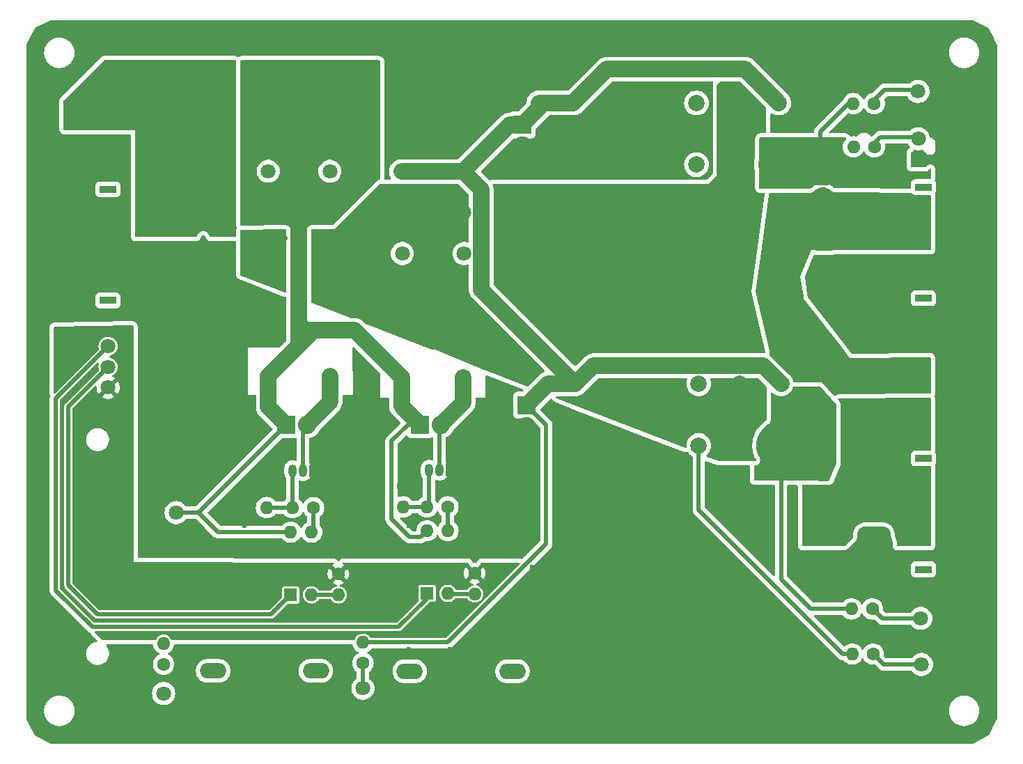
<source format=gbr>
%TF.GenerationSoftware,KiCad,Pcbnew,8.0.3*%
%TF.CreationDate,2024-07-10T23:14:42+09:00*%
%TF.ProjectId,power_24V,706f7765-725f-4323-9456-2e6b69636164,rev?*%
%TF.SameCoordinates,PX5d967f0PY416e000*%
%TF.FileFunction,Copper,L1,Top*%
%TF.FilePolarity,Positive*%
%FSLAX46Y46*%
G04 Gerber Fmt 4.6, Leading zero omitted, Abs format (unit mm)*
G04 Created by KiCad (PCBNEW 8.0.3) date 2024-07-10 23:14:42*
%MOMM*%
%LPD*%
G01*
G04 APERTURE LIST*
G04 Aperture macros list*
%AMRoundRect*
0 Rectangle with rounded corners*
0 $1 Rounding radius*
0 $2 $3 $4 $5 $6 $7 $8 $9 X,Y pos of 4 corners*
0 Add a 4 corners polygon primitive as box body*
4,1,4,$2,$3,$4,$5,$6,$7,$8,$9,$2,$3,0*
0 Add four circle primitives for the rounded corners*
1,1,$1+$1,$2,$3*
1,1,$1+$1,$4,$5*
1,1,$1+$1,$6,$7*
1,1,$1+$1,$8,$9*
0 Add four rect primitives between the rounded corners*
20,1,$1+$1,$2,$3,$4,$5,0*
20,1,$1+$1,$4,$5,$6,$7,0*
20,1,$1+$1,$6,$7,$8,$9,0*
20,1,$1+$1,$8,$9,$2,$3,0*%
G04 Aperture macros list end*
%TA.AperFunction,ComponentPad*%
%ADD10C,1.600000*%
%TD*%
%TA.AperFunction,ComponentPad*%
%ADD11O,1.600000X1.600000*%
%TD*%
%TA.AperFunction,ComponentPad*%
%ADD12R,2.000000X0.900000*%
%TD*%
%TA.AperFunction,ComponentPad*%
%ADD13RoundRect,1.025000X-1.025000X1.025000X-1.025000X-1.025000X1.025000X-1.025000X1.025000X1.025000X0*%
%TD*%
%TA.AperFunction,ComponentPad*%
%ADD14C,4.100000*%
%TD*%
%TA.AperFunction,ComponentPad*%
%ADD15C,2.000000*%
%TD*%
%TA.AperFunction,ComponentPad*%
%ADD16R,2.000000X2.000000*%
%TD*%
%TA.AperFunction,ComponentPad*%
%ADD17R,2.240000X2.240000*%
%TD*%
%TA.AperFunction,ComponentPad*%
%ADD18O,2.240000X2.240000*%
%TD*%
%TA.AperFunction,SMDPad,CuDef*%
%ADD19RoundRect,0.250000X-0.850000X1.300000X-0.850000X-1.300000X0.850000X-1.300000X0.850000X1.300000X0*%
%TD*%
%TA.AperFunction,SMDPad,CuDef*%
%ADD20RoundRect,0.250000X-0.510000X0.500000X-0.510000X-0.500000X0.510000X-0.500000X0.510000X0.500000X0*%
%TD*%
%TA.AperFunction,ComponentPad*%
%ADD21O,3.200000X1.900000*%
%TD*%
%TA.AperFunction,ComponentPad*%
%ADD22R,1.800000X1.800000*%
%TD*%
%TA.AperFunction,ComponentPad*%
%ADD23C,1.800000*%
%TD*%
%TA.AperFunction,SMDPad,CuDef*%
%ADD24RoundRect,0.250000X0.850000X-1.300000X0.850000X1.300000X-0.850000X1.300000X-0.850000X-1.300000X0*%
%TD*%
%TA.AperFunction,SMDPad,CuDef*%
%ADD25RoundRect,0.250000X0.510000X-0.500000X0.510000X0.500000X-0.510000X0.500000X-0.510000X-0.500000X0*%
%TD*%
%TA.AperFunction,ComponentPad*%
%ADD26C,2.300000*%
%TD*%
%TA.AperFunction,ComponentPad*%
%ADD27R,1.050000X1.500000*%
%TD*%
%TA.AperFunction,ComponentPad*%
%ADD28O,1.050000X1.500000*%
%TD*%
%TA.AperFunction,ComponentPad*%
%ADD29C,1.803400*%
%TD*%
%TA.AperFunction,ComponentPad*%
%ADD30R,1.600000X1.600000*%
%TD*%
%TA.AperFunction,ComponentPad*%
%ADD31RoundRect,1.025000X1.025000X-1.025000X1.025000X1.025000X-1.025000X1.025000X-1.025000X-1.025000X0*%
%TD*%
%TA.AperFunction,ViaPad*%
%ADD32C,0.600000*%
%TD*%
%TA.AperFunction,Conductor*%
%ADD33C,2.000000*%
%TD*%
%TA.AperFunction,Conductor*%
%ADD34C,0.500000*%
%TD*%
%TA.AperFunction,Conductor*%
%ADD35C,4.000000*%
%TD*%
%TA.AperFunction,Conductor*%
%ADD36C,3.000000*%
%TD*%
%TA.AperFunction,Conductor*%
%ADD37C,5.000000*%
%TD*%
%TA.AperFunction,Conductor*%
%ADD38C,6.000000*%
%TD*%
G04 APERTURE END LIST*
D10*
%TO.P,R7,1*%
%TO.N,Net-(D9-A)*%
X17680000Y-79323000D03*
D11*
%TO.P,R7,2*%
%TO.N,Relay_NomallyClosed*%
X17680000Y-76783000D03*
%TD*%
D12*
%TO.P,J1,*%
%TO.N,*%
X110050000Y-54300000D03*
X110050000Y-67800000D03*
D13*
%TO.P,J1,1,Pin_1*%
%TO.N,GND2*%
X104050000Y-64650000D03*
D14*
%TO.P,J1,2,Pin_2*%
%TO.N,Net-(D4-K)*%
X104050000Y-57450000D03*
%TD*%
D15*
%TO.P,K3,11*%
%TO.N,Relay_NomallyClosed*%
X87471000Y-18594000D03*
%TO.P,K3,12*%
%TO.N,VOUT2_OFF*%
X82471000Y-18594000D03*
%TO.P,K3,14*%
%TO.N,VOUT2*%
X92471000Y-18594000D03*
%TO.P,K3,21*%
%TO.N,Relay_NomallyClosed*%
X87471000Y-11094000D03*
%TO.P,K3,22*%
%TO.N,unconnected-(K3-Pad22)*%
X82471000Y-11094000D03*
%TO.P,K3,24*%
%TO.N,Relay_NomallyOpen*%
X92471000Y-11094000D03*
D16*
%TO.P,K3,A1*%
%TO.N,GND2*%
X67471000Y-18594000D03*
D15*
%TO.P,K3,A2*%
%TO.N,Relay_NomallyOpen*%
X67471000Y-11094000D03*
%TD*%
D17*
%TO.P,D2,1,K*%
%TO.N,VCC*%
X32594000Y-50230000D03*
D18*
%TO.P,D2,2,A*%
%TO.N,Net-(D2-A)*%
X35134000Y-50230000D03*
%TD*%
D10*
%TO.P,R3,1*%
%TO.N,GND2*%
X30200000Y-57755000D03*
D11*
%TO.P,R3,2*%
%TO.N,Net-(Q1-B)*%
X30200000Y-60295000D03*
%TD*%
D19*
%TO.P,D7,1,K*%
%TO.N,Net-(D6-K)*%
X97950000Y-27545643D03*
D20*
%TO.P,D7,2,A*%
%TO.N,GND2*%
X97950000Y-30765643D03*
%TD*%
D21*
%TO.P,SW1,1,1*%
%TO.N,Net-(D2-A)*%
X23695000Y-80137000D03*
X36195000Y-80137000D03*
%TO.P,SW1,2,2*%
%TO.N,GND2*%
X23695000Y-85137000D03*
X36195000Y-85137000D03*
%TD*%
D10*
%TO.P,R1,1*%
%TO.N,GND1*%
X38925000Y-68360000D03*
D11*
%TO.P,R1,2*%
%TO.N,Net-(R1-Pad2)*%
X38925000Y-70900000D03*
%TD*%
D10*
%TO.P,R9,1*%
%TO.N,Net-(D11-A)*%
X103854000Y-72600000D03*
D11*
%TO.P,R9,2*%
%TO.N,VOUT1*%
X101314000Y-72600000D03*
%TD*%
D19*
%TO.P,D5,1,K*%
%TO.N,Net-(D4-K)*%
X97869000Y-63291000D03*
D20*
%TO.P,D5,2,A*%
%TO.N,GND2*%
X97869000Y-66511000D03*
%TD*%
D15*
%TO.P,K1,11*%
%TO.N,Relay_NomallyClosed*%
X87742000Y-52738000D03*
%TO.P,K1,12*%
%TO.N,VOUT1_OFF*%
X82742000Y-52738000D03*
%TO.P,K1,14*%
%TO.N,VOUT1*%
X92742000Y-52738000D03*
%TO.P,K1,21*%
%TO.N,Relay_NomallyClosed*%
X87742000Y-45238000D03*
%TO.P,K1,22*%
%TO.N,unconnected-(K1-Pad22)*%
X82742000Y-45238000D03*
%TO.P,K1,24*%
%TO.N,Relay_NomallyOpen*%
X92742000Y-45238000D03*
D16*
%TO.P,K1,A1*%
%TO.N,GND2*%
X67742000Y-52738000D03*
D15*
%TO.P,K1,A2*%
%TO.N,Relay_NomallyOpen*%
X67742000Y-45238000D03*
%TD*%
D22*
%TO.P,D14,1,K*%
%TO.N,GND2*%
X109430000Y-18000000D03*
D23*
%TO.P,D14,2,A*%
%TO.N,Net-(D14-A)*%
X109430000Y-15460000D03*
%TD*%
D17*
%TO.P,D3,1,K*%
%TO.N,Relay_NomallyOpen*%
X61279000Y-13774000D03*
D18*
%TO.P,D3,2,A*%
%TO.N,GND2*%
X61279000Y-16314000D03*
%TD*%
D24*
%TO.P,D6,1,K*%
%TO.N,Net-(D6-K)*%
X97950000Y-23541643D03*
D25*
%TO.P,D6,2,A*%
%TO.N,VOUT2*%
X97950000Y-20321643D03*
%TD*%
D22*
%TO.P,D11,1,K*%
%TO.N,GND2*%
X109728000Y-71220000D03*
D23*
%TO.P,D11,2,A*%
%TO.N,Net-(D11-A)*%
X109728000Y-73760000D03*
%TD*%
D10*
%TO.P,R6,1*%
%TO.N,GND2*%
X46800000Y-57660000D03*
D11*
%TO.P,R6,2*%
%TO.N,Net-(Q2-B)*%
X46800000Y-60200000D03*
%TD*%
D26*
%TO.P,F1,1*%
%TO.N,VCC*%
X38886000Y-8382000D03*
X32186000Y-8382000D03*
%TO.P,F1,2*%
%TO.N,Net-(J4-Pin_2)*%
X23186000Y-8382000D03*
X16486000Y-8382000D03*
%TD*%
D10*
%TO.P,R2,1*%
%TO.N,Net-(R2-Pad1)*%
X35900000Y-60300000D03*
D11*
%TO.P,R2,2*%
%TO.N,Net-(Q1-B)*%
X33360000Y-60300000D03*
%TD*%
D23*
%TO.P,J5,1,Pin_1*%
%TO.N,VCC*%
X19200000Y-60900000D03*
%TO.P,J5,2,Pin_2*%
%TO.N,GND2*%
X19200000Y-63400000D03*
%TD*%
D27*
%TO.P,Q1,1,E*%
%TO.N,GND2*%
X35900000Y-55800000D03*
D28*
%TO.P,Q1,2,C*%
%TO.N,Net-(D2-A)*%
X34630000Y-55800000D03*
%TO.P,Q1,3,B*%
%TO.N,Net-(Q1-B)*%
X33360000Y-55800000D03*
%TD*%
D22*
%TO.P,D12,1,K*%
%TO.N,GND2*%
X109816500Y-76818000D03*
D23*
%TO.P,D12,2,A*%
%TO.N,Net-(D12-A)*%
X109816500Y-79358000D03*
%TD*%
D17*
%TO.P,D8,1,K*%
%TO.N,VCC*%
X48850000Y-50230000D03*
D18*
%TO.P,D8,2,A*%
%TO.N,Net-(D8-A)*%
X51390000Y-50230000D03*
%TD*%
D22*
%TO.P,D13,1,K*%
%TO.N,GND2*%
X109407000Y-12243000D03*
D23*
%TO.P,D13,2,A*%
%TO.N,Net-(D13-A)*%
X109407000Y-9703000D03*
%TD*%
D24*
%TO.P,D4,1,K*%
%TO.N,Net-(D4-K)*%
X97869000Y-59511000D03*
D25*
%TO.P,D4,2,A*%
%TO.N,VOUT1*%
X97869000Y-56291000D03*
%TD*%
D22*
%TO.P,D10,1,K*%
%TO.N,GND2*%
X41910000Y-84796000D03*
D23*
%TO.P,D10,2,A*%
%TO.N,Net-(D10-A)*%
X41910000Y-82256000D03*
%TD*%
D10*
%TO.P,R12,1*%
%TO.N,Net-(D14-A)*%
X104090000Y-16440000D03*
D11*
%TO.P,R12,2*%
%TO.N,VOUT2_OFF*%
X101550000Y-16440000D03*
%TD*%
D27*
%TO.P,Q2,1,E*%
%TO.N,GND2*%
X52500000Y-55750000D03*
D28*
%TO.P,Q2,2,C*%
%TO.N,Net-(D8-A)*%
X51230000Y-55750000D03*
%TO.P,Q2,3,B*%
%TO.N,Net-(Q2-B)*%
X49960000Y-55750000D03*
%TD*%
D17*
%TO.P,D1,1,K*%
%TO.N,Relay_NomallyOpen*%
X61834000Y-47826000D03*
D18*
%TO.P,D1,2,A*%
%TO.N,GND2*%
X61834000Y-50366000D03*
%TD*%
D23*
%TO.P,J3,1,Pin_1*%
%TO.N,START_SIGNAL*%
X10922000Y-40680000D03*
%TO.P,J3,2,Pin_2*%
%TO.N,STOP_SIGNAL*%
X10922000Y-43180000D03*
%TO.P,J3,3,Pin_3*%
%TO.N,GND1*%
X10922000Y-45680000D03*
%TD*%
D15*
%TO.P,J6,1,Pin_1*%
%TO.N,Net-(J4-Pin_2)*%
X8000000Y-11860000D03*
%TO.P,J6,2,Pin_2*%
%TO.N,GND2*%
X8000000Y-16940000D03*
%TD*%
D29*
%TO.P,K4,1,R*%
%TO.N,Net-(D8-A)*%
X54200000Y-44400000D03*
%TO.P,K4,2,NC*%
%TO.N,unconnected-(K4-NC-Pad2)*%
X54200000Y-29400000D03*
%TO.P,K4,3,C*%
%TO.N,Relay_NomallyClosed*%
X54200000Y-24399999D03*
%TO.P,K4,4,NO*%
%TO.N,Relay_NomallyOpen*%
X54200000Y-19399999D03*
%TO.P,K4,5,NO*%
X46700000Y-19399999D03*
%TO.P,K4,6,C*%
%TO.N,Relay_NomallyClosed*%
X46700000Y-24399999D03*
%TO.P,K4,7,NC*%
%TO.N,unconnected-(K4-NC-Pad7)*%
X46700000Y-29400000D03*
%TO.P,K4,8,R*%
%TO.N,VCC*%
X46700000Y-44400000D03*
%TD*%
D10*
%TO.P,R4,1*%
%TO.N,GND1*%
X55500000Y-68255000D03*
D11*
%TO.P,R4,2*%
%TO.N,Net-(R4-Pad2)*%
X55500000Y-70795000D03*
%TD*%
D30*
%TO.P,U2,1*%
%TO.N,START_SIGNAL*%
X49705000Y-70720000D03*
D11*
%TO.P,U2,2*%
%TO.N,Net-(R4-Pad2)*%
X52245000Y-70720000D03*
%TO.P,U2,3*%
%TO.N,Net-(R5-Pad1)*%
X52245000Y-63100000D03*
%TO.P,U2,4*%
%TO.N,VCC*%
X49705000Y-63100000D03*
%TD*%
D29*
%TO.P,K2,1,R*%
%TO.N,Net-(D2-A)*%
X37900000Y-44400000D03*
%TO.P,K2,2,NC*%
%TO.N,Relay_NomallyClosed*%
X37900000Y-29400000D03*
%TO.P,K2,3,C*%
%TO.N,VCC*%
X37900000Y-24399999D03*
%TO.P,K2,4,NO*%
%TO.N,unconnected-(K2-NO-Pad4)*%
X37900000Y-19399999D03*
%TO.P,K2,5,NO*%
%TO.N,unconnected-(K2-NO-Pad5)*%
X30400000Y-19399999D03*
%TO.P,K2,6,C*%
%TO.N,VCC*%
X30400000Y-24399999D03*
%TO.P,K2,7,NC*%
%TO.N,Relay_NomallyClosed*%
X30400000Y-29400000D03*
%TO.P,K2,8,R*%
%TO.N,VCC*%
X30400000Y-44400000D03*
%TD*%
D15*
%TO.P,J7,1,Pin_1*%
%TO.N,Net-(D4-K)*%
X108000000Y-49480000D03*
%TO.P,J7,2,Pin_2*%
%TO.N,Net-(D6-K)*%
X108000000Y-44440000D03*
%TO.P,J7,3,Pin_3*%
%TO.N,GND2*%
X108000000Y-39320000D03*
%TD*%
D21*
%TO.P,SW2,1,1*%
%TO.N,Net-(D8-A)*%
X47598000Y-80177000D03*
X60098000Y-80177000D03*
%TO.P,SW2,2,2*%
%TO.N,GND2*%
X47598000Y-85177000D03*
X60098000Y-85177000D03*
%TD*%
D10*
%TO.P,R10,1*%
%TO.N,Net-(D12-A)*%
X103942500Y-78088000D03*
D11*
%TO.P,R10,2*%
%TO.N,VOUT1_OFF*%
X101402500Y-78088000D03*
%TD*%
D30*
%TO.P,U1,1*%
%TO.N,STOP_SIGNAL*%
X33125000Y-70900000D03*
D11*
%TO.P,U1,2*%
%TO.N,Net-(R1-Pad2)*%
X35665000Y-70900000D03*
%TO.P,U1,3*%
%TO.N,Net-(R2-Pad1)*%
X35665000Y-63280000D03*
%TO.P,U1,4*%
%TO.N,VCC*%
X33125000Y-63280000D03*
%TD*%
D12*
%TO.P,J4,*%
%TO.N,*%
X10900000Y-35100000D03*
X10900000Y-21600000D03*
D31*
%TO.P,J4,1,Pin_1*%
%TO.N,GND2*%
X16900000Y-31950000D03*
D14*
%TO.P,J4,2,Pin_2*%
%TO.N,Net-(J4-Pin_2)*%
X16900000Y-24750000D03*
%TD*%
D12*
%TO.P,J2,*%
%TO.N,*%
X110050000Y-21329643D03*
X110050000Y-34829643D03*
D13*
%TO.P,J2,1,Pin_1*%
%TO.N,GND2*%
X104050000Y-31679643D03*
D14*
%TO.P,J2,2,Pin_2*%
%TO.N,Net-(D6-K)*%
X104050000Y-24479643D03*
%TD*%
D10*
%TO.P,R8,1*%
%TO.N,Net-(D10-A)*%
X41910000Y-79203000D03*
D11*
%TO.P,R8,2*%
%TO.N,Relay_NomallyOpen*%
X41910000Y-76663000D03*
%TD*%
D10*
%TO.P,R11,1*%
%TO.N,Net-(D13-A)*%
X104074000Y-11175000D03*
D11*
%TO.P,R11,2*%
%TO.N,VOUT2*%
X101534000Y-11175000D03*
%TD*%
D22*
%TO.P,D9,1,K*%
%TO.N,GND2*%
X17680000Y-85424000D03*
D23*
%TO.P,D9,2,A*%
%TO.N,Net-(D9-A)*%
X17680000Y-82884000D03*
%TD*%
D10*
%TO.P,R5,1*%
%TO.N,Net-(R5-Pad1)*%
X52245000Y-60200000D03*
D11*
%TO.P,R5,2*%
%TO.N,Net-(Q2-B)*%
X49705000Y-60200000D03*
%TD*%
D32*
%TO.N,VCC*%
X27500000Y-22500000D03*
X42500000Y-7500000D03*
X32500000Y-17500000D03*
X27500000Y-17500000D03*
X37500000Y-12500000D03*
X27500000Y-12500000D03*
X32500000Y-22500000D03*
X37500000Y-17500000D03*
X32500000Y-12500000D03*
X27500000Y-7500000D03*
X42500000Y-12500000D03*
X37500000Y-22500000D03*
X42500000Y-17500000D03*
%TO.N,GND2*%
X57500000Y-2500000D03*
X87500000Y-77500000D03*
X2500000Y-12500000D03*
X47500000Y-82500000D03*
X52500000Y-82500000D03*
X97500000Y-12500000D03*
X7500000Y-2500000D03*
X87500000Y-67500000D03*
X27500000Y-52500000D03*
X57500000Y-62500000D03*
X87500000Y-2500000D03*
X77500000Y-82500000D03*
X112500000Y-32500000D03*
X112500000Y-12500000D03*
X37500000Y-82500000D03*
X57500000Y-47500000D03*
X12520000Y-37240000D03*
X52500000Y-12500000D03*
X82500000Y-87500000D03*
X42500000Y-2500000D03*
X32500000Y-52500000D03*
X72500000Y-87500000D03*
X77500000Y-87500000D03*
X62500000Y-52500000D03*
X47500000Y-87500000D03*
X117500000Y-27500000D03*
X72500000Y-52500000D03*
X62500000Y-82500000D03*
X17500000Y-87500000D03*
X32500000Y-87500000D03*
X117500000Y-12500000D03*
X67500000Y-2500000D03*
X77500000Y-72500000D03*
X12500000Y-77500000D03*
X57500000Y-82500000D03*
X77500000Y-67500000D03*
X112500000Y-22500000D03*
X47500000Y-17500000D03*
X57500000Y-57500000D03*
X112500000Y-82500000D03*
X27500000Y-42500000D03*
X37500000Y-2500000D03*
X2500000Y-82500000D03*
X87500000Y-87500000D03*
X47500000Y-7500000D03*
X47500000Y-77500000D03*
X117500000Y-57500000D03*
X27500000Y-47500000D03*
X77500000Y-77500000D03*
X72500000Y-57500000D03*
X87500000Y-82500000D03*
X12500000Y-2500000D03*
X52500000Y-2500000D03*
X22500000Y-47500000D03*
X82500000Y-67500000D03*
X92500000Y-87500000D03*
X22500000Y-87500000D03*
X107500000Y-67500000D03*
X47500000Y-52500000D03*
X107500000Y-72500000D03*
X2741699Y-37357881D03*
X12500000Y-32500000D03*
X117500000Y-82500000D03*
X112500000Y-77500000D03*
X42500000Y-47500000D03*
X7500000Y-27500000D03*
X37500000Y-57500000D03*
X112500000Y-27500000D03*
X72500000Y-82500000D03*
X102500000Y-2500000D03*
X72500000Y-72500000D03*
X7500000Y-7500000D03*
X67500000Y-72500000D03*
X117500000Y-52500000D03*
X7500000Y-32500000D03*
X112500000Y-62500000D03*
X97500000Y-32500000D03*
X7500000Y-82500000D03*
X67500000Y-87500000D03*
X52500000Y-87500000D03*
X2500000Y-72500000D03*
X117500000Y-67500000D03*
X17500000Y-37320000D03*
X92500000Y-72500000D03*
X117500000Y-42500000D03*
X117500000Y-2500000D03*
X67500000Y-82500000D03*
X67500000Y-77500000D03*
X72500000Y-62500000D03*
X112500000Y-37500000D03*
X37500000Y-52500000D03*
X72500000Y-12500000D03*
X62500000Y-72500000D03*
X57500000Y-87500000D03*
X82500000Y-77500000D03*
X22500000Y-82500000D03*
X62500000Y-2500000D03*
X57500000Y-52500000D03*
X107500000Y-12500000D03*
X112500000Y-67500000D03*
X27500000Y-62500000D03*
X12500000Y-87500000D03*
X62500000Y-67500000D03*
X97500000Y-87500000D03*
X47500000Y-2500000D03*
X37500000Y-87500000D03*
X52500000Y-57500000D03*
X117500000Y-22500000D03*
X107500000Y-2500000D03*
X77500000Y-17500000D03*
X77500000Y-57500000D03*
X47500000Y-62500000D03*
X107500000Y-37500000D03*
X27500000Y-87500000D03*
X27500000Y-77500000D03*
X112500000Y-17500000D03*
X52500000Y-7500000D03*
X62500000Y-62500000D03*
X107500000Y-82500000D03*
X62500000Y-7500000D03*
X32500000Y-2500000D03*
X27500000Y-57500000D03*
X2500000Y-57500000D03*
X2500000Y-77500000D03*
X97500000Y-67500000D03*
X62500000Y-87500000D03*
X2500000Y-17500000D03*
X112500000Y-7500000D03*
X77500000Y-2500000D03*
X57500000Y-7500000D03*
X2500000Y-22500000D03*
X97500000Y-82500000D03*
X42500000Y-62500000D03*
X97500000Y-77500000D03*
X72500000Y-2500000D03*
X82500000Y-2500000D03*
X22500000Y-52500000D03*
X117500000Y-72500000D03*
X87500000Y-62500000D03*
X2500000Y-52500000D03*
X92500000Y-77500000D03*
X42500000Y-87500000D03*
X97500000Y-7500000D03*
X107500000Y-87500000D03*
X37500000Y-62500000D03*
X22500000Y-42500000D03*
X92500000Y-82500000D03*
X2500000Y-7500000D03*
X42500000Y-57500000D03*
X117500000Y-7500000D03*
X107500000Y-77500000D03*
X42500000Y-52500000D03*
X22500000Y-32500000D03*
X2500000Y-2500000D03*
X102500000Y-7500000D03*
X112500000Y-57500000D03*
X72500000Y-77500000D03*
X67500000Y-57500000D03*
X102500000Y-67500000D03*
X22500000Y-27500000D03*
X102500000Y-37500000D03*
X77500000Y-62500000D03*
X32500000Y-82500000D03*
X82500000Y-62500000D03*
X2500000Y-67500000D03*
X112500000Y-52500000D03*
X82500000Y-72500000D03*
X52500000Y-52500000D03*
X102500000Y-87500000D03*
X22500000Y-77500000D03*
X117500000Y-87500000D03*
X57500000Y-12500000D03*
X117500000Y-17500000D03*
X92500000Y-2500000D03*
X27500000Y-37500000D03*
X7500000Y-37330000D03*
X22500000Y-57500000D03*
X117500000Y-37500000D03*
X102500000Y-82500000D03*
X2500000Y-47500000D03*
X87500000Y-72500000D03*
X62500000Y-57500000D03*
X117500000Y-47500000D03*
X12500000Y-82500000D03*
X117500000Y-62500000D03*
X7500000Y-22500000D03*
X7500000Y-87500000D03*
X92500000Y-7500000D03*
X112500000Y-72500000D03*
X2500000Y-42500000D03*
X27500000Y-2500000D03*
X17500000Y-2500000D03*
X97500000Y-2500000D03*
X52500000Y-17500000D03*
X7500000Y-77500000D03*
X72500000Y-17500000D03*
X107500000Y-32500000D03*
X62500000Y-77500000D03*
X27500000Y-82500000D03*
X2500000Y-32500000D03*
X112500000Y-47500000D03*
X87500000Y-57500000D03*
X112500000Y-87500000D03*
X72500000Y-67500000D03*
X112500000Y-2500000D03*
X37500000Y-77500000D03*
X22500000Y-2500000D03*
X67500000Y-67500000D03*
X67500000Y-62500000D03*
X117500000Y-77500000D03*
X52500000Y-77500000D03*
X112500000Y-42500000D03*
X82500000Y-82500000D03*
X67500000Y-7500000D03*
X117500000Y-32500000D03*
X47500000Y-12500000D03*
X2500000Y-27500000D03*
X12500000Y-27500000D03*
X107500000Y-7500000D03*
X77500000Y-12500000D03*
X2500000Y-62500000D03*
X2500000Y-87500000D03*
%TO.N,Relay_NomallyClosed*%
X82500000Y-47500000D03*
X82500000Y-37500000D03*
X67500000Y-22500000D03*
X87500000Y-47500000D03*
X87500000Y-37500000D03*
X57500000Y-37500000D03*
X42500000Y-27500000D03*
X72500000Y-27500000D03*
X72500000Y-47500000D03*
X67500000Y-32500000D03*
X62500000Y-27500000D03*
X37500000Y-32500000D03*
X42500000Y-32500000D03*
X57500000Y-42500000D03*
X82500000Y-27500000D03*
X77500000Y-22500000D03*
X47500000Y-27500000D03*
X67500000Y-42500000D03*
X62500000Y-42500000D03*
X87500000Y-27500000D03*
X72500000Y-22500000D03*
X52500000Y-32500000D03*
X77500000Y-32500000D03*
X87500000Y-32500000D03*
X72500000Y-37500000D03*
X67500000Y-37500000D03*
X47500000Y-22500000D03*
X67500000Y-27500000D03*
X87500000Y-22500000D03*
X82500000Y-32500000D03*
X47500000Y-32500000D03*
X77500000Y-47500000D03*
X62500000Y-22500000D03*
X37500000Y-27500000D03*
X72500000Y-32500000D03*
X52500000Y-27500000D03*
X52500000Y-22500000D03*
X27500000Y-27500000D03*
X32500000Y-27500000D03*
X47500000Y-37500000D03*
X62500000Y-32500000D03*
X82500000Y-22500000D03*
X77500000Y-27500000D03*
X52500000Y-37500000D03*
X62500000Y-37500000D03*
X77500000Y-37500000D03*
%TO.N,GND1*%
X32500000Y-67500000D03*
X52500000Y-72500000D03*
X52500000Y-67500000D03*
X12500000Y-62500000D03*
X12500000Y-42500000D03*
X12500000Y-67500000D03*
X12500000Y-47500000D03*
X22500000Y-72500000D03*
X42500000Y-72500000D03*
X12500000Y-57500000D03*
X7500000Y-42500000D03*
X42500000Y-67500000D03*
X27500000Y-72500000D03*
X37500000Y-67500000D03*
X47500000Y-67500000D03*
X12500000Y-72500000D03*
X47500000Y-72500000D03*
X12500000Y-52500000D03*
X37500000Y-72500000D03*
X22500000Y-67500000D03*
X27500000Y-67500000D03*
%TO.N,Net-(D4-K)*%
X102500000Y-52500000D03*
X107500000Y-62500000D03*
X97500000Y-62500000D03*
X107500000Y-52500000D03*
X107500000Y-57500000D03*
X102500000Y-47500000D03*
%TO.N,VOUT1*%
X97500000Y-52500000D03*
X92500000Y-47500000D03*
X97500000Y-47500000D03*
%TO.N,Net-(D6-K)*%
X107500000Y-27500000D03*
X102500000Y-42500000D03*
X102500000Y-27500000D03*
X107500000Y-22500000D03*
X92500000Y-32500000D03*
X92500000Y-37500000D03*
X92500000Y-42500000D03*
X107500000Y-42500000D03*
X92500000Y-27500000D03*
X92500000Y-22500000D03*
X97500000Y-42500000D03*
%TO.N,VOUT2*%
X107500000Y-17500000D03*
X97500000Y-17500000D03*
%TO.N,Net-(J4-Pin_2)*%
X16900000Y-17500000D03*
X17500000Y-12500000D03*
X12500000Y-12500000D03*
X22500000Y-17500000D03*
X22500000Y-12500000D03*
X22500000Y-22500000D03*
X12500000Y-7500000D03*
%TD*%
D33*
%TO.N,VCC*%
X34105500Y-37973000D02*
X34105500Y-21996713D01*
X40887000Y-38735000D02*
X35953000Y-38735000D01*
X35953000Y-38735000D02*
X34105500Y-40582500D01*
D34*
X21924000Y-60900000D02*
X24304000Y-63280000D01*
D33*
X46602000Y-47982000D02*
X48850000Y-50230000D01*
X35953000Y-38735000D02*
X34867500Y-38735000D01*
D34*
X24304000Y-63280000D02*
X33125000Y-63280000D01*
X47599999Y-63899999D02*
X45400000Y-61700000D01*
X48905001Y-63899999D02*
X47599999Y-63899999D01*
X45400000Y-52200000D02*
X47370000Y-50230000D01*
X30420000Y-45076000D02*
X30420000Y-44268000D01*
X47370000Y-50230000D02*
X48850000Y-50230000D01*
X45400000Y-61700000D02*
X45400000Y-52200000D01*
X21924000Y-60900000D02*
X32594000Y-50230000D01*
D33*
X30420000Y-48056000D02*
X32594000Y-50230000D01*
D34*
X19200000Y-60900000D02*
X21924000Y-60900000D01*
D33*
X46602000Y-44450000D02*
X40887000Y-38735000D01*
X30420000Y-44268000D02*
X30420000Y-48056000D01*
X34105500Y-40582500D02*
X34105500Y-37973000D01*
X34105500Y-40582500D02*
X30420000Y-44268000D01*
X46602000Y-44450000D02*
X46602000Y-47982000D01*
X34867500Y-38735000D02*
X34105500Y-37973000D01*
D34*
X49705000Y-63100000D02*
X48905001Y-63899999D01*
%TO.N,Net-(D2-A)*%
X34630000Y-50734000D02*
X35134000Y-50230000D01*
D33*
X37920000Y-47444000D02*
X35134000Y-50230000D01*
X37920000Y-44268000D02*
X37920000Y-47444000D01*
D34*
X34630000Y-55800000D02*
X34630000Y-50734000D01*
D35*
%TO.N,GND2*%
X101296000Y-67654000D02*
X97992000Y-67654000D01*
X104300000Y-64650000D02*
X101296000Y-67654000D01*
D34*
%TO.N,Relay_NomallyOpen*%
X52237000Y-76663000D02*
X64200000Y-64700000D01*
D33*
X90542000Y-43038000D02*
X69942000Y-43038000D01*
X71565000Y-7000000D02*
X67471000Y-11094000D01*
X54102000Y-19450000D02*
X56302000Y-21650000D01*
X61279000Y-13774000D02*
X59778000Y-13774000D01*
X56302000Y-33798000D02*
X67742000Y-45238000D01*
D34*
X64200000Y-64700000D02*
X64200000Y-50192000D01*
D33*
X64422000Y-45238000D02*
X61834000Y-47826000D01*
X69942000Y-43038000D02*
X67742000Y-45238000D01*
X88377000Y-7000000D02*
X71565000Y-7000000D01*
X63359000Y-11694000D02*
X61279000Y-13774000D01*
X59778000Y-13774000D02*
X54102000Y-19450000D01*
X67742000Y-45238000D02*
X64422000Y-45238000D01*
X56302000Y-21650000D02*
X56302000Y-33798000D01*
X92471000Y-11094000D02*
X88377000Y-7000000D01*
X46602000Y-19450000D02*
X54102000Y-19450000D01*
D34*
X41910000Y-76663000D02*
X52237000Y-76663000D01*
X64200000Y-50192000D02*
X61834000Y-47826000D01*
D33*
X92742000Y-45238000D02*
X90542000Y-43038000D01*
X67471000Y-11094000D02*
X63309000Y-11094000D01*
D34*
%TO.N,Net-(D10-A)*%
X41910000Y-79203000D02*
X41910000Y-82256000D01*
%TO.N,Net-(Q1-B)*%
X33355000Y-60295000D02*
X33360000Y-60300000D01*
X33360000Y-60300000D02*
X33360000Y-55800000D01*
X30200000Y-60295000D02*
X33355000Y-60295000D01*
%TO.N,Net-(Q2-B)*%
X49960000Y-55750000D02*
X49960000Y-59945000D01*
X49960000Y-59945000D02*
X49705000Y-60200000D01*
X49705000Y-60200000D02*
X46800000Y-60200000D01*
%TO.N,Net-(R4-Pad2)*%
X55500000Y-70795000D02*
X52320000Y-70795000D01*
X52320000Y-70795000D02*
X52245000Y-70720000D01*
%TO.N,Net-(R5-Pad1)*%
X52245000Y-60200000D02*
X52245000Y-63100000D01*
%TO.N,STOP_SIGNAL*%
X33125000Y-70900000D02*
X33100000Y-70900000D01*
X30721000Y-73279000D02*
X9652000Y-73279000D01*
X6096000Y-48006000D02*
X10922000Y-43180000D01*
X6096000Y-69723000D02*
X6096000Y-48006000D01*
X9652000Y-73279000D02*
X6096000Y-69723000D01*
X33100000Y-70900000D02*
X30721000Y-73279000D01*
%TO.N,START_SIGNAL*%
X49705000Y-71355661D02*
X46257661Y-74803000D01*
X4572000Y-47030000D02*
X10922000Y-40680000D01*
X4572000Y-70358000D02*
X4572000Y-47030000D01*
X9017000Y-74803000D02*
X4572000Y-70358000D01*
X49705000Y-70720000D02*
X49705000Y-71355661D01*
X46257661Y-74803000D02*
X9017000Y-74803000D01*
D36*
%TO.N,Net-(D4-K)*%
X97869000Y-59511000D02*
X97869000Y-61939000D01*
X97917000Y-60325000D02*
X97917000Y-61677000D01*
D37*
X104300000Y-57450000D02*
X102358000Y-57450000D01*
D38*
%TO.N,VOUT1*%
X95238000Y-52738000D02*
X95000000Y-52500000D01*
D34*
X96349000Y-72600000D02*
X92742000Y-68993000D01*
X101314000Y-72600000D02*
X96349000Y-72600000D01*
X92742000Y-68993000D02*
X92742000Y-52738000D01*
D38*
X92742000Y-52738000D02*
X95238000Y-52738000D01*
D36*
%TO.N,Net-(D6-K)*%
X97805000Y-22830000D02*
X97805000Y-24927000D01*
D37*
X104448000Y-24479643D02*
X99034000Y-24479643D01*
D34*
%TO.N,VOUT2*%
X97500000Y-17500000D02*
X97509000Y-17509000D01*
X101100000Y-11000000D02*
X97509000Y-14591000D01*
X97509000Y-14591000D02*
X97509000Y-17491000D01*
D37*
X93273000Y-18573643D02*
X97509000Y-18573643D01*
X92471000Y-18594000D02*
X93123000Y-17942000D01*
D34*
X97509000Y-17491000D02*
X97500000Y-17500000D01*
X97509000Y-17509000D02*
X97509000Y-18573643D01*
D33*
%TO.N,Net-(D8-A)*%
X54102000Y-47518000D02*
X51390000Y-50230000D01*
D34*
X51230000Y-50390000D02*
X51390000Y-50230000D01*
X51230000Y-55750000D02*
X51230000Y-50390000D01*
D33*
X54102000Y-44450000D02*
X54102000Y-47518000D01*
D34*
%TO.N,Net-(D11-A)*%
X109814000Y-73800000D02*
X105100000Y-73800000D01*
X105100000Y-73800000D02*
X103940000Y-72640000D01*
%TO.N,Net-(D12-A)*%
X105212500Y-79358000D02*
X103942500Y-78088000D01*
X109816500Y-79358000D02*
X105212500Y-79358000D01*
%TO.N,Net-(D13-A)*%
X105344000Y-9481000D02*
X103825000Y-11000000D01*
X109540000Y-9481000D02*
X105344000Y-9481000D01*
%TO.N,Net-(D14-A)*%
X109563000Y-15238000D02*
X104810000Y-15238000D01*
X104810000Y-15238000D02*
X103783000Y-16265000D01*
D37*
%TO.N,Net-(J4-Pin_2)*%
X16900000Y-8596000D02*
X16686000Y-8382000D01*
X16900000Y-17500000D02*
X16900000Y-24850000D01*
X16686000Y-8382000D02*
X13382000Y-8382000D01*
X16802000Y-24752000D02*
X16900000Y-24850000D01*
X16900000Y-11900000D02*
X16900000Y-8596000D01*
X16802000Y-20022000D02*
X16802000Y-24752000D01*
X11478000Y-8382000D02*
X8000000Y-11860000D01*
X11618000Y-8382000D02*
X11478000Y-8382000D01*
X16900000Y-17500000D02*
X16900000Y-13100000D01*
X16686000Y-8382000D02*
X23386000Y-8382000D01*
D34*
%TO.N,VOUT1_OFF*%
X100271130Y-78088000D02*
X82742000Y-60558870D01*
X101402500Y-78088000D02*
X100271130Y-78088000D01*
X82742000Y-60558870D02*
X82742000Y-52738000D01*
%TO.N,Net-(R1-Pad2)*%
X35665000Y-70900000D02*
X38925000Y-70900000D01*
%TO.N,Net-(R2-Pad1)*%
X35900000Y-63045000D02*
X35665000Y-63280000D01*
X35900000Y-60300000D02*
X35900000Y-63045000D01*
%TD*%
%TA.AperFunction,Conductor*%
%TO.N,GND2*%
G36*
X83661384Y-54594803D02*
G01*
X84995363Y-55112810D01*
X85085263Y-55138447D01*
X85130149Y-55146856D01*
X85223231Y-55155500D01*
X88834145Y-55155500D01*
X88901184Y-55175185D01*
X88946939Y-55227989D01*
X88958145Y-55279500D01*
X88958145Y-56905775D01*
X88958146Y-56905784D01*
X88969697Y-57013225D01*
X88969699Y-57013237D01*
X88980905Y-57064747D01*
X89015028Y-57167272D01*
X89015031Y-57167278D01*
X89092816Y-57288312D01*
X89092824Y-57288323D01*
X89138568Y-57341115D01*
X89138571Y-57341118D01*
X89138575Y-57341122D01*
X89247309Y-57435342D01*
X89378186Y-57495113D01*
X89445225Y-57514798D01*
X89445229Y-57514799D01*
X89587645Y-57535275D01*
X91867500Y-57535275D01*
X91934539Y-57554960D01*
X91980294Y-57607764D01*
X91991500Y-57659275D01*
X91991500Y-68447640D01*
X91971815Y-68514679D01*
X91919011Y-68560434D01*
X91849853Y-68570378D01*
X91786297Y-68541353D01*
X91779819Y-68535321D01*
X83528819Y-60284321D01*
X83495334Y-60222998D01*
X83492500Y-60196640D01*
X83492500Y-54710395D01*
X83512185Y-54643356D01*
X83564989Y-54597601D01*
X83634147Y-54587657D01*
X83661384Y-54594803D01*
G37*
%TD.AperFunction*%
%TA.AperFunction,Conductor*%
G36*
X51042865Y-60743348D02*
G01*
X51087382Y-60794725D01*
X51114429Y-60852728D01*
X51114432Y-60852734D01*
X51244954Y-61039141D01*
X51405859Y-61200046D01*
X51441621Y-61225086D01*
X51485247Y-61279662D01*
X51494500Y-61326662D01*
X51494500Y-61973336D01*
X51474815Y-62040375D01*
X51441625Y-62074910D01*
X51405863Y-62099951D01*
X51244951Y-62260862D01*
X51114432Y-62447265D01*
X51114431Y-62447267D01*
X51087382Y-62505275D01*
X51041209Y-62557714D01*
X50974016Y-62576866D01*
X50907135Y-62556650D01*
X50862618Y-62505275D01*
X50835568Y-62447266D01*
X50706053Y-62262298D01*
X50705045Y-62260858D01*
X50544141Y-62099954D01*
X50357734Y-61969432D01*
X50357732Y-61969431D01*
X50151497Y-61873261D01*
X50151488Y-61873258D01*
X49931697Y-61814366D01*
X49931693Y-61814365D01*
X49931692Y-61814365D01*
X49931691Y-61814364D01*
X49931686Y-61814364D01*
X49705002Y-61794532D01*
X49704998Y-61794532D01*
X49478313Y-61814364D01*
X49478302Y-61814366D01*
X49258511Y-61873258D01*
X49258502Y-61873261D01*
X49052267Y-61969431D01*
X49052265Y-61969432D01*
X48865858Y-62099954D01*
X48704954Y-62260858D01*
X48574432Y-62447265D01*
X48574431Y-62447267D01*
X48478261Y-62653502D01*
X48478258Y-62653511D01*
X48419366Y-62873302D01*
X48419364Y-62873312D01*
X48405104Y-63036307D01*
X48379651Y-63101375D01*
X48323060Y-63142354D01*
X48281576Y-63149499D01*
X47962228Y-63149499D01*
X47895189Y-63129814D01*
X47874547Y-63113180D01*
X46454797Y-61693429D01*
X46421312Y-61632106D01*
X46426296Y-61562414D01*
X46468168Y-61506481D01*
X46533632Y-61482064D01*
X46567861Y-61485334D01*
X46567974Y-61484694D01*
X46573298Y-61485632D01*
X46573308Y-61485635D01*
X46735230Y-61499801D01*
X46799998Y-61505468D01*
X46800000Y-61505468D01*
X46800002Y-61505468D01*
X46856673Y-61500509D01*
X47026692Y-61485635D01*
X47246496Y-61426739D01*
X47452734Y-61330568D01*
X47639139Y-61200047D01*
X47800047Y-61039139D01*
X47825088Y-61003377D01*
X47879665Y-60959752D01*
X47926663Y-60950500D01*
X48578337Y-60950500D01*
X48645376Y-60970185D01*
X48679912Y-61003377D01*
X48704954Y-61039141D01*
X48865858Y-61200045D01*
X48865861Y-61200047D01*
X49052266Y-61330568D01*
X49258504Y-61426739D01*
X49478308Y-61485635D01*
X49640230Y-61499801D01*
X49704998Y-61505468D01*
X49705000Y-61505468D01*
X49705002Y-61505468D01*
X49761673Y-61500509D01*
X49931692Y-61485635D01*
X50151496Y-61426739D01*
X50357734Y-61330568D01*
X50544139Y-61200047D01*
X50705047Y-61039139D01*
X50835568Y-60852734D01*
X50862618Y-60794724D01*
X50908790Y-60742285D01*
X50975983Y-60723133D01*
X51042865Y-60743348D01*
G37*
%TD.AperFunction*%
%TA.AperFunction,Conductor*%
G36*
X33822539Y-51870184D02*
G01*
X33868294Y-51922988D01*
X33879500Y-51974499D01*
X33879500Y-54494611D01*
X33859815Y-54561650D01*
X33807011Y-54607405D01*
X33737853Y-54617349D01*
X33708048Y-54609172D01*
X33659131Y-54588910D01*
X33659119Y-54588907D01*
X33461007Y-54549500D01*
X33461003Y-54549500D01*
X33258997Y-54549500D01*
X33258992Y-54549500D01*
X33060880Y-54588907D01*
X33060872Y-54588909D01*
X32874247Y-54666212D01*
X32874237Y-54666217D01*
X32706281Y-54778441D01*
X32563441Y-54921281D01*
X32451217Y-55089237D01*
X32451212Y-55089247D01*
X32373909Y-55275872D01*
X32373907Y-55275880D01*
X32334500Y-55473992D01*
X32334500Y-56126007D01*
X32373907Y-56324119D01*
X32373909Y-56324127D01*
X32451212Y-56510752D01*
X32451217Y-56510762D01*
X32563441Y-56678718D01*
X32563443Y-56678720D01*
X32573178Y-56688454D01*
X32606665Y-56749776D01*
X32609500Y-56776138D01*
X32609500Y-59173336D01*
X32589815Y-59240375D01*
X32556625Y-59274910D01*
X32520863Y-59299951D01*
X32359951Y-59460862D01*
X32338413Y-59491623D01*
X32283836Y-59535248D01*
X32236838Y-59544500D01*
X31326663Y-59544500D01*
X31259624Y-59524815D01*
X31225088Y-59491623D01*
X31200045Y-59455858D01*
X31039141Y-59294954D01*
X30852734Y-59164432D01*
X30852732Y-59164431D01*
X30646497Y-59068261D01*
X30646488Y-59068258D01*
X30426697Y-59009366D01*
X30426693Y-59009365D01*
X30426692Y-59009365D01*
X30426691Y-59009364D01*
X30426686Y-59009364D01*
X30200002Y-58989532D01*
X30199998Y-58989532D01*
X29973313Y-59009364D01*
X29973302Y-59009366D01*
X29753511Y-59068258D01*
X29753502Y-59068261D01*
X29547267Y-59164431D01*
X29547265Y-59164432D01*
X29360858Y-59294954D01*
X29199954Y-59455858D01*
X29069432Y-59642265D01*
X29069431Y-59642267D01*
X28973261Y-59848502D01*
X28973258Y-59848511D01*
X28914366Y-60068302D01*
X28914364Y-60068313D01*
X28894532Y-60294998D01*
X28894532Y-60295001D01*
X28914364Y-60521686D01*
X28914366Y-60521697D01*
X28973258Y-60741488D01*
X28973261Y-60741497D01*
X29069431Y-60947732D01*
X29069432Y-60947734D01*
X29199954Y-61134141D01*
X29360858Y-61295045D01*
X29360861Y-61295047D01*
X29547266Y-61425568D01*
X29753504Y-61521739D01*
X29753509Y-61521740D01*
X29753511Y-61521741D01*
X29772164Y-61526739D01*
X29973308Y-61580635D01*
X30135230Y-61594801D01*
X30199998Y-61600468D01*
X30200000Y-61600468D01*
X30200002Y-61600468D01*
X30256673Y-61595509D01*
X30426692Y-61580635D01*
X30646496Y-61521739D01*
X30852734Y-61425568D01*
X31039139Y-61295047D01*
X31200047Y-61134139D01*
X31225088Y-61098377D01*
X31279665Y-61054752D01*
X31326663Y-61045500D01*
X32229836Y-61045500D01*
X32296875Y-61065185D01*
X32331411Y-61098377D01*
X32359954Y-61139141D01*
X32520858Y-61300045D01*
X32564448Y-61330567D01*
X32707266Y-61430568D01*
X32913504Y-61526739D01*
X33133308Y-61585635D01*
X33295230Y-61599801D01*
X33359998Y-61605468D01*
X33360000Y-61605468D01*
X33360002Y-61605468D01*
X33417150Y-61600468D01*
X33586692Y-61585635D01*
X33806496Y-61526739D01*
X34012734Y-61430568D01*
X34199139Y-61300047D01*
X34360047Y-61139139D01*
X34490568Y-60952734D01*
X34517618Y-60894724D01*
X34563790Y-60842285D01*
X34630983Y-60823133D01*
X34697865Y-60843348D01*
X34742381Y-60894724D01*
X34751538Y-60914360D01*
X34769429Y-60952728D01*
X34769432Y-60952734D01*
X34899954Y-61139141D01*
X35060859Y-61300046D01*
X35096621Y-61325086D01*
X35140247Y-61379662D01*
X35149500Y-61426662D01*
X35149500Y-62006441D01*
X35129815Y-62073480D01*
X35077906Y-62118823D01*
X35012266Y-62149431D01*
X34825858Y-62279954D01*
X34664954Y-62440858D01*
X34534432Y-62627265D01*
X34534431Y-62627267D01*
X34507382Y-62685275D01*
X34461209Y-62737714D01*
X34394016Y-62756866D01*
X34327135Y-62736650D01*
X34282618Y-62685275D01*
X34265244Y-62648017D01*
X34255568Y-62627266D01*
X34132924Y-62452111D01*
X34125045Y-62440858D01*
X33964141Y-62279954D01*
X33777734Y-62149432D01*
X33777732Y-62149431D01*
X33571497Y-62053261D01*
X33571488Y-62053258D01*
X33351697Y-61994366D01*
X33351693Y-61994365D01*
X33351692Y-61994365D01*
X33351691Y-61994364D01*
X33351686Y-61994364D01*
X33125002Y-61974532D01*
X33124998Y-61974532D01*
X32898313Y-61994364D01*
X32898302Y-61994366D01*
X32678511Y-62053258D01*
X32678502Y-62053261D01*
X32472267Y-62149431D01*
X32472265Y-62149432D01*
X32285858Y-62279954D01*
X32124954Y-62440858D01*
X32099912Y-62476623D01*
X32045335Y-62520248D01*
X31998337Y-62529500D01*
X24666229Y-62529500D01*
X24599190Y-62509815D01*
X24578548Y-62493181D01*
X23073048Y-60987681D01*
X23039563Y-60926358D01*
X23044547Y-60856666D01*
X23073048Y-60812319D01*
X31998549Y-51886818D01*
X32059872Y-51853333D01*
X32086230Y-51850499D01*
X33755500Y-51850499D01*
X33822539Y-51870184D01*
G37*
%TD.AperFunction*%
%TA.AperFunction,Conductor*%
G36*
X47223388Y-51540491D02*
G01*
X47279322Y-51582363D01*
X47282851Y-51587853D01*
X47372452Y-51707544D01*
X47372455Y-51707547D01*
X47487664Y-51793793D01*
X47487671Y-51793797D01*
X47622517Y-51844091D01*
X47622516Y-51844091D01*
X47626423Y-51844511D01*
X47682127Y-51850500D01*
X50017872Y-51850499D01*
X50077483Y-51844091D01*
X50212331Y-51793796D01*
X50281189Y-51742248D01*
X50346652Y-51717831D01*
X50414925Y-51732682D01*
X50464331Y-51782087D01*
X50479500Y-51841515D01*
X50479500Y-54444611D01*
X50459815Y-54511650D01*
X50407011Y-54557405D01*
X50337853Y-54567349D01*
X50308048Y-54559172D01*
X50259131Y-54538910D01*
X50259119Y-54538907D01*
X50061007Y-54499500D01*
X50061003Y-54499500D01*
X49858997Y-54499500D01*
X49858992Y-54499500D01*
X49660880Y-54538907D01*
X49660872Y-54538909D01*
X49474247Y-54616212D01*
X49474237Y-54616217D01*
X49306281Y-54728441D01*
X49163441Y-54871281D01*
X49051217Y-55039237D01*
X49051212Y-55039247D01*
X48973909Y-55225872D01*
X48973907Y-55225880D01*
X48934500Y-55423992D01*
X48934500Y-56076007D01*
X48973907Y-56274119D01*
X48973909Y-56274127D01*
X49051212Y-56460752D01*
X49051217Y-56460762D01*
X49163441Y-56628718D01*
X49163443Y-56628720D01*
X49173178Y-56638454D01*
X49206665Y-56699776D01*
X49209500Y-56726138D01*
X49209500Y-58917115D01*
X49189815Y-58984154D01*
X49137905Y-59029497D01*
X49052268Y-59069430D01*
X48865858Y-59199954D01*
X48704954Y-59360858D01*
X48679912Y-59396623D01*
X48625335Y-59440248D01*
X48578337Y-59449500D01*
X47926663Y-59449500D01*
X47859624Y-59429815D01*
X47825088Y-59396623D01*
X47800045Y-59360858D01*
X47639141Y-59199954D01*
X47452734Y-59069432D01*
X47452732Y-59069431D01*
X47246497Y-58973261D01*
X47246488Y-58973258D01*
X47026697Y-58914366D01*
X47026693Y-58914365D01*
X47026692Y-58914365D01*
X47026691Y-58914364D01*
X47026686Y-58914364D01*
X46800002Y-58894532D01*
X46799998Y-58894532D01*
X46573313Y-58914364D01*
X46573302Y-58914366D01*
X46353511Y-58973258D01*
X46353502Y-58973262D01*
X46326903Y-58985665D01*
X46257826Y-58996156D01*
X46194042Y-58967635D01*
X46155803Y-58909158D01*
X46150500Y-58873282D01*
X46150500Y-52562229D01*
X46170185Y-52495190D01*
X46186814Y-52474552D01*
X47092376Y-51568990D01*
X47153697Y-51535507D01*
X47223388Y-51540491D01*
G37*
%TD.AperFunction*%
%TA.AperFunction,Conductor*%
G36*
X84468999Y-8520185D02*
G01*
X84514754Y-8572989D01*
X84524698Y-8642147D01*
X84514754Y-8676013D01*
X84484663Y-8741899D01*
X84464976Y-8808944D01*
X84444500Y-8951363D01*
X84444500Y-19639254D01*
X84424815Y-19706293D01*
X84408181Y-19726935D01*
X83776935Y-20358181D01*
X83715612Y-20391666D01*
X83689254Y-20394500D01*
X57806069Y-20394500D01*
X57743095Y-20398438D01*
X57743090Y-20398438D01*
X57712447Y-20402285D01*
X57712437Y-20402287D01*
X57650444Y-20414040D01*
X57650439Y-20414041D01*
X57650439Y-20414042D01*
X57528350Y-20464602D01*
X57517505Y-20469093D01*
X57457410Y-20504743D01*
X57445202Y-20514579D01*
X57380648Y-20541309D01*
X57311890Y-20528895D01*
X57279726Y-20505699D01*
X56311707Y-19537680D01*
X56278222Y-19476357D01*
X56283206Y-19406665D01*
X56311703Y-19362323D01*
X57080032Y-18593994D01*
X80965357Y-18593994D01*
X80965357Y-18594005D01*
X80985890Y-18841812D01*
X80985892Y-18841824D01*
X81046936Y-19082881D01*
X81146826Y-19310606D01*
X81282833Y-19518782D01*
X81282836Y-19518785D01*
X81451256Y-19701738D01*
X81647491Y-19854474D01*
X81866190Y-19972828D01*
X82101386Y-20053571D01*
X82346665Y-20094500D01*
X82595335Y-20094500D01*
X82840614Y-20053571D01*
X83075810Y-19972828D01*
X83294509Y-19854474D01*
X83490744Y-19701738D01*
X83659164Y-19518785D01*
X83795173Y-19310607D01*
X83895063Y-19082881D01*
X83956108Y-18841821D01*
X83956197Y-18840745D01*
X83976643Y-18594005D01*
X83976643Y-18593994D01*
X83956109Y-18346187D01*
X83956107Y-18346175D01*
X83895063Y-18105118D01*
X83795173Y-17877393D01*
X83659166Y-17669217D01*
X83637557Y-17645744D01*
X83490744Y-17486262D01*
X83294509Y-17333526D01*
X83294507Y-17333525D01*
X83294506Y-17333524D01*
X83075811Y-17215172D01*
X83075802Y-17215169D01*
X82840616Y-17134429D01*
X82595335Y-17093500D01*
X82346665Y-17093500D01*
X82101383Y-17134429D01*
X81866197Y-17215169D01*
X81866188Y-17215172D01*
X81647493Y-17333524D01*
X81451257Y-17486261D01*
X81282833Y-17669217D01*
X81146826Y-17877393D01*
X81046936Y-18105118D01*
X80985892Y-18346175D01*
X80985890Y-18346187D01*
X80965357Y-18593994D01*
X57080032Y-18593994D01*
X60243208Y-15430817D01*
X60304531Y-15397333D01*
X60330889Y-15394499D01*
X62446871Y-15394499D01*
X62446872Y-15394499D01*
X62506483Y-15388091D01*
X62641331Y-15337796D01*
X62756546Y-15251546D01*
X62842796Y-15136331D01*
X62893091Y-15001483D01*
X62899500Y-14941873D01*
X62899499Y-14326887D01*
X62919183Y-14259849D01*
X62935813Y-14239212D01*
X64503517Y-12671510D01*
X64522332Y-12645612D01*
X64577661Y-12602949D01*
X64622649Y-12594500D01*
X67595333Y-12594500D01*
X67595335Y-12594500D01*
X67711532Y-12575109D01*
X67712217Y-12574997D01*
X67822368Y-12557553D01*
X67822379Y-12557549D01*
X67827110Y-12556414D01*
X67827157Y-12556612D01*
X67837414Y-12554104D01*
X67840614Y-12553571D01*
X67945688Y-12517497D01*
X67947360Y-12516939D01*
X68046992Y-12484568D01*
X68050321Y-12482871D01*
X68066355Y-12476074D01*
X68068269Y-12475416D01*
X68075810Y-12472828D01*
X68167514Y-12423198D01*
X68170107Y-12421837D01*
X68257434Y-12377343D01*
X68265922Y-12371175D01*
X68279789Y-12362440D01*
X68294505Y-12354476D01*
X68294504Y-12354476D01*
X68294509Y-12354474D01*
X68371456Y-12294582D01*
X68374730Y-12292121D01*
X68400360Y-12273500D01*
X68448510Y-12238517D01*
X68460699Y-12226327D01*
X68472210Y-12216162D01*
X68490744Y-12201738D01*
X68552245Y-12134928D01*
X68555747Y-12131278D01*
X69593032Y-11093994D01*
X80965357Y-11093994D01*
X80965357Y-11094005D01*
X80985890Y-11341812D01*
X80985892Y-11341824D01*
X81046936Y-11582881D01*
X81146826Y-11810606D01*
X81282833Y-12018782D01*
X81282836Y-12018785D01*
X81451256Y-12201738D01*
X81647491Y-12354474D01*
X81647493Y-12354475D01*
X81843655Y-12460633D01*
X81866190Y-12472828D01*
X82101386Y-12553571D01*
X82346665Y-12594500D01*
X82595335Y-12594500D01*
X82840614Y-12553571D01*
X83075810Y-12472828D01*
X83294509Y-12354474D01*
X83490744Y-12201738D01*
X83659164Y-12018785D01*
X83795173Y-11810607D01*
X83895063Y-11582881D01*
X83956108Y-11341821D01*
X83969931Y-11175001D01*
X83976643Y-11094005D01*
X83976643Y-11093994D01*
X83956109Y-10846187D01*
X83956107Y-10846175D01*
X83895063Y-10605118D01*
X83795173Y-10377393D01*
X83659166Y-10169217D01*
X83610624Y-10116487D01*
X83490744Y-9986262D01*
X83294509Y-9833526D01*
X83294507Y-9833525D01*
X83294506Y-9833524D01*
X83075811Y-9715172D01*
X83075802Y-9715169D01*
X82840616Y-9634429D01*
X82595335Y-9593500D01*
X82346665Y-9593500D01*
X82101383Y-9634429D01*
X81866197Y-9715169D01*
X81866188Y-9715172D01*
X81647493Y-9833524D01*
X81451257Y-9986261D01*
X81282833Y-10169217D01*
X81146826Y-10377393D01*
X81046936Y-10605118D01*
X80985892Y-10846175D01*
X80985890Y-10846187D01*
X80965357Y-11093994D01*
X69593032Y-11093994D01*
X72150208Y-8536819D01*
X72211531Y-8503334D01*
X72237889Y-8500500D01*
X84401960Y-8500500D01*
X84468999Y-8520185D01*
G37*
%TD.AperFunction*%
%TA.AperFunction,Conductor*%
G36*
X116026182Y-1013091D02*
G01*
X117963030Y-1981515D01*
X118014189Y-2029102D01*
X118018485Y-2036970D01*
X118590581Y-3181161D01*
X118621974Y-3243947D01*
X118668389Y-3336777D01*
X118729034Y-3458067D01*
X118802867Y-3605733D01*
X118986909Y-3973818D01*
X119000000Y-4029272D01*
X119000000Y-85970728D01*
X118986909Y-86026182D01*
X118984854Y-86030293D01*
X118888629Y-86222743D01*
X118018485Y-87963030D01*
X117970898Y-88014189D01*
X117963030Y-88018485D01*
X116026182Y-88986909D01*
X115970728Y-89000000D01*
X4029272Y-89000000D01*
X3973818Y-88986909D01*
X2036970Y-88018485D01*
X1985811Y-87970898D01*
X1981515Y-87963030D01*
X1111372Y-86222743D01*
X1015147Y-86030293D01*
X1013091Y-86026182D01*
X1000000Y-85970728D01*
X1000000Y-84878711D01*
X3149500Y-84878711D01*
X3149500Y-85121288D01*
X3181161Y-85361785D01*
X3243947Y-85596104D01*
X3336773Y-85820205D01*
X3336776Y-85820212D01*
X3458064Y-86030289D01*
X3458066Y-86030292D01*
X3458067Y-86030293D01*
X3605733Y-86222736D01*
X3605739Y-86222743D01*
X3777256Y-86394260D01*
X3777262Y-86394265D01*
X3969711Y-86541936D01*
X4179788Y-86663224D01*
X4403900Y-86756054D01*
X4638211Y-86818838D01*
X4818586Y-86842584D01*
X4878711Y-86850500D01*
X4878712Y-86850500D01*
X5121289Y-86850500D01*
X5169388Y-86844167D01*
X5361789Y-86818838D01*
X5596100Y-86756054D01*
X5820212Y-86663224D01*
X6030289Y-86541936D01*
X6222738Y-86394265D01*
X6394265Y-86222738D01*
X6541936Y-86030289D01*
X6663224Y-85820212D01*
X6756054Y-85596100D01*
X6818838Y-85361789D01*
X6850500Y-85121288D01*
X6850500Y-84878712D01*
X6850500Y-84878711D01*
X113149500Y-84878711D01*
X113149500Y-85121288D01*
X113181161Y-85361785D01*
X113243947Y-85596104D01*
X113336773Y-85820205D01*
X113336776Y-85820212D01*
X113458064Y-86030289D01*
X113458066Y-86030292D01*
X113458067Y-86030293D01*
X113605733Y-86222736D01*
X113605739Y-86222743D01*
X113777256Y-86394260D01*
X113777262Y-86394265D01*
X113969711Y-86541936D01*
X114179788Y-86663224D01*
X114403900Y-86756054D01*
X114638211Y-86818838D01*
X114818586Y-86842584D01*
X114878711Y-86850500D01*
X114878712Y-86850500D01*
X115121289Y-86850500D01*
X115169388Y-86844167D01*
X115361789Y-86818838D01*
X115596100Y-86756054D01*
X115820212Y-86663224D01*
X116030289Y-86541936D01*
X116222738Y-86394265D01*
X116394265Y-86222738D01*
X116541936Y-86030289D01*
X116663224Y-85820212D01*
X116756054Y-85596100D01*
X116818838Y-85361789D01*
X116850500Y-85121288D01*
X116850500Y-84878712D01*
X116818838Y-84638211D01*
X116756054Y-84403900D01*
X116663224Y-84179788D01*
X116541936Y-83969711D01*
X116394265Y-83777262D01*
X116394260Y-83777256D01*
X116222743Y-83605739D01*
X116222736Y-83605733D01*
X116030293Y-83458067D01*
X116030292Y-83458066D01*
X116030289Y-83458064D01*
X115820212Y-83336776D01*
X115707087Y-83289918D01*
X115596104Y-83243947D01*
X115361785Y-83181161D01*
X115121289Y-83149500D01*
X115121288Y-83149500D01*
X114878712Y-83149500D01*
X114878711Y-83149500D01*
X114638214Y-83181161D01*
X114403895Y-83243947D01*
X114179794Y-83336773D01*
X114179785Y-83336777D01*
X113969706Y-83458067D01*
X113777263Y-83605733D01*
X113777256Y-83605739D01*
X113605739Y-83777256D01*
X113605733Y-83777263D01*
X113458067Y-83969706D01*
X113336777Y-84179785D01*
X113336773Y-84179794D01*
X113243947Y-84403895D01*
X113181161Y-84638214D01*
X113149500Y-84878711D01*
X6850500Y-84878711D01*
X6818838Y-84638211D01*
X6756054Y-84403900D01*
X6663224Y-84179788D01*
X6541936Y-83969711D01*
X6394265Y-83777262D01*
X6394260Y-83777256D01*
X6222743Y-83605739D01*
X6222736Y-83605733D01*
X6030293Y-83458067D01*
X6030292Y-83458066D01*
X6030289Y-83458064D01*
X5820212Y-83336776D01*
X5707087Y-83289918D01*
X5596104Y-83243947D01*
X5361785Y-83181161D01*
X5121289Y-83149500D01*
X5121288Y-83149500D01*
X4878712Y-83149500D01*
X4878711Y-83149500D01*
X4638214Y-83181161D01*
X4403895Y-83243947D01*
X4179794Y-83336773D01*
X4179785Y-83336777D01*
X3969706Y-83458067D01*
X3777263Y-83605733D01*
X3777256Y-83605739D01*
X3605739Y-83777256D01*
X3605733Y-83777263D01*
X3458067Y-83969706D01*
X3336777Y-84179785D01*
X3336773Y-84179794D01*
X3243947Y-84403895D01*
X3181161Y-84638214D01*
X3149500Y-84878711D01*
X1000000Y-84878711D01*
X1000000Y-82883993D01*
X16274700Y-82883993D01*
X16274700Y-82884006D01*
X16293864Y-83115297D01*
X16293866Y-83115308D01*
X16350842Y-83340300D01*
X16444075Y-83552848D01*
X16571016Y-83747147D01*
X16571019Y-83747151D01*
X16571021Y-83747153D01*
X16728216Y-83917913D01*
X16728219Y-83917915D01*
X16728222Y-83917918D01*
X16911365Y-84060464D01*
X16911371Y-84060468D01*
X16911374Y-84060470D01*
X17115497Y-84170936D01*
X17229487Y-84210068D01*
X17335015Y-84246297D01*
X17335017Y-84246297D01*
X17335019Y-84246298D01*
X17563951Y-84284500D01*
X17563952Y-84284500D01*
X17796048Y-84284500D01*
X17796049Y-84284500D01*
X18024981Y-84246298D01*
X18244503Y-84170936D01*
X18448626Y-84060470D01*
X18631784Y-83917913D01*
X18788979Y-83747153D01*
X18915924Y-83552849D01*
X19009157Y-83340300D01*
X19066134Y-83115305D01*
X19066135Y-83115297D01*
X19085300Y-82884006D01*
X19085300Y-82883993D01*
X19066135Y-82652702D01*
X19066133Y-82652691D01*
X19009157Y-82427699D01*
X18915924Y-82215151D01*
X18788983Y-82020852D01*
X18788980Y-82020849D01*
X18788979Y-82020847D01*
X18631784Y-81850087D01*
X18631779Y-81850083D01*
X18631777Y-81850081D01*
X18448634Y-81707535D01*
X18448628Y-81707531D01*
X18244504Y-81597064D01*
X18244495Y-81597061D01*
X18024984Y-81521702D01*
X17853282Y-81493050D01*
X17796049Y-81483500D01*
X17563951Y-81483500D01*
X17518164Y-81491140D01*
X17335015Y-81521702D01*
X17115504Y-81597061D01*
X17115495Y-81597064D01*
X16911371Y-81707531D01*
X16911365Y-81707535D01*
X16728222Y-81850081D01*
X16728219Y-81850084D01*
X16571016Y-82020852D01*
X16444075Y-82215151D01*
X16350842Y-82427699D01*
X16293866Y-82652691D01*
X16293864Y-82652702D01*
X16274700Y-82883993D01*
X1000000Y-82883993D01*
X1000000Y-38421974D01*
X3794500Y-38421974D01*
X3794500Y-46294842D01*
X3794820Y-46312824D01*
X3795139Y-46321740D01*
X3796103Y-46339726D01*
X3796105Y-46339741D01*
X3826686Y-46480317D01*
X3826688Y-46480324D01*
X3846681Y-46533928D01*
X3851103Y-46545783D01*
X3851105Y-46545788D01*
X3884728Y-46607364D01*
X3899579Y-46675637D01*
X3890456Y-46714242D01*
X3850343Y-46811082D01*
X3850340Y-46811092D01*
X3821500Y-46956079D01*
X3821500Y-46956082D01*
X3821500Y-70431918D01*
X3821500Y-70431920D01*
X3821499Y-70431920D01*
X3850340Y-70576907D01*
X3850343Y-70576917D01*
X3906914Y-70713491D01*
X3906916Y-70713495D01*
X3927650Y-70744527D01*
X3937880Y-70759837D01*
X3989049Y-70836418D01*
X3989052Y-70836421D01*
X8434049Y-75281416D01*
X8538584Y-75385951D01*
X8538585Y-75385952D01*
X8661498Y-75468080D01*
X8661511Y-75468087D01*
X8780803Y-75517499D01*
X8835207Y-75561340D01*
X8848384Y-75585764D01*
X8898584Y-75710498D01*
X8898586Y-75710503D01*
X8933633Y-75770951D01*
X8937269Y-75775680D01*
X8938143Y-75776663D01*
X9022781Y-75883885D01*
X9202120Y-76054256D01*
X9582062Y-76415201D01*
X9617108Y-76475646D01*
X9613911Y-76545442D01*
X9573487Y-76602431D01*
X9516055Y-76627574D01*
X9324047Y-76657985D01*
X9114396Y-76726103D01*
X9114393Y-76726104D01*
X8917974Y-76826187D01*
X8739641Y-76955752D01*
X8739636Y-76955756D01*
X8583756Y-77111636D01*
X8583752Y-77111641D01*
X8454187Y-77289974D01*
X8354104Y-77486393D01*
X8354103Y-77486396D01*
X8285985Y-77696047D01*
X8270539Y-77793568D01*
X8251500Y-77913778D01*
X8251500Y-78134222D01*
X8260720Y-78192432D01*
X8285985Y-78351952D01*
X8354103Y-78561603D01*
X8354104Y-78561606D01*
X8409820Y-78670952D01*
X8453415Y-78756511D01*
X8454187Y-78758025D01*
X8583752Y-78936358D01*
X8583756Y-78936363D01*
X8739636Y-79092243D01*
X8739641Y-79092247D01*
X8787065Y-79126702D01*
X8917978Y-79221815D01*
X9046375Y-79287237D01*
X9114393Y-79321895D01*
X9114396Y-79321896D01*
X9219221Y-79355955D01*
X9324049Y-79390015D01*
X9541778Y-79424500D01*
X9541779Y-79424500D01*
X9762221Y-79424500D01*
X9762222Y-79424500D01*
X9979951Y-79390015D01*
X10189606Y-79321895D01*
X10386022Y-79221815D01*
X10564365Y-79092242D01*
X10720242Y-78936365D01*
X10849815Y-78758022D01*
X10949895Y-78561606D01*
X11018015Y-78351951D01*
X11052500Y-78134222D01*
X11052500Y-77913778D01*
X11018015Y-77696049D01*
X10968823Y-77544650D01*
X10949896Y-77486396D01*
X10949895Y-77486393D01*
X10898056Y-77384656D01*
X10849815Y-77289978D01*
X10743920Y-77144225D01*
X10720248Y-77111643D01*
X10720246Y-77111641D01*
X10720242Y-77111635D01*
X10720236Y-77111629D01*
X10718877Y-77110037D01*
X10718546Y-77109300D01*
X10717379Y-77107693D01*
X10717716Y-77107447D01*
X10690303Y-77046277D01*
X10700736Y-76977191D01*
X10746864Y-76924712D01*
X10813163Y-76905500D01*
X16271945Y-76905500D01*
X16338984Y-76925185D01*
X16384739Y-76977989D01*
X16394062Y-77007970D01*
X16394366Y-77009697D01*
X16453258Y-77229488D01*
X16453261Y-77229497D01*
X16549431Y-77435732D01*
X16549432Y-77435734D01*
X16679954Y-77622141D01*
X16840858Y-77783045D01*
X16869296Y-77802957D01*
X17027266Y-77913568D01*
X17085275Y-77940618D01*
X17137714Y-77986791D01*
X17156866Y-78053984D01*
X17136650Y-78120865D01*
X17085275Y-78165382D01*
X17027267Y-78192431D01*
X17027265Y-78192432D01*
X16840858Y-78322954D01*
X16679954Y-78483858D01*
X16549432Y-78670265D01*
X16549431Y-78670267D01*
X16453261Y-78876502D01*
X16453258Y-78876511D01*
X16394366Y-79096302D01*
X16394364Y-79096313D01*
X16374532Y-79322998D01*
X16374532Y-79323001D01*
X16394364Y-79549686D01*
X16394366Y-79549697D01*
X16453258Y-79769488D01*
X16453261Y-79769497D01*
X16549431Y-79975732D01*
X16549432Y-79975734D01*
X16679954Y-80162141D01*
X16840858Y-80323045D01*
X16840861Y-80323047D01*
X17027266Y-80453568D01*
X17233504Y-80549739D01*
X17453308Y-80608635D01*
X17615230Y-80622801D01*
X17679998Y-80628468D01*
X17680000Y-80628468D01*
X17680002Y-80628468D01*
X17736673Y-80623509D01*
X17906692Y-80608635D01*
X18126496Y-80549739D01*
X18332734Y-80453568D01*
X18519139Y-80323047D01*
X18680047Y-80162139D01*
X18777586Y-80022837D01*
X21594500Y-80022837D01*
X21594500Y-80251162D01*
X21630215Y-80476660D01*
X21700770Y-80693803D01*
X21804421Y-80897228D01*
X21938621Y-81081937D01*
X22100063Y-81243379D01*
X22284772Y-81377579D01*
X22363275Y-81417578D01*
X22488196Y-81481229D01*
X22488198Y-81481229D01*
X22488201Y-81481231D01*
X22604592Y-81519049D01*
X22705339Y-81551784D01*
X22930838Y-81587500D01*
X22930843Y-81587500D01*
X24459162Y-81587500D01*
X24684660Y-81551784D01*
X24901799Y-81481231D01*
X25105228Y-81377579D01*
X25289937Y-81243379D01*
X25451379Y-81081937D01*
X25585579Y-80897228D01*
X25689231Y-80693799D01*
X25759784Y-80476660D01*
X25773206Y-80391918D01*
X25795500Y-80251162D01*
X25795500Y-80022837D01*
X34094500Y-80022837D01*
X34094500Y-80251162D01*
X34130215Y-80476660D01*
X34200770Y-80693803D01*
X34304421Y-80897228D01*
X34438621Y-81081937D01*
X34600063Y-81243379D01*
X34784772Y-81377579D01*
X34863275Y-81417578D01*
X34988196Y-81481229D01*
X34988198Y-81481229D01*
X34988201Y-81481231D01*
X35104592Y-81519049D01*
X35205339Y-81551784D01*
X35430838Y-81587500D01*
X35430843Y-81587500D01*
X36959162Y-81587500D01*
X37184660Y-81551784D01*
X37401799Y-81481231D01*
X37605228Y-81377579D01*
X37789937Y-81243379D01*
X37951379Y-81081937D01*
X38085579Y-80897228D01*
X38189231Y-80693799D01*
X38259784Y-80476660D01*
X38273206Y-80391918D01*
X38295500Y-80251162D01*
X38295500Y-80022837D01*
X38259784Y-79797339D01*
X38189229Y-79580196D01*
X38134550Y-79472884D01*
X38085579Y-79376772D01*
X37951379Y-79192063D01*
X37789937Y-79030621D01*
X37605228Y-78896421D01*
X37595329Y-78891377D01*
X37401803Y-78792770D01*
X37184660Y-78722215D01*
X36959162Y-78686500D01*
X36959157Y-78686500D01*
X35430843Y-78686500D01*
X35430838Y-78686500D01*
X35205339Y-78722215D01*
X34988196Y-78792770D01*
X34784771Y-78896421D01*
X34600061Y-79030622D01*
X34438622Y-79192061D01*
X34304421Y-79376771D01*
X34200770Y-79580196D01*
X34130215Y-79797339D01*
X34094500Y-80022837D01*
X25795500Y-80022837D01*
X25759784Y-79797339D01*
X25689229Y-79580196D01*
X25634550Y-79472884D01*
X25585579Y-79376772D01*
X25451379Y-79192063D01*
X25289937Y-79030621D01*
X25105228Y-78896421D01*
X25095329Y-78891377D01*
X24901803Y-78792770D01*
X24684660Y-78722215D01*
X24459162Y-78686500D01*
X24459157Y-78686500D01*
X22930843Y-78686500D01*
X22930838Y-78686500D01*
X22705339Y-78722215D01*
X22488196Y-78792770D01*
X22284771Y-78896421D01*
X22100061Y-79030622D01*
X21938622Y-79192061D01*
X21804421Y-79376771D01*
X21700770Y-79580196D01*
X21630215Y-79797339D01*
X21594500Y-80022837D01*
X18777586Y-80022837D01*
X18810568Y-79975734D01*
X18906739Y-79769496D01*
X18965635Y-79549692D01*
X18985468Y-79323000D01*
X18985371Y-79321896D01*
X18968294Y-79126702D01*
X18965635Y-79096308D01*
X18906739Y-78876504D01*
X18810568Y-78670266D01*
X18680047Y-78483861D01*
X18680045Y-78483858D01*
X18519141Y-78322954D01*
X18332734Y-78192432D01*
X18332728Y-78192429D01*
X18274725Y-78165382D01*
X18222285Y-78119210D01*
X18203133Y-78052017D01*
X18223348Y-77985135D01*
X18274725Y-77940618D01*
X18332734Y-77913568D01*
X18519139Y-77783047D01*
X18680047Y-77622139D01*
X18810568Y-77435734D01*
X18906739Y-77229496D01*
X18965635Y-77009692D01*
X18965636Y-77009679D01*
X18965938Y-77007970D01*
X18966282Y-77007274D01*
X18967036Y-77004463D01*
X18967601Y-77004614D01*
X18996964Y-76945367D01*
X19056910Y-76909475D01*
X19088055Y-76905500D01*
X40533452Y-76905500D01*
X40600491Y-76925185D01*
X40646246Y-76977989D01*
X40653227Y-76997407D01*
X40683258Y-77109488D01*
X40683261Y-77109497D01*
X40779431Y-77315732D01*
X40779432Y-77315734D01*
X40909954Y-77502141D01*
X41070858Y-77663045D01*
X41070861Y-77663047D01*
X41257266Y-77793568D01*
X41277401Y-77802957D01*
X41315275Y-77820618D01*
X41367714Y-77866791D01*
X41386866Y-77933984D01*
X41366650Y-78000865D01*
X41315275Y-78045382D01*
X41257267Y-78072431D01*
X41257265Y-78072432D01*
X41070858Y-78202954D01*
X40909954Y-78363858D01*
X40779432Y-78550265D01*
X40779431Y-78550267D01*
X40683261Y-78756502D01*
X40683258Y-78756511D01*
X40624366Y-78976302D01*
X40624364Y-78976313D01*
X40604532Y-79202998D01*
X40604532Y-79203001D01*
X40624364Y-79429686D01*
X40624366Y-79429697D01*
X40683258Y-79649488D01*
X40683261Y-79649497D01*
X40779431Y-79855732D01*
X40779432Y-79855734D01*
X40909954Y-80042141D01*
X41070859Y-80203046D01*
X41106621Y-80228086D01*
X41150247Y-80282662D01*
X41159500Y-80329662D01*
X41159500Y-81004801D01*
X41139815Y-81071840D01*
X41111663Y-81102654D01*
X40958218Y-81222085D01*
X40958216Y-81222086D01*
X40958216Y-81222087D01*
X40913303Y-81270875D01*
X40801016Y-81392852D01*
X40674075Y-81587151D01*
X40580842Y-81799699D01*
X40523866Y-82024691D01*
X40523864Y-82024702D01*
X40504700Y-82255993D01*
X40504700Y-82256006D01*
X40523864Y-82487297D01*
X40523866Y-82487308D01*
X40580842Y-82712300D01*
X40674075Y-82924848D01*
X40801016Y-83119147D01*
X40801019Y-83119151D01*
X40801021Y-83119153D01*
X40958216Y-83289913D01*
X40958219Y-83289915D01*
X40958222Y-83289918D01*
X41141365Y-83432464D01*
X41141371Y-83432468D01*
X41141374Y-83432470D01*
X41345497Y-83542936D01*
X41374373Y-83552849D01*
X41565015Y-83618297D01*
X41565017Y-83618297D01*
X41565019Y-83618298D01*
X41793951Y-83656500D01*
X41793952Y-83656500D01*
X42026048Y-83656500D01*
X42026049Y-83656500D01*
X42254981Y-83618298D01*
X42474503Y-83542936D01*
X42678626Y-83432470D01*
X42861784Y-83289913D01*
X43018979Y-83119153D01*
X43145924Y-82924849D01*
X43239157Y-82712300D01*
X43296134Y-82487305D01*
X43315300Y-82256000D01*
X43315300Y-82255993D01*
X43296135Y-82024702D01*
X43296133Y-82024691D01*
X43239157Y-81799699D01*
X43145924Y-81587151D01*
X43018983Y-81392852D01*
X43018980Y-81392849D01*
X43018979Y-81392847D01*
X42861784Y-81222087D01*
X42820268Y-81189774D01*
X42708337Y-81102654D01*
X42667524Y-81045944D01*
X42660500Y-81004801D01*
X42660500Y-80329662D01*
X42680185Y-80262623D01*
X42713379Y-80228086D01*
X42749139Y-80203047D01*
X42889349Y-80062837D01*
X45497500Y-80062837D01*
X45497500Y-80291162D01*
X45533215Y-80516660D01*
X45603770Y-80733803D01*
X45687040Y-80897228D01*
X45707421Y-80937228D01*
X45841621Y-81121937D01*
X46003063Y-81283379D01*
X46187772Y-81417579D01*
X46283884Y-81466550D01*
X46391196Y-81521229D01*
X46391198Y-81521229D01*
X46391201Y-81521231D01*
X46485233Y-81551784D01*
X46608339Y-81591784D01*
X46833838Y-81627500D01*
X46833843Y-81627500D01*
X48362162Y-81627500D01*
X48587660Y-81591784D01*
X48601919Y-81587151D01*
X48804799Y-81521231D01*
X49008228Y-81417579D01*
X49192937Y-81283379D01*
X49354379Y-81121937D01*
X49488579Y-80937228D01*
X49592231Y-80733799D01*
X49662784Y-80516660D01*
X49672777Y-80453567D01*
X49698500Y-80291162D01*
X49698500Y-80062837D01*
X57997500Y-80062837D01*
X57997500Y-80291162D01*
X58033215Y-80516660D01*
X58103770Y-80733803D01*
X58187040Y-80897228D01*
X58207421Y-80937228D01*
X58341621Y-81121937D01*
X58503063Y-81283379D01*
X58687772Y-81417579D01*
X58783884Y-81466550D01*
X58891196Y-81521229D01*
X58891198Y-81521229D01*
X58891201Y-81521231D01*
X58985233Y-81551784D01*
X59108339Y-81591784D01*
X59333838Y-81627500D01*
X59333843Y-81627500D01*
X60862162Y-81627500D01*
X61087660Y-81591784D01*
X61101919Y-81587151D01*
X61304799Y-81521231D01*
X61508228Y-81417579D01*
X61692937Y-81283379D01*
X61854379Y-81121937D01*
X61988579Y-80937228D01*
X62092231Y-80733799D01*
X62162784Y-80516660D01*
X62172777Y-80453567D01*
X62198500Y-80291162D01*
X62198500Y-80062837D01*
X62162784Y-79837339D01*
X62101750Y-79649497D01*
X62092231Y-79620201D01*
X62092229Y-79620198D01*
X62092229Y-79620196D01*
X62037550Y-79512884D01*
X61988579Y-79416772D01*
X61854379Y-79232063D01*
X61692937Y-79070621D01*
X61508228Y-78936421D01*
X61490011Y-78927139D01*
X61304803Y-78832770D01*
X61087660Y-78762215D01*
X60862162Y-78726500D01*
X60862157Y-78726500D01*
X59333843Y-78726500D01*
X59333838Y-78726500D01*
X59108339Y-78762215D01*
X58891196Y-78832770D01*
X58687771Y-78936421D01*
X58503061Y-79070622D01*
X58341622Y-79232061D01*
X58207421Y-79416771D01*
X58103770Y-79620196D01*
X58033215Y-79837339D01*
X57997500Y-80062837D01*
X49698500Y-80062837D01*
X49662784Y-79837339D01*
X49601750Y-79649497D01*
X49592231Y-79620201D01*
X49592229Y-79620198D01*
X49592229Y-79620196D01*
X49537550Y-79512884D01*
X49488579Y-79416772D01*
X49354379Y-79232063D01*
X49192937Y-79070621D01*
X49008228Y-78936421D01*
X48990011Y-78927139D01*
X48804803Y-78832770D01*
X48587660Y-78762215D01*
X48362162Y-78726500D01*
X48362157Y-78726500D01*
X46833843Y-78726500D01*
X46833838Y-78726500D01*
X46608339Y-78762215D01*
X46391196Y-78832770D01*
X46187771Y-78936421D01*
X46003061Y-79070622D01*
X45841622Y-79232061D01*
X45707421Y-79416771D01*
X45603770Y-79620196D01*
X45533215Y-79837339D01*
X45497500Y-80062837D01*
X42889349Y-80062837D01*
X42910047Y-80042139D01*
X43040568Y-79855734D01*
X43136739Y-79649496D01*
X43195635Y-79429692D01*
X43215468Y-79203000D01*
X43195635Y-78976308D01*
X43136739Y-78756504D01*
X43040568Y-78550266D01*
X42910047Y-78363861D01*
X42910045Y-78363858D01*
X42749141Y-78202954D01*
X42562734Y-78072432D01*
X42562728Y-78072429D01*
X42504725Y-78045382D01*
X42452285Y-77999210D01*
X42433133Y-77932017D01*
X42453348Y-77865135D01*
X42504725Y-77820618D01*
X42562734Y-77793568D01*
X42749139Y-77663047D01*
X42910047Y-77502139D01*
X42935088Y-77466377D01*
X42989665Y-77422752D01*
X43036663Y-77413500D01*
X52310920Y-77413500D01*
X52408462Y-77394096D01*
X52455913Y-77384658D01*
X52592495Y-77328084D01*
X52649525Y-77289978D01*
X52649525Y-77289977D01*
X52649527Y-77289977D01*
X52711062Y-77248861D01*
X52715416Y-77245952D01*
X64782952Y-65178416D01*
X64832186Y-65104729D01*
X64865084Y-65055495D01*
X64921658Y-64918913D01*
X64950500Y-64773918D01*
X64950500Y-50118082D01*
X64950500Y-50118079D01*
X64921659Y-49973092D01*
X64921658Y-49973091D01*
X64921658Y-49973087D01*
X64904908Y-49932648D01*
X64865087Y-49836511D01*
X64865080Y-49836498D01*
X64782952Y-49713585D01*
X64782951Y-49713584D01*
X64678416Y-49609049D01*
X63513377Y-48444010D01*
X63479892Y-48382687D01*
X63484876Y-48312995D01*
X63513375Y-48268650D01*
X64711565Y-47070460D01*
X64772887Y-47036977D01*
X64842579Y-47041961D01*
X64898512Y-47083833D01*
X64908863Y-47100179D01*
X64979073Y-47232957D01*
X64979076Y-47232961D01*
X65079441Y-47336053D01*
X65111168Y-47360473D01*
X65134811Y-47378671D01*
X65260157Y-47449310D01*
X65260159Y-47449311D01*
X67763792Y-48421512D01*
X80900461Y-53522693D01*
X80975468Y-53545308D01*
X81012903Y-53553493D01*
X81090506Y-53564246D01*
X81090506Y-53564245D01*
X81090507Y-53564246D01*
X81233888Y-53552364D01*
X81233891Y-53552363D01*
X81233894Y-53552363D01*
X81301995Y-53536742D01*
X81343778Y-53520618D01*
X81413405Y-53514848D01*
X81475102Y-53547638D01*
X81492224Y-53568481D01*
X81553836Y-53662785D01*
X81722256Y-53845738D01*
X81918491Y-53998474D01*
X81926513Y-54002815D01*
X81976106Y-54052032D01*
X81991500Y-54111872D01*
X81991500Y-60632788D01*
X81991500Y-60632790D01*
X81991499Y-60632790D01*
X82020340Y-60777777D01*
X82020343Y-60777787D01*
X82076913Y-60914360D01*
X82076914Y-60914362D01*
X82101061Y-60950500D01*
X82101062Y-60950502D01*
X82159043Y-61037280D01*
X82159047Y-61037285D01*
X82159048Y-61037286D01*
X99688178Y-78566415D01*
X99688179Y-78566416D01*
X99752048Y-78630285D01*
X99792715Y-78670952D01*
X99915628Y-78753080D01*
X99915641Y-78753087D01*
X100052212Y-78809656D01*
X100052217Y-78809658D01*
X100052221Y-78809658D01*
X100052222Y-78809659D01*
X100197209Y-78838500D01*
X100197212Y-78838500D01*
X100275837Y-78838500D01*
X100342876Y-78858185D01*
X100377412Y-78891377D01*
X100402454Y-78927141D01*
X100563358Y-79088045D01*
X100569359Y-79092247D01*
X100749766Y-79218568D01*
X100956004Y-79314739D01*
X100956009Y-79314740D01*
X100956011Y-79314741D01*
X100986838Y-79323001D01*
X101175808Y-79373635D01*
X101337730Y-79387801D01*
X101402498Y-79393468D01*
X101402500Y-79393468D01*
X101402502Y-79393468D01*
X101459173Y-79388509D01*
X101629192Y-79373635D01*
X101848996Y-79314739D01*
X102055234Y-79218568D01*
X102241639Y-79088047D01*
X102402547Y-78927139D01*
X102533068Y-78740734D01*
X102560118Y-78682724D01*
X102606290Y-78630285D01*
X102673483Y-78611133D01*
X102740365Y-78631348D01*
X102784882Y-78682725D01*
X102811929Y-78740728D01*
X102811932Y-78740734D01*
X102942454Y-78927141D01*
X103103358Y-79088045D01*
X103109359Y-79092247D01*
X103289766Y-79218568D01*
X103496004Y-79314739D01*
X103496009Y-79314740D01*
X103496011Y-79314741D01*
X103526838Y-79323001D01*
X103715808Y-79373635D01*
X103877730Y-79387801D01*
X103942498Y-79393468D01*
X103942500Y-79393468D01*
X103942501Y-79393468D01*
X103962562Y-79391712D01*
X104109361Y-79378869D01*
X104177859Y-79392635D01*
X104207848Y-79414716D01*
X104442621Y-79649488D01*
X104629549Y-79836416D01*
X104734084Y-79940951D01*
X104734085Y-79940952D01*
X104856998Y-80023080D01*
X104857011Y-80023087D01*
X104993582Y-80079656D01*
X104993587Y-80079658D01*
X104993591Y-80079658D01*
X104993592Y-80079659D01*
X105138579Y-80108500D01*
X105138582Y-80108500D01*
X108566815Y-80108500D01*
X108633854Y-80128185D01*
X108670623Y-80164678D01*
X108707515Y-80221145D01*
X108707517Y-80221147D01*
X108707521Y-80221153D01*
X108864716Y-80391913D01*
X108864719Y-80391915D01*
X108864722Y-80391918D01*
X109047865Y-80534464D01*
X109047871Y-80534468D01*
X109047874Y-80534470D01*
X109251997Y-80644936D01*
X109365987Y-80684068D01*
X109471515Y-80720297D01*
X109471517Y-80720297D01*
X109471519Y-80720298D01*
X109700451Y-80758500D01*
X109700452Y-80758500D01*
X109932548Y-80758500D01*
X109932549Y-80758500D01*
X110161481Y-80720298D01*
X110381003Y-80644936D01*
X110585126Y-80534470D01*
X110608009Y-80516660D01*
X110689069Y-80453568D01*
X110768284Y-80391913D01*
X110925479Y-80221153D01*
X111052424Y-80026849D01*
X111145657Y-79814300D01*
X111202634Y-79589305D01*
X111202635Y-79589297D01*
X111221800Y-79358006D01*
X111221800Y-79357993D01*
X111202635Y-79126702D01*
X111202633Y-79126691D01*
X111145657Y-78901699D01*
X111052424Y-78689151D01*
X110925483Y-78494852D01*
X110925480Y-78494849D01*
X110925479Y-78494847D01*
X110768284Y-78324087D01*
X110768279Y-78324083D01*
X110768277Y-78324081D01*
X110585134Y-78181535D01*
X110585128Y-78181531D01*
X110381004Y-78071064D01*
X110380995Y-78071061D01*
X110161484Y-77995702D01*
X109989782Y-77967050D01*
X109932549Y-77957500D01*
X109700451Y-77957500D01*
X109654664Y-77965140D01*
X109471515Y-77995702D01*
X109252004Y-78071061D01*
X109251995Y-78071064D01*
X109047871Y-78181531D01*
X109047865Y-78181535D01*
X108864722Y-78324081D01*
X108864719Y-78324084D01*
X108864716Y-78324086D01*
X108864716Y-78324087D01*
X108717635Y-78483861D01*
X108707515Y-78494854D01*
X108670623Y-78551322D01*
X108617477Y-78596678D01*
X108566815Y-78607500D01*
X105574729Y-78607500D01*
X105507690Y-78587815D01*
X105487048Y-78571181D01*
X105269216Y-78353348D01*
X105235731Y-78292025D01*
X105233369Y-78254863D01*
X105247968Y-78088000D01*
X105228135Y-77861308D01*
X105169239Y-77641504D01*
X105073068Y-77435266D01*
X104942547Y-77248861D01*
X104942545Y-77248858D01*
X104781641Y-77087954D01*
X104595234Y-76957432D01*
X104595232Y-76957431D01*
X104388997Y-76861261D01*
X104388988Y-76861258D01*
X104169197Y-76802366D01*
X104169193Y-76802365D01*
X104169192Y-76802365D01*
X104169191Y-76802364D01*
X104169186Y-76802364D01*
X103942502Y-76782532D01*
X103942498Y-76782532D01*
X103715813Y-76802364D01*
X103715802Y-76802366D01*
X103496011Y-76861258D01*
X103496002Y-76861261D01*
X103289767Y-76957431D01*
X103289765Y-76957432D01*
X103103358Y-77087954D01*
X102942454Y-77248858D01*
X102811932Y-77435265D01*
X102811931Y-77435267D01*
X102792810Y-77476272D01*
X102788091Y-77486394D01*
X102784882Y-77493275D01*
X102738709Y-77545714D01*
X102671516Y-77564866D01*
X102604635Y-77544650D01*
X102560118Y-77493275D01*
X102556910Y-77486396D01*
X102533068Y-77435266D01*
X102402547Y-77248861D01*
X102402545Y-77248858D01*
X102241641Y-77087954D01*
X102055234Y-76957432D01*
X102055232Y-76957431D01*
X101848997Y-76861261D01*
X101848988Y-76861258D01*
X101629197Y-76802366D01*
X101629193Y-76802365D01*
X101629192Y-76802365D01*
X101629191Y-76802364D01*
X101629186Y-76802364D01*
X101402502Y-76782532D01*
X101402498Y-76782532D01*
X101175813Y-76802364D01*
X101175802Y-76802366D01*
X100956011Y-76861258D01*
X100956002Y-76861261D01*
X100749767Y-76957431D01*
X100749765Y-76957432D01*
X100563358Y-77087954D01*
X100535582Y-77115729D01*
X100474258Y-77149212D01*
X100404567Y-77144225D01*
X100360223Y-77115726D01*
X96806678Y-73562181D01*
X96773193Y-73500858D01*
X96778177Y-73431166D01*
X96820049Y-73375233D01*
X96885513Y-73350816D01*
X96894359Y-73350500D01*
X100187337Y-73350500D01*
X100254376Y-73370185D01*
X100288912Y-73403377D01*
X100313954Y-73439141D01*
X100474858Y-73600045D01*
X100474861Y-73600047D01*
X100661266Y-73730568D01*
X100867504Y-73826739D01*
X101087308Y-73885635D01*
X101249230Y-73899801D01*
X101313998Y-73905468D01*
X101314000Y-73905468D01*
X101314002Y-73905468D01*
X101370673Y-73900509D01*
X101540692Y-73885635D01*
X101760496Y-73826739D01*
X101966734Y-73730568D01*
X102153139Y-73600047D01*
X102314047Y-73439139D01*
X102444568Y-73252734D01*
X102471618Y-73194724D01*
X102517790Y-73142285D01*
X102584983Y-73123133D01*
X102651865Y-73143348D01*
X102696382Y-73194725D01*
X102723429Y-73252728D01*
X102723432Y-73252734D01*
X102853954Y-73439141D01*
X103014858Y-73600045D01*
X103014861Y-73600047D01*
X103201266Y-73730568D01*
X103407504Y-73826739D01*
X103627308Y-73885635D01*
X103789230Y-73899801D01*
X103853998Y-73905468D01*
X103854000Y-73905468D01*
X103854001Y-73905468D01*
X103870408Y-73904032D01*
X104063161Y-73887168D01*
X104131658Y-73900934D01*
X104161647Y-73923015D01*
X104621578Y-74382947D01*
X104621581Y-74382950D01*
X104621584Y-74382952D01*
X104690275Y-74428849D01*
X104744505Y-74465084D01*
X104801080Y-74488518D01*
X104881088Y-74521659D01*
X104997241Y-74544763D01*
X105016468Y-74548587D01*
X105026081Y-74550500D01*
X105026082Y-74550500D01*
X105026083Y-74550500D01*
X105173918Y-74550500D01*
X108504449Y-74550500D01*
X108571488Y-74570185D01*
X108608255Y-74606675D01*
X108619021Y-74623153D01*
X108776216Y-74793913D01*
X108776219Y-74793915D01*
X108776222Y-74793918D01*
X108959365Y-74936464D01*
X108959371Y-74936468D01*
X108959374Y-74936470D01*
X109163497Y-75046936D01*
X109277487Y-75086068D01*
X109383015Y-75122297D01*
X109383017Y-75122297D01*
X109383019Y-75122298D01*
X109611951Y-75160500D01*
X109611952Y-75160500D01*
X109844048Y-75160500D01*
X109844049Y-75160500D01*
X110072981Y-75122298D01*
X110292503Y-75046936D01*
X110496626Y-74936470D01*
X110679784Y-74793913D01*
X110836979Y-74623153D01*
X110963924Y-74428849D01*
X111057157Y-74216300D01*
X111114134Y-73991305D01*
X111119793Y-73923015D01*
X111133300Y-73760006D01*
X111133300Y-73759993D01*
X111114135Y-73528702D01*
X111114133Y-73528691D01*
X111057157Y-73303699D01*
X110963924Y-73091151D01*
X110836983Y-72896852D01*
X110836980Y-72896849D01*
X110836979Y-72896847D01*
X110679784Y-72726087D01*
X110679779Y-72726083D01*
X110679777Y-72726081D01*
X110496634Y-72583535D01*
X110496628Y-72583531D01*
X110292504Y-72473064D01*
X110292495Y-72473061D01*
X110072984Y-72397702D01*
X109901282Y-72369050D01*
X109844049Y-72359500D01*
X109611951Y-72359500D01*
X109566164Y-72367140D01*
X109383015Y-72397702D01*
X109163504Y-72473061D01*
X109163495Y-72473064D01*
X108959371Y-72583531D01*
X108959365Y-72583535D01*
X108776222Y-72726081D01*
X108776219Y-72726084D01*
X108619018Y-72896850D01*
X108555991Y-72993322D01*
X108502844Y-73038678D01*
X108452182Y-73049500D01*
X105462230Y-73049500D01*
X105395191Y-73029815D01*
X105374549Y-73013181D01*
X105184416Y-72823048D01*
X105150931Y-72761725D01*
X105148569Y-72724564D01*
X105159468Y-72600000D01*
X105158027Y-72583535D01*
X105153801Y-72535230D01*
X105139635Y-72373308D01*
X105080739Y-72153504D01*
X104984568Y-71947266D01*
X104854047Y-71760861D01*
X104854045Y-71760858D01*
X104693141Y-71599954D01*
X104506734Y-71469432D01*
X104506732Y-71469431D01*
X104300497Y-71373261D01*
X104300488Y-71373258D01*
X104080697Y-71314366D01*
X104080693Y-71314365D01*
X104080692Y-71314365D01*
X104080691Y-71314364D01*
X104080686Y-71314364D01*
X103854002Y-71294532D01*
X103853998Y-71294532D01*
X103627313Y-71314364D01*
X103627302Y-71314366D01*
X103407511Y-71373258D01*
X103407502Y-71373261D01*
X103201267Y-71469431D01*
X103201265Y-71469432D01*
X103014858Y-71599954D01*
X102853954Y-71760858D01*
X102723432Y-71947265D01*
X102723431Y-71947267D01*
X102696382Y-72005275D01*
X102650209Y-72057714D01*
X102583016Y-72076866D01*
X102516135Y-72056650D01*
X102471618Y-72005275D01*
X102444568Y-71947267D01*
X102444567Y-71947265D01*
X102314045Y-71760858D01*
X102153141Y-71599954D01*
X101966734Y-71469432D01*
X101966732Y-71469431D01*
X101760497Y-71373261D01*
X101760488Y-71373258D01*
X101540697Y-71314366D01*
X101540693Y-71314365D01*
X101540692Y-71314365D01*
X101540691Y-71314364D01*
X101540686Y-71314364D01*
X101314002Y-71294532D01*
X101313998Y-71294532D01*
X101087313Y-71314364D01*
X101087302Y-71314366D01*
X100867511Y-71373258D01*
X100867502Y-71373261D01*
X100661267Y-71469431D01*
X100661265Y-71469432D01*
X100474858Y-71599954D01*
X100313954Y-71760858D01*
X100288912Y-71796623D01*
X100234335Y-71840248D01*
X100187337Y-71849500D01*
X96711229Y-71849500D01*
X96644190Y-71829815D01*
X96623548Y-71813181D01*
X93528819Y-68718451D01*
X93495334Y-68657128D01*
X93492500Y-68630770D01*
X93492500Y-67302135D01*
X108549500Y-67302135D01*
X108549500Y-68297870D01*
X108549501Y-68297876D01*
X108555908Y-68357483D01*
X108606202Y-68492328D01*
X108606206Y-68492335D01*
X108692452Y-68607544D01*
X108692455Y-68607547D01*
X108807664Y-68693793D01*
X108807671Y-68693797D01*
X108942517Y-68744091D01*
X108942516Y-68744091D01*
X108949444Y-68744835D01*
X109002127Y-68750500D01*
X111097872Y-68750499D01*
X111157483Y-68744091D01*
X111292331Y-68693796D01*
X111407546Y-68607546D01*
X111493796Y-68492331D01*
X111544091Y-68357483D01*
X111550500Y-68297873D01*
X111550499Y-67302128D01*
X111544091Y-67242517D01*
X111493796Y-67107669D01*
X111493795Y-67107668D01*
X111493793Y-67107664D01*
X111407547Y-66992455D01*
X111407544Y-66992452D01*
X111292335Y-66906206D01*
X111292328Y-66906202D01*
X111157482Y-66855908D01*
X111157483Y-66855908D01*
X111097883Y-66849501D01*
X111097881Y-66849500D01*
X111097873Y-66849500D01*
X111097864Y-66849500D01*
X109002129Y-66849500D01*
X109002123Y-66849501D01*
X108942516Y-66855908D01*
X108807671Y-66906202D01*
X108807664Y-66906206D01*
X108692455Y-66992452D01*
X108692452Y-66992455D01*
X108606206Y-67107664D01*
X108606202Y-67107671D01*
X108555908Y-67242517D01*
X108549501Y-67302116D01*
X108549501Y-67302123D01*
X108549500Y-67302135D01*
X93492500Y-67302135D01*
X93492500Y-57659275D01*
X93512185Y-57592236D01*
X93564989Y-57546481D01*
X93616500Y-57535275D01*
X94656500Y-57535275D01*
X94723539Y-57554960D01*
X94769294Y-57607764D01*
X94780500Y-57659275D01*
X94780500Y-64876000D01*
X94780501Y-64876009D01*
X94792052Y-64983450D01*
X94792054Y-64983462D01*
X94803260Y-65034972D01*
X94837383Y-65137497D01*
X94837386Y-65137503D01*
X94915171Y-65258537D01*
X94915179Y-65258548D01*
X94960923Y-65311340D01*
X94960926Y-65311343D01*
X94960930Y-65311347D01*
X95069664Y-65405567D01*
X95069667Y-65405568D01*
X95069668Y-65405569D01*
X95163925Y-65448616D01*
X95200541Y-65465338D01*
X95267580Y-65485023D01*
X95267584Y-65485024D01*
X95410000Y-65505500D01*
X95410003Y-65505500D01*
X100362399Y-65505500D01*
X100372545Y-65504955D01*
X100416437Y-65502603D01*
X100416445Y-65502602D01*
X100416447Y-65502602D01*
X100416448Y-65502602D01*
X100423441Y-65501849D01*
X100442795Y-65499769D01*
X100442805Y-65499767D01*
X100442808Y-65499767D01*
X100452407Y-65498211D01*
X100496207Y-65491114D01*
X100631016Y-65440832D01*
X100692339Y-65407347D01*
X100807520Y-65321123D01*
X100807530Y-65321113D01*
X100814166Y-65314478D01*
X100828163Y-65300481D01*
X101820623Y-64308019D01*
X101856777Y-64267770D01*
X101873412Y-64247128D01*
X101905067Y-64203232D01*
X101964838Y-64072355D01*
X101984523Y-64005316D01*
X101984524Y-64005312D01*
X102005000Y-63862896D01*
X102005000Y-63576893D01*
X102005308Y-63568161D01*
X102010608Y-63493083D01*
X102013330Y-63474571D01*
X102014191Y-63470743D01*
X102045820Y-63330308D01*
X102051751Y-63311276D01*
X102105766Y-63177064D01*
X102114681Y-63159215D01*
X102132455Y-63129814D01*
X102189524Y-63035409D01*
X102201185Y-63019225D01*
X102294916Y-62909029D01*
X102309029Y-62894916D01*
X102383061Y-62831946D01*
X102419226Y-62801184D01*
X102435409Y-62789524D01*
X102559218Y-62714679D01*
X102577064Y-62705766D01*
X102711278Y-62651750D01*
X102730311Y-62645819D01*
X102874569Y-62613330D01*
X102893079Y-62610608D01*
X102968171Y-62605308D01*
X102976902Y-62605000D01*
X105123104Y-62605000D01*
X105131836Y-62605308D01*
X105206917Y-62610608D01*
X105225428Y-62613330D01*
X105270944Y-62623581D01*
X105369681Y-62645818D01*
X105388717Y-62651750D01*
X105522936Y-62705768D01*
X105540785Y-62714683D01*
X105664581Y-62789520D01*
X105680771Y-62801184D01*
X105716937Y-62831946D01*
X105716950Y-62831955D01*
X105790975Y-62894921D01*
X105805071Y-62909017D01*
X105865883Y-62980510D01*
X105865884Y-62980511D01*
X105898815Y-63019227D01*
X105910478Y-63035417D01*
X105985316Y-63159215D01*
X105994232Y-63177068D01*
X106048244Y-63311269D01*
X106054181Y-63330322D01*
X106086667Y-63474566D01*
X106089389Y-63493076D01*
X106094691Y-63568161D01*
X106094999Y-63576895D01*
X106094999Y-63635673D01*
X106107669Y-63748133D01*
X106107672Y-63748147D01*
X106108462Y-63751608D01*
X106108452Y-63751769D01*
X106120001Y-63802168D01*
X106120026Y-63802277D01*
X106124439Y-63821615D01*
X106124307Y-63823757D01*
X106126021Y-63829707D01*
X106129892Y-63839188D01*
X106217750Y-64090268D01*
X106221600Y-64103631D01*
X106268361Y-64308508D01*
X106270690Y-64322216D01*
X106294220Y-64531044D01*
X106295000Y-64544928D01*
X106295000Y-64755073D01*
X106294221Y-64768954D01*
X106290101Y-64805525D01*
X106290100Y-64805539D01*
X106293227Y-64941696D01*
X106293227Y-64941699D01*
X106299884Y-64983456D01*
X106303654Y-65007099D01*
X106312069Y-65034967D01*
X106343029Y-65137501D01*
X106343032Y-65137507D01*
X106420813Y-65258537D01*
X106420822Y-65258548D01*
X106466566Y-65311340D01*
X106466569Y-65311343D01*
X106466573Y-65311347D01*
X106575307Y-65405567D01*
X106575310Y-65405568D01*
X106575311Y-65405569D01*
X106669568Y-65448616D01*
X106706184Y-65465338D01*
X106773223Y-65485023D01*
X106773227Y-65485024D01*
X106915643Y-65505500D01*
X106915646Y-65505500D01*
X110875990Y-65505500D01*
X110876000Y-65505500D01*
X110983456Y-65493947D01*
X111034967Y-65482741D01*
X111069197Y-65471347D01*
X111137497Y-65448616D01*
X111137501Y-65448613D01*
X111137504Y-65448613D01*
X111258543Y-65370825D01*
X111311347Y-65325070D01*
X111405567Y-65216336D01*
X111465338Y-65085459D01*
X111485023Y-65018420D01*
X111485024Y-65018416D01*
X111505500Y-64876000D01*
X111505500Y-55374499D01*
X111493947Y-55267045D01*
X111482741Y-55215533D01*
X111455201Y-55132792D01*
X111452708Y-55062968D01*
X111473589Y-55019322D01*
X111493796Y-54992331D01*
X111544091Y-54857483D01*
X111550500Y-54797873D01*
X111550499Y-53802128D01*
X111544091Y-53742517D01*
X111493796Y-53607669D01*
X111471222Y-53577514D01*
X111446805Y-53512053D01*
X111457695Y-53451693D01*
X111465338Y-53434959D01*
X111485023Y-53367920D01*
X111485024Y-53367916D01*
X111505500Y-53225500D01*
X111505500Y-47088514D01*
X111493724Y-46980039D01*
X111493723Y-46980033D01*
X111482305Y-46928063D01*
X111482304Y-46928062D01*
X111472867Y-46900000D01*
X111447526Y-46824642D01*
X111419919Y-46782073D01*
X111399957Y-46715116D01*
X111411161Y-46663093D01*
X111465338Y-46544466D01*
X111485023Y-46477427D01*
X111485024Y-46477423D01*
X111505500Y-46335007D01*
X111505500Y-42125259D01*
X111493398Y-42015311D01*
X111481666Y-41962663D01*
X111445942Y-41857984D01*
X111366936Y-41737736D01*
X111320650Y-41685397D01*
X111210972Y-41592283D01*
X111210970Y-41592281D01*
X111079497Y-41533836D01*
X111012260Y-41514828D01*
X110869646Y-41495791D01*
X110869642Y-41495791D01*
X110263111Y-41501917D01*
X101406705Y-41591375D01*
X101339471Y-41572368D01*
X101307573Y-41543510D01*
X101024159Y-41179122D01*
X101024160Y-41179122D01*
X100254572Y-40189652D01*
X96000577Y-34720230D01*
X95975797Y-34662273D01*
X95975212Y-34658326D01*
X95954327Y-34517346D01*
X95926835Y-34331778D01*
X108549500Y-34331778D01*
X108549500Y-35327513D01*
X108549501Y-35327519D01*
X108555908Y-35387126D01*
X108606202Y-35521971D01*
X108606206Y-35521978D01*
X108692452Y-35637187D01*
X108692455Y-35637190D01*
X108807664Y-35723436D01*
X108807671Y-35723440D01*
X108942517Y-35773734D01*
X108942516Y-35773734D01*
X108949444Y-35774478D01*
X109002127Y-35780143D01*
X111097872Y-35780142D01*
X111157483Y-35773734D01*
X111292331Y-35723439D01*
X111407546Y-35637189D01*
X111493796Y-35521974D01*
X111544091Y-35387126D01*
X111550500Y-35327516D01*
X111550499Y-34331771D01*
X111544091Y-34272160D01*
X111519490Y-34206202D01*
X111493797Y-34137314D01*
X111493793Y-34137307D01*
X111407547Y-34022098D01*
X111407544Y-34022095D01*
X111292335Y-33935849D01*
X111292328Y-33935845D01*
X111157482Y-33885551D01*
X111157483Y-33885551D01*
X111097883Y-33879144D01*
X111097881Y-33879143D01*
X111097873Y-33879143D01*
X111097864Y-33879143D01*
X109002129Y-33879143D01*
X109002123Y-33879144D01*
X108942516Y-33885551D01*
X108807671Y-33935845D01*
X108807664Y-33935849D01*
X108692455Y-34022095D01*
X108692452Y-34022098D01*
X108606206Y-34137307D01*
X108606202Y-34137314D01*
X108555908Y-34272160D01*
X108549501Y-34331759D01*
X108549501Y-34331766D01*
X108549500Y-34331778D01*
X95926835Y-34331778D01*
X95625223Y-32295900D01*
X95633001Y-32231062D01*
X96692427Y-29623243D01*
X96735896Y-29568544D01*
X96802039Y-29546028D01*
X96846311Y-29552209D01*
X96947203Y-29585642D01*
X97049991Y-29596143D01*
X98850008Y-29596142D01*
X98952797Y-29585642D01*
X99119334Y-29530457D01*
X99129866Y-29523961D01*
X99194962Y-29505500D01*
X110875990Y-29505500D01*
X110876000Y-29505500D01*
X110983456Y-29493947D01*
X111034967Y-29482741D01*
X111069197Y-29471347D01*
X111137497Y-29448616D01*
X111137501Y-29448613D01*
X111137504Y-29448613D01*
X111258543Y-29370825D01*
X111311347Y-29325070D01*
X111405567Y-29216336D01*
X111465338Y-29085459D01*
X111485023Y-29018420D01*
X111485024Y-29018416D01*
X111505500Y-28876000D01*
X111505500Y-22404142D01*
X111493947Y-22296688D01*
X111482741Y-22245176D01*
X111455201Y-22162435D01*
X111452708Y-22092611D01*
X111473589Y-22048965D01*
X111493796Y-22021974D01*
X111544091Y-21887126D01*
X111550500Y-21827516D01*
X111550499Y-20831771D01*
X111544091Y-20772160D01*
X111493796Y-20637312D01*
X111471222Y-20607157D01*
X111446805Y-20541696D01*
X111457695Y-20481336D01*
X111465338Y-20464602D01*
X111485023Y-20397563D01*
X111485024Y-20397559D01*
X111505500Y-20255143D01*
X111505500Y-19212718D01*
X111502603Y-19158676D01*
X111499769Y-19132319D01*
X111491116Y-19078918D01*
X111440837Y-18944109D01*
X111440835Y-18944106D01*
X111440832Y-18944098D01*
X111408427Y-18884752D01*
X111407645Y-18883257D01*
X111407352Y-18882783D01*
X111407349Y-18882777D01*
X111321125Y-18767595D01*
X111219955Y-18691860D01*
X111205945Y-18681372D01*
X111205943Y-18681371D01*
X111144620Y-18647886D01*
X111009814Y-18597605D01*
X110866300Y-18587340D01*
X110866298Y-18587340D01*
X110796608Y-18592324D01*
X110796600Y-18592325D01*
X110656016Y-18622906D01*
X110529729Y-18691863D01*
X110473807Y-18733725D01*
X110381317Y-18826198D01*
X110376284Y-18829827D01*
X110374773Y-18831846D01*
X110374767Y-18831855D01*
X110368167Y-18840669D01*
X110368112Y-18840745D01*
X110364693Y-18845312D01*
X110308759Y-18887182D01*
X110265428Y-18894999D01*
X108659000Y-18894999D01*
X108591961Y-18875314D01*
X108546206Y-18822510D01*
X108535000Y-18770999D01*
X108535000Y-17184430D01*
X108554685Y-17117391D01*
X108601835Y-17074393D01*
X108627769Y-17060920D01*
X108680663Y-17029199D01*
X108786520Y-16931753D01*
X108829735Y-16878742D01*
X108830521Y-16877801D01*
X108830668Y-16877598D01*
X108830674Y-16877591D01*
X108850049Y-16845350D01*
X108901452Y-16798029D01*
X108970280Y-16786010D01*
X108996592Y-16791941D01*
X109049391Y-16810066D01*
X109085018Y-16822298D01*
X109199485Y-16841399D01*
X109313951Y-16860500D01*
X109313952Y-16860500D01*
X109546048Y-16860500D01*
X109546049Y-16860500D01*
X109774981Y-16822298D01*
X109862132Y-16792378D01*
X109931926Y-16789228D01*
X109992348Y-16824314D01*
X110011223Y-16850231D01*
X110031489Y-16887345D01*
X110031490Y-16887346D01*
X110073842Y-16929697D01*
X110133228Y-16989082D01*
X110189162Y-17030953D01*
X110244060Y-17060929D01*
X110305709Y-17094592D01*
X110345546Y-17129109D01*
X110372064Y-17164532D01*
X110406762Y-17206050D01*
X110424825Y-17225451D01*
X110463765Y-17263026D01*
X110584805Y-17340813D01*
X110584810Y-17340815D01*
X110584815Y-17340818D01*
X110613528Y-17353930D01*
X110647938Y-17369645D01*
X110648349Y-17369834D01*
X110648358Y-17369836D01*
X110648361Y-17369838D01*
X110648364Y-17369840D01*
X110786417Y-17410374D01*
X110930297Y-17410373D01*
X110999455Y-17400429D01*
X111137504Y-17359894D01*
X111258543Y-17282106D01*
X111311347Y-17236351D01*
X111405567Y-17127617D01*
X111465338Y-16996740D01*
X111485023Y-16929701D01*
X111485024Y-16929697D01*
X111505500Y-16787281D01*
X111505500Y-15957840D01*
X111488112Y-15826398D01*
X111471344Y-15764130D01*
X111420376Y-15641730D01*
X111331153Y-15528855D01*
X111280466Y-15480766D01*
X111163058Y-15397601D01*
X111116337Y-15381560D01*
X111026974Y-15350880D01*
X111026966Y-15350878D01*
X110958339Y-15337829D01*
X110957453Y-15337746D01*
X110955540Y-15337703D01*
X110933610Y-15336713D01*
X110867526Y-15314025D01*
X110824199Y-15259211D01*
X110816891Y-15233235D01*
X110816133Y-15228692D01*
X110809095Y-15200901D01*
X110759157Y-15003700D01*
X110716082Y-14905500D01*
X110665924Y-14791151D01*
X110538983Y-14596852D01*
X110538980Y-14596849D01*
X110538979Y-14596847D01*
X110381784Y-14426087D01*
X110381779Y-14426083D01*
X110381777Y-14426081D01*
X110198634Y-14283535D01*
X110198628Y-14283531D01*
X109994504Y-14173064D01*
X109994495Y-14173061D01*
X109774984Y-14097702D01*
X109603282Y-14069050D01*
X109546049Y-14059500D01*
X109313951Y-14059500D01*
X109268164Y-14067140D01*
X109085015Y-14097702D01*
X108865504Y-14173061D01*
X108865495Y-14173064D01*
X108661371Y-14283531D01*
X108661365Y-14283535D01*
X108478222Y-14426081D01*
X108478213Y-14426089D01*
X108458521Y-14447482D01*
X108398635Y-14483473D01*
X108367290Y-14487500D01*
X104736080Y-14487500D01*
X104591092Y-14516340D01*
X104591082Y-14516343D01*
X104454511Y-14572912D01*
X104454498Y-14572919D01*
X104331584Y-14655048D01*
X104331580Y-14655051D01*
X103844400Y-15142231D01*
X103788824Y-15174322D01*
X103786026Y-15175072D01*
X103716176Y-15173416D01*
X103658309Y-15134258D01*
X103649552Y-15122255D01*
X103593551Y-15034948D01*
X103547842Y-14982104D01*
X103439198Y-14887795D01*
X103439196Y-14887794D01*
X103439195Y-14887793D01*
X103308376Y-14827908D01*
X103308369Y-14827905D01*
X103241341Y-14808159D01*
X103098948Y-14787559D01*
X102541652Y-14787070D01*
X102541650Y-14787070D01*
X102541631Y-14787070D01*
X102528383Y-14787298D01*
X102523329Y-14787385D01*
X102514385Y-14787701D01*
X102496205Y-14788673D01*
X102496204Y-14788673D01*
X102355623Y-14819255D01*
X102355618Y-14819256D01*
X102355617Y-14819257D01*
X102339791Y-14825159D01*
X102290151Y-14843674D01*
X102290147Y-14843676D01*
X102163879Y-14912624D01*
X102062141Y-15014358D01*
X102062135Y-15014365D01*
X102020332Y-15070207D01*
X102020273Y-15070286D01*
X102020260Y-15070302D01*
X102020254Y-15070311D01*
X101995863Y-15114982D01*
X101946458Y-15164387D01*
X101878185Y-15179239D01*
X101854939Y-15175330D01*
X101776700Y-15154367D01*
X101776697Y-15154366D01*
X101776692Y-15154365D01*
X101776689Y-15154364D01*
X101776686Y-15154364D01*
X101550002Y-15134532D01*
X101549998Y-15134532D01*
X101323313Y-15154364D01*
X101323299Y-15154367D01*
X101249135Y-15174238D01*
X101179285Y-15172574D01*
X101121423Y-15133411D01*
X101112669Y-15121411D01*
X101055783Y-15032723D01*
X101010074Y-14979878D01*
X100901421Y-14885561D01*
X100901419Y-14885560D01*
X100901418Y-14885559D01*
X100770601Y-14825678D01*
X100770586Y-14825672D01*
X100705677Y-14806551D01*
X100704109Y-14806059D01*
X100703575Y-14805932D01*
X100703574Y-14805932D01*
X100703571Y-14805931D01*
X100703569Y-14805931D01*
X100584282Y-14788673D01*
X100561176Y-14785330D01*
X100558701Y-14785327D01*
X98676945Y-14783674D01*
X98609923Y-14763930D01*
X98564214Y-14711086D01*
X98554332Y-14641919D01*
X98583412Y-14578389D01*
X98589359Y-14572007D01*
X100802504Y-12358862D01*
X100863825Y-12325379D01*
X100933517Y-12330363D01*
X100942585Y-12334162D01*
X101087504Y-12401739D01*
X101307308Y-12460635D01*
X101469230Y-12474801D01*
X101533998Y-12480468D01*
X101534000Y-12480468D01*
X101534002Y-12480468D01*
X101590673Y-12475509D01*
X101760692Y-12460635D01*
X101980496Y-12401739D01*
X102186734Y-12305568D01*
X102373139Y-12175047D01*
X102534047Y-12014139D01*
X102664568Y-11827734D01*
X102691618Y-11769724D01*
X102737790Y-11717285D01*
X102804983Y-11698133D01*
X102871865Y-11718348D01*
X102916382Y-11769725D01*
X102943429Y-11827728D01*
X102943432Y-11827734D01*
X103073954Y-12014141D01*
X103234858Y-12175045D01*
X103234861Y-12175047D01*
X103421266Y-12305568D01*
X103627504Y-12401739D01*
X103847308Y-12460635D01*
X104009230Y-12474801D01*
X104073998Y-12480468D01*
X104074000Y-12480468D01*
X104074002Y-12480468D01*
X104130673Y-12475509D01*
X104300692Y-12460635D01*
X104520496Y-12401739D01*
X104726734Y-12305568D01*
X104913139Y-12175047D01*
X105074047Y-12014139D01*
X105204568Y-11827734D01*
X105300739Y-11621496D01*
X105359635Y-11401692D01*
X105379468Y-11175000D01*
X105374872Y-11122473D01*
X105363277Y-10989935D01*
X105359635Y-10948308D01*
X105300739Y-10728504D01*
X105291995Y-10709754D01*
X105281504Y-10640677D01*
X105310024Y-10576893D01*
X105316684Y-10569682D01*
X105618548Y-10267819D01*
X105679871Y-10234334D01*
X105706229Y-10231500D01*
X108028500Y-10231500D01*
X108095539Y-10251185D01*
X108141294Y-10303989D01*
X108142056Y-10305690D01*
X108171075Y-10371848D01*
X108298016Y-10566147D01*
X108298019Y-10566151D01*
X108298021Y-10566153D01*
X108455216Y-10736913D01*
X108455219Y-10736915D01*
X108455222Y-10736918D01*
X108638365Y-10879464D01*
X108638371Y-10879468D01*
X108638374Y-10879470D01*
X108842497Y-10989936D01*
X108949869Y-11026797D01*
X109062015Y-11065297D01*
X109062017Y-11065297D01*
X109062019Y-11065298D01*
X109290951Y-11103500D01*
X109290952Y-11103500D01*
X109523048Y-11103500D01*
X109523049Y-11103500D01*
X109751981Y-11065298D01*
X109971503Y-10989936D01*
X110175626Y-10879470D01*
X110218399Y-10846179D01*
X110237129Y-10831600D01*
X110358784Y-10736913D01*
X110515979Y-10566153D01*
X110642924Y-10371849D01*
X110736157Y-10159300D01*
X110793134Y-9934305D01*
X110798501Y-9869532D01*
X110812300Y-9703006D01*
X110812300Y-9702993D01*
X110793135Y-9471702D01*
X110793133Y-9471691D01*
X110736157Y-9246699D01*
X110642924Y-9034151D01*
X110515983Y-8839852D01*
X110515980Y-8839849D01*
X110515979Y-8839847D01*
X110358784Y-8669087D01*
X110358779Y-8669083D01*
X110358777Y-8669081D01*
X110175634Y-8526535D01*
X110175628Y-8526531D01*
X109971504Y-8416064D01*
X109971495Y-8416061D01*
X109751984Y-8340702D01*
X109580282Y-8312050D01*
X109523049Y-8302500D01*
X109290951Y-8302500D01*
X109245164Y-8310140D01*
X109062015Y-8340702D01*
X108842504Y-8416061D01*
X108842495Y-8416064D01*
X108638371Y-8526531D01*
X108638365Y-8526535D01*
X108455222Y-8669081D01*
X108455213Y-8669089D01*
X108435521Y-8690482D01*
X108375635Y-8726473D01*
X108344290Y-8730500D01*
X105270080Y-8730500D01*
X105125092Y-8759340D01*
X105125082Y-8759343D01*
X104988511Y-8815912D01*
X104988498Y-8815919D01*
X104865584Y-8898048D01*
X104865580Y-8898051D01*
X103907629Y-9856002D01*
X103852042Y-9888096D01*
X103627508Y-9948259D01*
X103627502Y-9948261D01*
X103421267Y-10044431D01*
X103421265Y-10044432D01*
X103234858Y-10174954D01*
X103073954Y-10335858D01*
X102943432Y-10522265D01*
X102943431Y-10522267D01*
X102928817Y-10553607D01*
X102921328Y-10569669D01*
X102916382Y-10580275D01*
X102870209Y-10632714D01*
X102803016Y-10651866D01*
X102736135Y-10631650D01*
X102691618Y-10580275D01*
X102690041Y-10576893D01*
X102664568Y-10522266D01*
X102534047Y-10335861D01*
X102534045Y-10335858D01*
X102373141Y-10174954D01*
X102186734Y-10044432D01*
X102186732Y-10044431D01*
X101980497Y-9948261D01*
X101980488Y-9948258D01*
X101760697Y-9889366D01*
X101760693Y-9889365D01*
X101760692Y-9889365D01*
X101760691Y-9889364D01*
X101760686Y-9889364D01*
X101534002Y-9869532D01*
X101533998Y-9869532D01*
X101307313Y-9889364D01*
X101307302Y-9889366D01*
X101087511Y-9948258D01*
X101087502Y-9948261D01*
X100881267Y-10044431D01*
X100881265Y-10044432D01*
X100694858Y-10174954D01*
X100533954Y-10335858D01*
X100403432Y-10522265D01*
X100403431Y-10522267D01*
X100313996Y-10714059D01*
X100289295Y-10749335D01*
X96926050Y-14112580D01*
X96926044Y-14112588D01*
X96876812Y-14186268D01*
X96876813Y-14186269D01*
X96843921Y-14235496D01*
X96843914Y-14235508D01*
X96787342Y-14372086D01*
X96787340Y-14372092D01*
X96758500Y-14517079D01*
X96758500Y-14657881D01*
X96738815Y-14724920D01*
X96686011Y-14770675D01*
X96634391Y-14781881D01*
X91579391Y-14777441D01*
X91512369Y-14757698D01*
X91466660Y-14704853D01*
X91455500Y-14653441D01*
X91455500Y-12458172D01*
X91475185Y-12391133D01*
X91527989Y-12345378D01*
X91597147Y-12335434D01*
X91642667Y-12352608D01*
X91642979Y-12352032D01*
X91647212Y-12354322D01*
X91647324Y-12354365D01*
X91647487Y-12354471D01*
X91647491Y-12354474D01*
X91662219Y-12362444D01*
X91676080Y-12371177D01*
X91684566Y-12377343D01*
X91732443Y-12401737D01*
X91771796Y-12421788D01*
X91774519Y-12423218D01*
X91866184Y-12472825D01*
X91866190Y-12472828D01*
X91875643Y-12476073D01*
X91891673Y-12482869D01*
X91895008Y-12484568D01*
X91994584Y-12516921D01*
X91996365Y-12517516D01*
X92101386Y-12553571D01*
X92104135Y-12554029D01*
X92104569Y-12554102D01*
X92114838Y-12556613D01*
X92114887Y-12556413D01*
X92119621Y-12557548D01*
X92119631Y-12557552D01*
X92229673Y-12574979D01*
X92230358Y-12575091D01*
X92346665Y-12594500D01*
X92346667Y-12594500D01*
X92595334Y-12594500D01*
X92595335Y-12594500D01*
X92711598Y-12575099D01*
X92712571Y-12574941D01*
X92761619Y-12567173D01*
X92822356Y-12557554D01*
X92822357Y-12557553D01*
X92822368Y-12557552D01*
X92822378Y-12557548D01*
X92827110Y-12556413D01*
X92827158Y-12556613D01*
X92837414Y-12554104D01*
X92840614Y-12553571D01*
X92945749Y-12517477D01*
X92947345Y-12516944D01*
X93046992Y-12484568D01*
X93050321Y-12482871D01*
X93066355Y-12476074D01*
X93068269Y-12475416D01*
X93075810Y-12472828D01*
X93167524Y-12423194D01*
X93170117Y-12421831D01*
X93257433Y-12377343D01*
X93265916Y-12371178D01*
X93279780Y-12362444D01*
X93294509Y-12354474D01*
X93371465Y-12294575D01*
X93374680Y-12292156D01*
X93448510Y-12238517D01*
X93460699Y-12226327D01*
X93472210Y-12216162D01*
X93490744Y-12201738D01*
X93552234Y-12134940D01*
X93555734Y-12131291D01*
X93615517Y-12071510D01*
X93629604Y-12052119D01*
X93638695Y-12041019D01*
X93659164Y-12018785D01*
X93705139Y-11948412D01*
X93708611Y-11943374D01*
X93754343Y-11880433D01*
X93768285Y-11853066D01*
X93774962Y-11841541D01*
X93795171Y-11810610D01*
X93795174Y-11810605D01*
X93813105Y-11769725D01*
X93826240Y-11739777D01*
X93829280Y-11733358D01*
X93861568Y-11669992D01*
X93873142Y-11634367D01*
X93877511Y-11622894D01*
X93878124Y-11621497D01*
X93895063Y-11582881D01*
X93912398Y-11514422D01*
X93914664Y-11506573D01*
X93934552Y-11445368D01*
X93941460Y-11401744D01*
X93943725Y-11390714D01*
X93956108Y-11341821D01*
X93961386Y-11278117D01*
X93962484Y-11269004D01*
X93971499Y-11212092D01*
X93971499Y-11161201D01*
X93971923Y-11150960D01*
X93976643Y-11094004D01*
X93976643Y-11093995D01*
X93971923Y-11037038D01*
X93971499Y-11026797D01*
X93971499Y-10975905D01*
X93967128Y-10948313D01*
X93962483Y-10918983D01*
X93961386Y-10909884D01*
X93956108Y-10846179D01*
X93956105Y-10846167D01*
X93943726Y-10797282D01*
X93941461Y-10786260D01*
X93934552Y-10742631D01*
X93914668Y-10681435D01*
X93912393Y-10673556D01*
X93895064Y-10605123D01*
X93895062Y-10605118D01*
X93895061Y-10605115D01*
X93895059Y-10605108D01*
X93877511Y-10565104D01*
X93873134Y-10553607D01*
X93862951Y-10522267D01*
X93861568Y-10518008D01*
X93861567Y-10518006D01*
X93861566Y-10518003D01*
X93829299Y-10454677D01*
X93826239Y-10448218D01*
X93795173Y-10377393D01*
X93774959Y-10346454D01*
X93768285Y-10334930D01*
X93754343Y-10307566D01*
X93754341Y-10307563D01*
X93754337Y-10307556D01*
X93708615Y-10244627D01*
X93705143Y-10239591D01*
X93659164Y-10169215D01*
X93638687Y-10146971D01*
X93629614Y-10135892D01*
X93615517Y-10116490D01*
X93555757Y-10056730D01*
X93552233Y-10053056D01*
X93490747Y-9986265D01*
X93490742Y-9986261D01*
X93472211Y-9971837D01*
X93460692Y-9961665D01*
X89354511Y-5855484D01*
X89163434Y-5716657D01*
X88952996Y-5609433D01*
X88728368Y-5536446D01*
X88495097Y-5499500D01*
X88495092Y-5499500D01*
X71446908Y-5499500D01*
X71446903Y-5499500D01*
X71213631Y-5536446D01*
X71066197Y-5584351D01*
X71030040Y-5596100D01*
X71030039Y-5596100D01*
X70989013Y-5609429D01*
X70989007Y-5609432D01*
X70778565Y-5716657D01*
X70587488Y-5855484D01*
X70587487Y-5855485D01*
X66885792Y-9557181D01*
X66824469Y-9590666D01*
X66798111Y-9593500D01*
X63190903Y-9593500D01*
X62957631Y-9630446D01*
X62733003Y-9703433D01*
X62522566Y-9810657D01*
X62460155Y-9856002D01*
X62331490Y-9949483D01*
X62331488Y-9949485D01*
X62331487Y-9949485D01*
X62164485Y-10116487D01*
X62164485Y-10116488D01*
X62164483Y-10116490D01*
X62122007Y-10174953D01*
X62025657Y-10307566D01*
X61918433Y-10518003D01*
X61845446Y-10742631D01*
X61808500Y-10975902D01*
X61808500Y-11071110D01*
X61788815Y-11138149D01*
X61772181Y-11158791D01*
X60813790Y-12117181D01*
X60752467Y-12150666D01*
X60726109Y-12153500D01*
X60111129Y-12153500D01*
X60111123Y-12153501D01*
X60051516Y-12159908D01*
X59916671Y-12210202D01*
X59916668Y-12210204D01*
X59902393Y-12220891D01*
X59865156Y-12248766D01*
X59799694Y-12273184D01*
X59790846Y-12273500D01*
X59659903Y-12273500D01*
X59426634Y-12310446D01*
X59319125Y-12345378D01*
X59266624Y-12362437D01*
X59202005Y-12383433D01*
X58991565Y-12490657D01*
X58800488Y-12629484D01*
X58800487Y-12629485D01*
X53516792Y-17913181D01*
X53455469Y-17946666D01*
X53429111Y-17949500D01*
X46483903Y-17949500D01*
X46250631Y-17986446D01*
X46026003Y-18059433D01*
X45815566Y-18166657D01*
X45706550Y-18245862D01*
X45624490Y-18305483D01*
X45624488Y-18305485D01*
X45624487Y-18305485D01*
X45457485Y-18472487D01*
X45457485Y-18472488D01*
X45457483Y-18472490D01*
X45397862Y-18554550D01*
X45318657Y-18663566D01*
X45211433Y-18874003D01*
X45138446Y-19098631D01*
X45101500Y-19331902D01*
X45101500Y-19568097D01*
X45138446Y-19801368D01*
X45211433Y-20025996D01*
X45307331Y-20214205D01*
X45320227Y-20282874D01*
X45293951Y-20347615D01*
X45236844Y-20387872D01*
X45196846Y-20394500D01*
X44629500Y-20394500D01*
X44562461Y-20374815D01*
X44516706Y-20322011D01*
X44505500Y-20270500D01*
X44505500Y-6024010D01*
X44505500Y-6024000D01*
X44493947Y-5916544D01*
X44482741Y-5865033D01*
X44479563Y-5855484D01*
X44448616Y-5762502D01*
X44448613Y-5762496D01*
X44370828Y-5641462D01*
X44370825Y-5641457D01*
X44370820Y-5641451D01*
X44325076Y-5588659D01*
X44325072Y-5588656D01*
X44325070Y-5588653D01*
X44216336Y-5494433D01*
X44216333Y-5494431D01*
X44216331Y-5494430D01*
X44085465Y-5434664D01*
X44085460Y-5434662D01*
X44085459Y-5434662D01*
X44018420Y-5414977D01*
X44018422Y-5414977D01*
X44018417Y-5414976D01*
X43956347Y-5406052D01*
X43876000Y-5394500D01*
X27124000Y-5394500D01*
X27123991Y-5394500D01*
X27123990Y-5394501D01*
X27016549Y-5406052D01*
X27016537Y-5406054D01*
X26965027Y-5417260D01*
X26862499Y-5451385D01*
X26817297Y-5480434D01*
X26750257Y-5500117D01*
X26698747Y-5488911D01*
X26579965Y-5434664D01*
X26579960Y-5434662D01*
X26579959Y-5434662D01*
X26512920Y-5414977D01*
X26512922Y-5414977D01*
X26512917Y-5414976D01*
X26450847Y-5406052D01*
X26370500Y-5394500D01*
X26370498Y-5394500D01*
X23676844Y-5394500D01*
X23662960Y-5393720D01*
X23554508Y-5381500D01*
X23554504Y-5381500D01*
X16854505Y-5381500D01*
X16854504Y-5381500D01*
X13213496Y-5381500D01*
X13213491Y-5381500D01*
X13105040Y-5393720D01*
X13091156Y-5394500D01*
X11908844Y-5394500D01*
X11894960Y-5393720D01*
X11786508Y-5381500D01*
X11786504Y-5381500D01*
X11646505Y-5381500D01*
X11309495Y-5381500D01*
X11309490Y-5381500D01*
X11201039Y-5393720D01*
X11187155Y-5394500D01*
X10451360Y-5394500D01*
X10397311Y-5397397D01*
X10397310Y-5397397D01*
X10370977Y-5400229D01*
X10370950Y-5400232D01*
X10317554Y-5408885D01*
X10317552Y-5408885D01*
X10182747Y-5459166D01*
X10121422Y-5492651D01*
X10006240Y-5578876D01*
X10006228Y-5578886D01*
X5178892Y-10406223D01*
X5178855Y-10406262D01*
X5142728Y-10446480D01*
X5142718Y-10446492D01*
X5126076Y-10467143D01*
X5094433Y-10511025D01*
X5034663Y-10641899D01*
X5014976Y-10708944D01*
X5014241Y-10714059D01*
X4994500Y-10851362D01*
X4994500Y-14276000D01*
X4994501Y-14276009D01*
X5006052Y-14383450D01*
X5006054Y-14383462D01*
X5017260Y-14434972D01*
X5051383Y-14537497D01*
X5051386Y-14537503D01*
X5129171Y-14658537D01*
X5129179Y-14658548D01*
X5174923Y-14711340D01*
X5174926Y-14711343D01*
X5174930Y-14711347D01*
X5283664Y-14805567D01*
X5283667Y-14805568D01*
X5283668Y-14805569D01*
X5367104Y-14843674D01*
X5414541Y-14865338D01*
X5481580Y-14885023D01*
X5481584Y-14885024D01*
X5624000Y-14905500D01*
X13570500Y-14905500D01*
X13637539Y-14925185D01*
X13683294Y-14977989D01*
X13694500Y-15029500D01*
X13694500Y-27276000D01*
X13695466Y-27284990D01*
X13706052Y-27383450D01*
X13706054Y-27383462D01*
X13717260Y-27434972D01*
X13751383Y-27537497D01*
X13751386Y-27537503D01*
X13829171Y-27658537D01*
X13829179Y-27658548D01*
X13874923Y-27711340D01*
X13874926Y-27711343D01*
X13874930Y-27711347D01*
X13983664Y-27805567D01*
X13983667Y-27805568D01*
X13983668Y-27805569D01*
X14067060Y-27843654D01*
X14114541Y-27865338D01*
X14181580Y-27885023D01*
X14181584Y-27885024D01*
X14324000Y-27905500D01*
X14324003Y-27905500D01*
X21598935Y-27905500D01*
X21616307Y-27905101D01*
X21622104Y-27904968D01*
X21633472Y-27904446D01*
X21645877Y-27903590D01*
X21656624Y-27902850D01*
X21656626Y-27902850D01*
X21656629Y-27902849D01*
X21656632Y-27902849D01*
X21796570Y-27869402D01*
X21861522Y-27843654D01*
X21986362Y-27772141D01*
X22086005Y-27668349D01*
X22126727Y-27611573D01*
X22126730Y-27611568D01*
X22165231Y-27537505D01*
X22193089Y-27483914D01*
X22193091Y-27483909D01*
X22193093Y-27483906D01*
X22227918Y-27384376D01*
X22239965Y-27359362D01*
X22260468Y-27326732D01*
X22277776Y-27305027D01*
X22305026Y-27277777D01*
X22326731Y-27260469D01*
X22359361Y-27239966D01*
X22384373Y-27227919D01*
X22420761Y-27215186D01*
X22447822Y-27209010D01*
X22486118Y-27204696D01*
X22513880Y-27204696D01*
X22552173Y-27209010D01*
X22579237Y-27215187D01*
X22615620Y-27227918D01*
X22640636Y-27239966D01*
X22673266Y-27260469D01*
X22694975Y-27277781D01*
X22722217Y-27305023D01*
X22739529Y-27326732D01*
X22760032Y-27359362D01*
X22772080Y-27384378D01*
X22806906Y-27483904D01*
X22815090Y-27505676D01*
X22819334Y-27516223D01*
X22828465Y-27537495D01*
X22828470Y-27537505D01*
X22906254Y-27658537D01*
X22906262Y-27658548D01*
X22952006Y-27711340D01*
X22952009Y-27711343D01*
X22952013Y-27711347D01*
X23060747Y-27805567D01*
X23060750Y-27805568D01*
X23060751Y-27805569D01*
X23144143Y-27843654D01*
X23191624Y-27865338D01*
X23258663Y-27885023D01*
X23258667Y-27885024D01*
X23401083Y-27905500D01*
X23401086Y-27905500D01*
X26370500Y-27905500D01*
X26437539Y-27925185D01*
X26483294Y-27977989D01*
X26494500Y-28029500D01*
X26494500Y-31965129D01*
X26494713Y-31979844D01*
X26494922Y-31987011D01*
X26495558Y-32001611D01*
X26495558Y-32001615D01*
X26495559Y-32001619D01*
X26524256Y-32142609D01*
X26524257Y-32142612D01*
X26524258Y-32142616D01*
X26545731Y-32202632D01*
X26546283Y-32204454D01*
X26547794Y-32208398D01*
X26615048Y-32335587D01*
X26615051Y-32335591D01*
X26715416Y-32438683D01*
X26770778Y-32481295D01*
X26770786Y-32481301D01*
X26896132Y-32551940D01*
X26896134Y-32551941D01*
X28852343Y-33311568D01*
X32253132Y-34632149D01*
X32307823Y-34649880D01*
X32335062Y-34657027D01*
X32335066Y-34657028D01*
X32342276Y-34658487D01*
X32391417Y-34668432D01*
X32481000Y-34668431D01*
X32548038Y-34688115D01*
X32593794Y-34740918D01*
X32605000Y-34792431D01*
X32605000Y-39909611D01*
X32585315Y-39976650D01*
X32568681Y-39997292D01*
X31802292Y-40763681D01*
X31740969Y-40797166D01*
X31714611Y-40800000D01*
X27900000Y-40800000D01*
X27900000Y-46600000D01*
X28795500Y-46600000D01*
X28862539Y-46619685D01*
X28908294Y-46672489D01*
X28919500Y-46724000D01*
X28919500Y-48174097D01*
X28956446Y-48407368D01*
X29029433Y-48631996D01*
X29136657Y-48842434D01*
X29221718Y-48959510D01*
X29275484Y-49033511D01*
X30914621Y-50672648D01*
X30948106Y-50733971D01*
X30943122Y-50803663D01*
X30914621Y-50848010D01*
X21649451Y-60113181D01*
X21588128Y-60146666D01*
X21561770Y-60149500D01*
X20449685Y-60149500D01*
X20382646Y-60129815D01*
X20345877Y-60093322D01*
X20308984Y-60036854D01*
X20308982Y-60036852D01*
X20308979Y-60036847D01*
X20151784Y-59866087D01*
X20151779Y-59866083D01*
X20151777Y-59866081D01*
X19968634Y-59723535D01*
X19968628Y-59723531D01*
X19764504Y-59613064D01*
X19764495Y-59613061D01*
X19544984Y-59537702D01*
X19373282Y-59509050D01*
X19316049Y-59499500D01*
X19083951Y-59499500D01*
X19038164Y-59507140D01*
X18855015Y-59537702D01*
X18635504Y-59613061D01*
X18635495Y-59613064D01*
X18431371Y-59723531D01*
X18431365Y-59723535D01*
X18248222Y-59866081D01*
X18248219Y-59866084D01*
X18091016Y-60036852D01*
X17964075Y-60231151D01*
X17870842Y-60443699D01*
X17813866Y-60668691D01*
X17813864Y-60668702D01*
X17794700Y-60899993D01*
X17794700Y-60900006D01*
X17813864Y-61131297D01*
X17813866Y-61131308D01*
X17870842Y-61356300D01*
X17964075Y-61568848D01*
X18091016Y-61763147D01*
X18091019Y-61763151D01*
X18091021Y-61763153D01*
X18248216Y-61933913D01*
X18248219Y-61933915D01*
X18248222Y-61933918D01*
X18431365Y-62076464D01*
X18431369Y-62076467D01*
X18431372Y-62076469D01*
X18431374Y-62076470D01*
X18635497Y-62186936D01*
X18749487Y-62226068D01*
X18855015Y-62262297D01*
X18855017Y-62262297D01*
X18855019Y-62262298D01*
X19083951Y-62300500D01*
X19083952Y-62300500D01*
X19316048Y-62300500D01*
X19316049Y-62300500D01*
X19544981Y-62262298D01*
X19764503Y-62186936D01*
X19968626Y-62076470D01*
X19968627Y-62076469D01*
X19968631Y-62076467D01*
X19968634Y-62076464D01*
X20058600Y-62006441D01*
X20151784Y-61933913D01*
X20308979Y-61763153D01*
X20315914Y-61752537D01*
X20345877Y-61706678D01*
X20399023Y-61661322D01*
X20449685Y-61650500D01*
X21561770Y-61650500D01*
X21628809Y-61670185D01*
X21649451Y-61686819D01*
X22699283Y-62736650D01*
X23721049Y-63758416D01*
X23784248Y-63821615D01*
X23825585Y-63862952D01*
X23948498Y-63945080D01*
X23948511Y-63945087D01*
X24085082Y-64001656D01*
X24085087Y-64001658D01*
X24085091Y-64001658D01*
X24085092Y-64001659D01*
X24230079Y-64030500D01*
X24230082Y-64030500D01*
X31998337Y-64030500D01*
X32065376Y-64050185D01*
X32099912Y-64083377D01*
X32124954Y-64119141D01*
X32285858Y-64280045D01*
X32325831Y-64308034D01*
X32472266Y-64410568D01*
X32678504Y-64506739D01*
X32898308Y-64565635D01*
X33060230Y-64579801D01*
X33124998Y-64585468D01*
X33125000Y-64585468D01*
X33125002Y-64585468D01*
X33181673Y-64580509D01*
X33351692Y-64565635D01*
X33571496Y-64506739D01*
X33777734Y-64410568D01*
X33964139Y-64280047D01*
X34125047Y-64119139D01*
X34255568Y-63932734D01*
X34282618Y-63874724D01*
X34328790Y-63822285D01*
X34395983Y-63803133D01*
X34462865Y-63823348D01*
X34507382Y-63874725D01*
X34534429Y-63932728D01*
X34534432Y-63932734D01*
X34664954Y-64119141D01*
X34825858Y-64280045D01*
X34865831Y-64308034D01*
X35012266Y-64410568D01*
X35218504Y-64506739D01*
X35438308Y-64565635D01*
X35600230Y-64579801D01*
X35664998Y-64585468D01*
X35665000Y-64585468D01*
X35665002Y-64585468D01*
X35721673Y-64580509D01*
X35891692Y-64565635D01*
X36111496Y-64506739D01*
X36317734Y-64410568D01*
X36504139Y-64280047D01*
X36665047Y-64119139D01*
X36795568Y-63932734D01*
X36891739Y-63726496D01*
X36950635Y-63506692D01*
X36970468Y-63280000D01*
X36950635Y-63053308D01*
X36891739Y-62833504D01*
X36795568Y-62627266D01*
X36690088Y-62476623D01*
X36672925Y-62452111D01*
X36650597Y-62385904D01*
X36650500Y-62380988D01*
X36650500Y-61426662D01*
X36670185Y-61359623D01*
X36703379Y-61325086D01*
X36739140Y-61300046D01*
X36900045Y-61139141D01*
X36900047Y-61139139D01*
X37030568Y-60952734D01*
X37126739Y-60746496D01*
X37185635Y-60526692D01*
X37205468Y-60300000D01*
X37205030Y-60294998D01*
X37192053Y-60146666D01*
X37185635Y-60073308D01*
X37126739Y-59853504D01*
X37030568Y-59647266D01*
X36900047Y-59460861D01*
X36900045Y-59460858D01*
X36739141Y-59299954D01*
X36552734Y-59169432D01*
X36552732Y-59169431D01*
X36346497Y-59073261D01*
X36346488Y-59073258D01*
X36126697Y-59014366D01*
X36126693Y-59014365D01*
X36126692Y-59014365D01*
X36126691Y-59014364D01*
X36126686Y-59014364D01*
X35900002Y-58994532D01*
X35899998Y-58994532D01*
X35673313Y-59014364D01*
X35673302Y-59014366D01*
X35453511Y-59073258D01*
X35453502Y-59073261D01*
X35247267Y-59169431D01*
X35247265Y-59169432D01*
X35060858Y-59299954D01*
X34899954Y-59460858D01*
X34769432Y-59647265D01*
X34769431Y-59647267D01*
X34742382Y-59705275D01*
X34696209Y-59757714D01*
X34629016Y-59776866D01*
X34562135Y-59756650D01*
X34517618Y-59705275D01*
X34490568Y-59647266D01*
X34360047Y-59460861D01*
X34199139Y-59299953D01*
X34191998Y-59294953D01*
X34163375Y-59274910D01*
X34119751Y-59220332D01*
X34110500Y-59173336D01*
X34110500Y-57105388D01*
X34130185Y-57038349D01*
X34182989Y-56992594D01*
X34252147Y-56982650D01*
X34281947Y-56990825D01*
X34330873Y-57011091D01*
X34528992Y-57050499D01*
X34528996Y-57050500D01*
X34528997Y-57050500D01*
X34731004Y-57050500D01*
X34731005Y-57050499D01*
X34929127Y-57011091D01*
X35115756Y-56933786D01*
X35283718Y-56821558D01*
X35426558Y-56678718D01*
X35538786Y-56510756D01*
X35616091Y-56324127D01*
X35655500Y-56126003D01*
X35655500Y-55473997D01*
X35616091Y-55275873D01*
X35538786Y-55089244D01*
X35538784Y-55089241D01*
X35538782Y-55089237D01*
X35426558Y-54921281D01*
X35416819Y-54911542D01*
X35383334Y-54850219D01*
X35380500Y-54823861D01*
X35380500Y-51935121D01*
X35400185Y-51868082D01*
X35452989Y-51822327D01*
X35475550Y-51814547D01*
X35636311Y-51775953D01*
X35724502Y-51739423D01*
X35871963Y-51678343D01*
X35871964Y-51678342D01*
X35871967Y-51678341D01*
X36089451Y-51545066D01*
X36283410Y-51379410D01*
X36449066Y-51185451D01*
X36582341Y-50967967D01*
X36618356Y-50881015D01*
X36645232Y-50840793D01*
X39064517Y-48421510D01*
X39203343Y-48230434D01*
X39310568Y-48019992D01*
X39383553Y-47795368D01*
X39408780Y-47636092D01*
X39420500Y-47562097D01*
X39420500Y-46724000D01*
X39440185Y-46656961D01*
X39492989Y-46611206D01*
X39544500Y-46600000D01*
X40699999Y-46600000D01*
X40700000Y-46600000D01*
X40601254Y-40872761D01*
X40619780Y-40805394D01*
X40671788Y-40758735D01*
X40740765Y-40747601D01*
X40804811Y-40775526D01*
X40812917Y-40782944D01*
X43963681Y-43933708D01*
X43997166Y-43995031D01*
X44000000Y-44021389D01*
X44000000Y-46900000D01*
X44977500Y-46900000D01*
X45044539Y-46919685D01*
X45090294Y-46972489D01*
X45101500Y-47024000D01*
X45101500Y-48100097D01*
X45138446Y-48333368D01*
X45211433Y-48557996D01*
X45307044Y-48745642D01*
X45318657Y-48768434D01*
X45425096Y-48914934D01*
X45457484Y-48959511D01*
X46430621Y-49932648D01*
X46464106Y-49993971D01*
X46459122Y-50063663D01*
X46430621Y-50108010D01*
X44817045Y-51721586D01*
X44784607Y-51770137D01*
X44784605Y-51770140D01*
X44734919Y-51844498D01*
X44734912Y-51844511D01*
X44678343Y-51981082D01*
X44678340Y-51981092D01*
X44649500Y-52126079D01*
X44649500Y-52126082D01*
X44649500Y-61773918D01*
X44649500Y-61773920D01*
X44649499Y-61773920D01*
X44678340Y-61918907D01*
X44678343Y-61918917D01*
X44734913Y-62055489D01*
X44734914Y-62055491D01*
X44734916Y-62055495D01*
X44748930Y-62076469D01*
X44748931Y-62076472D01*
X44817046Y-62178414D01*
X44817052Y-62178421D01*
X46468340Y-63829707D01*
X47017047Y-64378414D01*
X47017048Y-64378415D01*
X47121583Y-64482950D01*
X47121584Y-64482951D01*
X47244497Y-64565079D01*
X47244510Y-64565086D01*
X47381081Y-64621655D01*
X47381086Y-64621657D01*
X47381090Y-64621657D01*
X47381091Y-64621658D01*
X47526078Y-64650499D01*
X47526081Y-64650499D01*
X48978921Y-64650499D01*
X49076463Y-64631095D01*
X49123914Y-64621657D01*
X49260496Y-64565083D01*
X49309730Y-64532185D01*
X49383417Y-64482951D01*
X49439652Y-64426715D01*
X49500972Y-64393231D01*
X49538135Y-64390869D01*
X49684298Y-64403656D01*
X49704999Y-64405468D01*
X49705000Y-64405468D01*
X49705002Y-64405468D01*
X49761673Y-64400509D01*
X49931692Y-64385635D01*
X50151496Y-64326739D01*
X50357734Y-64230568D01*
X50544139Y-64100047D01*
X50705047Y-63939139D01*
X50835568Y-63752734D01*
X50862618Y-63694724D01*
X50908790Y-63642285D01*
X50975983Y-63623133D01*
X51042865Y-63643348D01*
X51087382Y-63694725D01*
X51114429Y-63752728D01*
X51114432Y-63752734D01*
X51244954Y-63939141D01*
X51405858Y-64100045D01*
X51433127Y-64119139D01*
X51592266Y-64230568D01*
X51798504Y-64326739D01*
X52018308Y-64385635D01*
X52180230Y-64399801D01*
X52244998Y-64405468D01*
X52245000Y-64405468D01*
X52245002Y-64405468D01*
X52301673Y-64400509D01*
X52471692Y-64385635D01*
X52691496Y-64326739D01*
X52897734Y-64230568D01*
X53084139Y-64100047D01*
X53245047Y-63939139D01*
X53375568Y-63752734D01*
X53471739Y-63546496D01*
X53530635Y-63326692D01*
X53550468Y-63100000D01*
X53530635Y-62873308D01*
X53471739Y-62653504D01*
X53375568Y-62447266D01*
X53246053Y-62262298D01*
X53245048Y-62260862D01*
X53171121Y-62186935D01*
X53084139Y-62099953D01*
X53063410Y-62085438D01*
X53048375Y-62074910D01*
X53004751Y-62020332D01*
X52995500Y-61973336D01*
X52995500Y-61326662D01*
X53015185Y-61259623D01*
X53048379Y-61225086D01*
X53084140Y-61200046D01*
X53245045Y-61039141D01*
X53245047Y-61039139D01*
X53375568Y-60852734D01*
X53471739Y-60646496D01*
X53530635Y-60426692D01*
X53550468Y-60200000D01*
X53530635Y-59973308D01*
X53471739Y-59753504D01*
X53375568Y-59547266D01*
X53270088Y-59396623D01*
X53245045Y-59360858D01*
X53084141Y-59199954D01*
X52897734Y-59069432D01*
X52897732Y-59069431D01*
X52691497Y-58973261D01*
X52691488Y-58973258D01*
X52471697Y-58914366D01*
X52471693Y-58914365D01*
X52471692Y-58914365D01*
X52471691Y-58914364D01*
X52471686Y-58914364D01*
X52245002Y-58894532D01*
X52244998Y-58894532D01*
X52018313Y-58914364D01*
X52018302Y-58914366D01*
X51798511Y-58973258D01*
X51798502Y-58973261D01*
X51592267Y-59069431D01*
X51592265Y-59069432D01*
X51405858Y-59199954D01*
X51244954Y-59360858D01*
X51114432Y-59547265D01*
X51114431Y-59547267D01*
X51087382Y-59605275D01*
X51041209Y-59657714D01*
X50974016Y-59676866D01*
X50907135Y-59656650D01*
X50862618Y-59605275D01*
X50835568Y-59547267D01*
X50835568Y-59547266D01*
X50732924Y-59400673D01*
X50710597Y-59334467D01*
X50710500Y-59329551D01*
X50710500Y-57055388D01*
X50730185Y-56988349D01*
X50782989Y-56942594D01*
X50852147Y-56932650D01*
X50881947Y-56940825D01*
X50930873Y-56961091D01*
X51089251Y-56992594D01*
X51128992Y-57000499D01*
X51128996Y-57000500D01*
X51128997Y-57000500D01*
X51331004Y-57000500D01*
X51331005Y-57000499D01*
X51529127Y-56961091D01*
X51715756Y-56883786D01*
X51883718Y-56771558D01*
X52026558Y-56628718D01*
X52138786Y-56460756D01*
X52216091Y-56274127D01*
X52255500Y-56076003D01*
X52255500Y-55423997D01*
X52216091Y-55225873D01*
X52138786Y-55039244D01*
X52138784Y-55039241D01*
X52138782Y-55039237D01*
X52026558Y-54871281D01*
X52016819Y-54861542D01*
X51983334Y-54800219D01*
X51980500Y-54773861D01*
X51980500Y-51822277D01*
X52000185Y-51755238D01*
X52052989Y-51709483D01*
X52057011Y-51707731D01*
X52127967Y-51678341D01*
X52345451Y-51545066D01*
X52539410Y-51379410D01*
X52705066Y-51185451D01*
X52838341Y-50967967D01*
X52874356Y-50881015D01*
X52901232Y-50840793D01*
X55246517Y-48495510D01*
X55385343Y-48304434D01*
X55492568Y-48093992D01*
X55565553Y-47869369D01*
X55581973Y-47765690D01*
X55602500Y-47636097D01*
X55602500Y-47024000D01*
X55622185Y-46956961D01*
X55674989Y-46911206D01*
X55726500Y-46900000D01*
X56800000Y-46900000D01*
X56800000Y-44345266D01*
X56819685Y-44278227D01*
X56872489Y-44232472D01*
X56941647Y-44222528D01*
X56968884Y-44229674D01*
X61357904Y-45934001D01*
X61413271Y-45976618D01*
X61436808Y-46042403D01*
X61421043Y-46110471D01*
X61400698Y-46137273D01*
X61368790Y-46169181D01*
X61307467Y-46202666D01*
X61281109Y-46205500D01*
X60666129Y-46205500D01*
X60666123Y-46205501D01*
X60606516Y-46211908D01*
X60471671Y-46262202D01*
X60471664Y-46262206D01*
X60356455Y-46348452D01*
X60356452Y-46348455D01*
X60270206Y-46463664D01*
X60270202Y-46463671D01*
X60219908Y-46598517D01*
X60213501Y-46658116D01*
X60213500Y-46658135D01*
X60213500Y-48993870D01*
X60213501Y-48993876D01*
X60219908Y-49053483D01*
X60270202Y-49188328D01*
X60270206Y-49188335D01*
X60356452Y-49303544D01*
X60356455Y-49303547D01*
X60471664Y-49389793D01*
X60471671Y-49389797D01*
X60606517Y-49440091D01*
X60606516Y-49440091D01*
X60613444Y-49440835D01*
X60666127Y-49446500D01*
X62341769Y-49446499D01*
X62408808Y-49466184D01*
X62429450Y-49482818D01*
X63413181Y-50466548D01*
X63446666Y-50527871D01*
X63449500Y-50554229D01*
X63449500Y-64337769D01*
X63429815Y-64404808D01*
X63413181Y-64425450D01*
X61310776Y-66527854D01*
X61249453Y-66561339D01*
X61179761Y-66556355D01*
X61171467Y-66552914D01*
X61112059Y-66525709D01*
X61045042Y-66505955D01*
X60960155Y-66493661D01*
X60902651Y-66485332D01*
X60251534Y-66484653D01*
X56344839Y-66480583D01*
X56344838Y-66480583D01*
X56344833Y-66480583D01*
X56344827Y-66480583D01*
X56344823Y-66480584D01*
X56215656Y-66497228D01*
X56154379Y-66513354D01*
X56033764Y-66562442D01*
X55919966Y-66650481D01*
X55871350Y-66700666D01*
X55786965Y-66817200D01*
X55764851Y-66879491D01*
X55723873Y-66936082D01*
X55658804Y-66961534D01*
X55637190Y-66961534D01*
X55500002Y-66949532D01*
X55499998Y-66949532D01*
X55366413Y-66961219D01*
X55297913Y-66947452D01*
X55247730Y-66898837D01*
X55237098Y-66874185D01*
X55228857Y-66847418D01*
X55180879Y-66772591D01*
X55151197Y-66726298D01*
X55151192Y-66726292D01*
X55108309Y-66676697D01*
X55106923Y-66674977D01*
X55105489Y-66673436D01*
X54996855Y-66579108D01*
X54996849Y-66579104D01*
X54866037Y-66519202D01*
X54821096Y-66505956D01*
X54799020Y-66499449D01*
X54799017Y-66499448D01*
X54799012Y-66499447D01*
X54656640Y-66478826D01*
X54656631Y-66478825D01*
X54656630Y-66478825D01*
X39577204Y-66463115D01*
X39577203Y-66463115D01*
X39553955Y-66465549D01*
X39471442Y-66474190D01*
X39471438Y-66474190D01*
X39471436Y-66474191D01*
X39471433Y-66474191D01*
X39420705Y-66484988D01*
X39420701Y-66484989D01*
X39319601Y-66517943D01*
X39197944Y-66594771D01*
X39144784Y-66640102D01*
X39049702Y-66748090D01*
X39038277Y-66772591D01*
X38992104Y-66825029D01*
X38924910Y-66844180D01*
X38858029Y-66823963D01*
X38821510Y-66787114D01*
X38812198Y-66772591D01*
X38771574Y-66709233D01*
X38725874Y-66656381D01*
X38617235Y-66562046D01*
X38486419Y-66502139D01*
X38419402Y-66482385D01*
X38419392Y-66482382D01*
X38418673Y-66482279D01*
X38418618Y-66482271D01*
X38277015Y-66461761D01*
X38277010Y-66461760D01*
X38277007Y-66461760D01*
X37922496Y-66461390D01*
X14635655Y-66437131D01*
X14568636Y-66417377D01*
X14522936Y-66364525D01*
X14511784Y-66313109D01*
X14511931Y-65502603D01*
X14514171Y-53092334D01*
X14516848Y-38266149D01*
X14504403Y-38154581D01*
X14492333Y-38101196D01*
X14485554Y-38081637D01*
X14455576Y-37995137D01*
X14455575Y-37995134D01*
X14375813Y-37875404D01*
X14375810Y-37875401D01*
X14375806Y-37875394D01*
X14329188Y-37823351D01*
X14329185Y-37823348D01*
X14218909Y-37730931D01*
X14218908Y-37730930D01*
X14087065Y-37673325D01*
X14019707Y-37654747D01*
X13876976Y-37636621D01*
X4413629Y-37792558D01*
X4310447Y-37804943D01*
X4310435Y-37804945D01*
X4310431Y-37804945D01*
X4310430Y-37804946D01*
X4271567Y-37813736D01*
X4260955Y-37816137D01*
X4163649Y-37848970D01*
X4162496Y-37849360D01*
X4162494Y-37849361D01*
X4162490Y-37849363D01*
X4041462Y-37927143D01*
X4041451Y-37927152D01*
X3988659Y-37972896D01*
X3894433Y-38081637D01*
X3894430Y-38081641D01*
X3834664Y-38212507D01*
X3814976Y-38279555D01*
X3794500Y-38421974D01*
X1000000Y-38421974D01*
X1000000Y-34602135D01*
X9399500Y-34602135D01*
X9399500Y-35597870D01*
X9399501Y-35597876D01*
X9405908Y-35657483D01*
X9456202Y-35792328D01*
X9456206Y-35792335D01*
X9542452Y-35907544D01*
X9542455Y-35907547D01*
X9657664Y-35993793D01*
X9657671Y-35993797D01*
X9792517Y-36044091D01*
X9792516Y-36044091D01*
X9799444Y-36044835D01*
X9852127Y-36050500D01*
X11947872Y-36050499D01*
X12007483Y-36044091D01*
X12142331Y-35993796D01*
X12257546Y-35907546D01*
X12343796Y-35792331D01*
X12394091Y-35657483D01*
X12400500Y-35597873D01*
X12400499Y-34602128D01*
X12394091Y-34542517D01*
X12343796Y-34407669D01*
X12343795Y-34407668D01*
X12343793Y-34407664D01*
X12257547Y-34292455D01*
X12257544Y-34292452D01*
X12142335Y-34206206D01*
X12142328Y-34206202D01*
X12007482Y-34155908D01*
X12007483Y-34155908D01*
X11947883Y-34149501D01*
X11947881Y-34149500D01*
X11947873Y-34149500D01*
X11947864Y-34149500D01*
X9852129Y-34149500D01*
X9852123Y-34149501D01*
X9792516Y-34155908D01*
X9657671Y-34206202D01*
X9657664Y-34206206D01*
X9542455Y-34292452D01*
X9542452Y-34292455D01*
X9456206Y-34407664D01*
X9456202Y-34407671D01*
X9405908Y-34542517D01*
X9399501Y-34602116D01*
X9399501Y-34602123D01*
X9399500Y-34602135D01*
X1000000Y-34602135D01*
X1000000Y-21102135D01*
X9399500Y-21102135D01*
X9399500Y-22097870D01*
X9399501Y-22097876D01*
X9405908Y-22157483D01*
X9456202Y-22292328D01*
X9456206Y-22292335D01*
X9542452Y-22407544D01*
X9542455Y-22407547D01*
X9657664Y-22493793D01*
X9657671Y-22493797D01*
X9792517Y-22544091D01*
X9792516Y-22544091D01*
X9799444Y-22544835D01*
X9852127Y-22550500D01*
X11947872Y-22550499D01*
X12007483Y-22544091D01*
X12142331Y-22493796D01*
X12257546Y-22407546D01*
X12343796Y-22292331D01*
X12394091Y-22157483D01*
X12400500Y-22097873D01*
X12400499Y-21102128D01*
X12394091Y-21042517D01*
X12343796Y-20907669D01*
X12343795Y-20907668D01*
X12343793Y-20907664D01*
X12257547Y-20792455D01*
X12257544Y-20792452D01*
X12142335Y-20706206D01*
X12142328Y-20706202D01*
X12007482Y-20655908D01*
X12007483Y-20655908D01*
X11947883Y-20649501D01*
X11947881Y-20649500D01*
X11947873Y-20649500D01*
X11947864Y-20649500D01*
X9852129Y-20649500D01*
X9852123Y-20649501D01*
X9792516Y-20655908D01*
X9657671Y-20706202D01*
X9657664Y-20706206D01*
X9542455Y-20792452D01*
X9542452Y-20792455D01*
X9456206Y-20907664D01*
X9456202Y-20907671D01*
X9405908Y-21042517D01*
X9399501Y-21102116D01*
X9399501Y-21102123D01*
X9399500Y-21102135D01*
X1000000Y-21102135D01*
X1000000Y-4878712D01*
X3149500Y-4878712D01*
X3149500Y-5121288D01*
X3181162Y-5361789D01*
X3193782Y-5408886D01*
X3243946Y-5596100D01*
X3262735Y-5641462D01*
X3336776Y-5820212D01*
X3458064Y-6030289D01*
X3458066Y-6030292D01*
X3458067Y-6030293D01*
X3605733Y-6222736D01*
X3605739Y-6222743D01*
X3777256Y-6394260D01*
X3777262Y-6394265D01*
X3969711Y-6541936D01*
X4179788Y-6663224D01*
X4403900Y-6756054D01*
X4638211Y-6818838D01*
X4818586Y-6842584D01*
X4878711Y-6850500D01*
X4878712Y-6850500D01*
X5121289Y-6850500D01*
X5169388Y-6844167D01*
X5361789Y-6818838D01*
X5596100Y-6756054D01*
X5820212Y-6663224D01*
X6030289Y-6541936D01*
X6222738Y-6394265D01*
X6394265Y-6222738D01*
X6541936Y-6030289D01*
X6663224Y-5820212D01*
X6756054Y-5596100D01*
X6818838Y-5361789D01*
X6850500Y-5121288D01*
X6850500Y-4878712D01*
X113149500Y-4878712D01*
X113149500Y-5121288D01*
X113181162Y-5361789D01*
X113193782Y-5408886D01*
X113243946Y-5596100D01*
X113262735Y-5641462D01*
X113336776Y-5820212D01*
X113458064Y-6030289D01*
X113458066Y-6030292D01*
X113458067Y-6030293D01*
X113605733Y-6222736D01*
X113605739Y-6222743D01*
X113777256Y-6394260D01*
X113777262Y-6394265D01*
X113969711Y-6541936D01*
X114179788Y-6663224D01*
X114403900Y-6756054D01*
X114638211Y-6818838D01*
X114818586Y-6842584D01*
X114878711Y-6850500D01*
X114878712Y-6850500D01*
X115121289Y-6850500D01*
X115169388Y-6844167D01*
X115361789Y-6818838D01*
X115596100Y-6756054D01*
X115820212Y-6663224D01*
X116030289Y-6541936D01*
X116222738Y-6394265D01*
X116394265Y-6222738D01*
X116541936Y-6030289D01*
X116663224Y-5820212D01*
X116756054Y-5596100D01*
X116818838Y-5361789D01*
X116850500Y-5121288D01*
X116850500Y-4878712D01*
X116818838Y-4638211D01*
X116756054Y-4403900D01*
X116663224Y-4179788D01*
X116541936Y-3969711D01*
X116394265Y-3777262D01*
X116394260Y-3777256D01*
X116222743Y-3605739D01*
X116222736Y-3605733D01*
X116030293Y-3458067D01*
X116030292Y-3458066D01*
X116030289Y-3458064D01*
X115820212Y-3336776D01*
X115820205Y-3336773D01*
X115596104Y-3243947D01*
X115361785Y-3181161D01*
X115121289Y-3149500D01*
X115121288Y-3149500D01*
X114878712Y-3149500D01*
X114878711Y-3149500D01*
X114638214Y-3181161D01*
X114403895Y-3243947D01*
X114179794Y-3336773D01*
X114179785Y-3336777D01*
X113969706Y-3458067D01*
X113777263Y-3605733D01*
X113777256Y-3605739D01*
X113605739Y-3777256D01*
X113605733Y-3777263D01*
X113458067Y-3969706D01*
X113336777Y-4179785D01*
X113336773Y-4179794D01*
X113243947Y-4403895D01*
X113181161Y-4638214D01*
X113163483Y-4772498D01*
X113149500Y-4878712D01*
X6850500Y-4878712D01*
X6818838Y-4638211D01*
X6756054Y-4403900D01*
X6663224Y-4179788D01*
X6541936Y-3969711D01*
X6394265Y-3777262D01*
X6394260Y-3777256D01*
X6222743Y-3605739D01*
X6222736Y-3605733D01*
X6030293Y-3458067D01*
X6030292Y-3458066D01*
X6030289Y-3458064D01*
X5820212Y-3336776D01*
X5820205Y-3336773D01*
X5596104Y-3243947D01*
X5361785Y-3181161D01*
X5121289Y-3149500D01*
X5121288Y-3149500D01*
X4878712Y-3149500D01*
X4878711Y-3149500D01*
X4638214Y-3181161D01*
X4403895Y-3243947D01*
X4179794Y-3336773D01*
X4179785Y-3336777D01*
X3969706Y-3458067D01*
X3777263Y-3605733D01*
X3777256Y-3605739D01*
X3605739Y-3777256D01*
X3605733Y-3777263D01*
X3458067Y-3969706D01*
X3336777Y-4179785D01*
X3336773Y-4179794D01*
X3243947Y-4403895D01*
X3181161Y-4638214D01*
X3163483Y-4772498D01*
X3149500Y-4878712D01*
X1000000Y-4878712D01*
X1000000Y-4029272D01*
X1013091Y-3973818D01*
X1197134Y-3605733D01*
X1270967Y-3458067D01*
X1331612Y-3336777D01*
X1378027Y-3243947D01*
X1409420Y-3181161D01*
X1981515Y-2036970D01*
X2029102Y-1985811D01*
X2036970Y-1981515D01*
X3973818Y-1013091D01*
X4029272Y-1000000D01*
X115970728Y-1000000D01*
X116026182Y-1013091D01*
G37*
%TD.AperFunction*%
%TD*%
%TA.AperFunction,Conductor*%
%TO.N,VOUT1*%
G36*
X97473806Y-45591112D02*
G01*
X97497431Y-45610715D01*
X99427388Y-47665606D01*
X99458935Y-47727949D01*
X99460999Y-47749593D01*
X99512930Y-54873973D01*
X99502901Y-54923737D01*
X98632214Y-56954635D01*
X98587706Y-57008495D01*
X98521145Y-57029741D01*
X98518246Y-57029775D01*
X89587645Y-57029775D01*
X89520606Y-57010090D01*
X89474851Y-56957286D01*
X89463645Y-56905775D01*
X89463645Y-55279500D01*
X89483330Y-55212461D01*
X89536134Y-55166706D01*
X89585244Y-55156022D01*
X89585227Y-55155618D01*
X89587572Y-55155515D01*
X89587645Y-55155500D01*
X89587923Y-55155500D01*
X89587929Y-55155500D01*
X89675460Y-55147864D01*
X89702868Y-55143045D01*
X89717746Y-55140430D01*
X89717749Y-55140429D01*
X89717748Y-55140429D01*
X89717755Y-55140428D01*
X89802647Y-55117749D01*
X89929538Y-55049923D01*
X89962084Y-55026008D01*
X89985834Y-55008559D01*
X89985835Y-55008557D01*
X89985843Y-55008552D01*
X90088484Y-54907726D01*
X90158562Y-54782065D01*
X90180491Y-54724834D01*
X90182940Y-54719565D01*
X90215399Y-54576508D01*
X90206416Y-54432914D01*
X90192173Y-54364508D01*
X90192173Y-54364506D01*
X90143098Y-54229257D01*
X90034149Y-54025429D01*
X90028954Y-54014443D01*
X90027008Y-54009744D01*
X89987094Y-53913382D01*
X89987093Y-53913378D01*
X89921003Y-53753825D01*
X89916903Y-53742366D01*
X89859266Y-53552363D01*
X89835016Y-53472421D01*
X89832061Y-53460619D01*
X89777030Y-53183963D01*
X89775244Y-53171925D01*
X89747597Y-52891195D01*
X89747000Y-52879042D01*
X89747000Y-52596955D01*
X89747597Y-52584802D01*
X89775244Y-52304072D01*
X89777030Y-52292034D01*
X89811932Y-52116576D01*
X89832062Y-52015372D01*
X89835017Y-52003574D01*
X89916906Y-51733619D01*
X89921004Y-51722169D01*
X90028959Y-51461545D01*
X90034157Y-51450553D01*
X90167133Y-51201773D01*
X90173379Y-51191353D01*
X90330115Y-50956781D01*
X90337354Y-50947020D01*
X90516327Y-50728940D01*
X90524479Y-50719946D01*
X90723946Y-50520479D01*
X90732941Y-50512326D01*
X90951019Y-50333354D01*
X90960790Y-50326109D01*
X91192176Y-50171502D01*
X91192178Y-50171500D01*
X91192186Y-50171495D01*
X91271189Y-50106212D01*
X91306318Y-50070606D01*
X91370521Y-49990743D01*
X91430866Y-49860129D01*
X91450845Y-49793177D01*
X91450846Y-49793172D01*
X91471947Y-49650847D01*
X91486175Y-46406523D01*
X91506154Y-46339574D01*
X91559158Y-46294051D01*
X91628359Y-46284411D01*
X91691787Y-46313714D01*
X91701402Y-46323085D01*
X91722256Y-46345738D01*
X91740791Y-46360164D01*
X91752310Y-46370337D01*
X91764490Y-46382517D01*
X91764493Y-46382519D01*
X91838263Y-46436116D01*
X91841527Y-46438570D01*
X91918491Y-46498474D01*
X91933214Y-46506442D01*
X91947079Y-46515176D01*
X91955567Y-46521343D01*
X92042825Y-46565803D01*
X92045503Y-46567209D01*
X92137190Y-46616828D01*
X92146643Y-46620073D01*
X92162673Y-46626869D01*
X92166008Y-46628568D01*
X92166013Y-46628569D01*
X92166014Y-46628570D01*
X92265517Y-46660900D01*
X92267381Y-46661522D01*
X92372386Y-46697571D01*
X92373166Y-46697701D01*
X92375583Y-46698105D01*
X92385842Y-46700612D01*
X92385890Y-46700415D01*
X92390623Y-46701550D01*
X92390632Y-46701553D01*
X92457387Y-46712125D01*
X92500639Y-46718976D01*
X92501547Y-46719123D01*
X92617665Y-46738500D01*
X92617666Y-46738500D01*
X92866334Y-46738500D01*
X92866335Y-46738500D01*
X92982513Y-46719113D01*
X92983216Y-46718998D01*
X93093369Y-46701553D01*
X93093383Y-46701548D01*
X93098106Y-46700415D01*
X93098154Y-46700615D01*
X93108425Y-46698102D01*
X93111614Y-46697571D01*
X93216645Y-46661513D01*
X93218422Y-46660920D01*
X93317992Y-46628568D01*
X93321321Y-46626871D01*
X93337355Y-46620074D01*
X93339269Y-46619416D01*
X93346810Y-46616828D01*
X93438514Y-46567198D01*
X93441107Y-46565837D01*
X93528434Y-46521343D01*
X93536922Y-46515175D01*
X93550789Y-46506440D01*
X93565505Y-46498476D01*
X93565504Y-46498476D01*
X93565509Y-46498474D01*
X93642460Y-46438580D01*
X93645730Y-46436121D01*
X93719507Y-46382519D01*
X93719510Y-46382517D01*
X93731699Y-46370327D01*
X93743210Y-46360162D01*
X93761744Y-46345738D01*
X93823234Y-46278940D01*
X93826735Y-46275290D01*
X93886517Y-46215510D01*
X93900610Y-46196111D01*
X93909682Y-46185033D01*
X93930164Y-46162785D01*
X93976139Y-46092413D01*
X93979618Y-46087367D01*
X93981450Y-46084846D01*
X94025343Y-46024434D01*
X94039291Y-45997055D01*
X94045958Y-45985546D01*
X94066173Y-45954607D01*
X94097240Y-45883779D01*
X94100279Y-45877360D01*
X94132568Y-45813992D01*
X94144146Y-45778355D01*
X94148504Y-45766909D01*
X94166063Y-45726881D01*
X94169531Y-45713188D01*
X94179593Y-45673449D01*
X94215130Y-45613292D01*
X94277550Y-45581898D01*
X94299453Y-45579887D01*
X97406716Y-45571606D01*
X97473806Y-45591112D01*
G37*
%TD.AperFunction*%
%TD*%
%TA.AperFunction,Conductor*%
%TO.N,Net-(D4-K)*%
G36*
X110942607Y-46983922D02*
G01*
X110988580Y-47036536D01*
X111000000Y-47088514D01*
X111000000Y-53225500D01*
X110980315Y-53292539D01*
X110927511Y-53338294D01*
X110876000Y-53349500D01*
X109002129Y-53349500D01*
X109002123Y-53349501D01*
X108942516Y-53355908D01*
X108807671Y-53406202D01*
X108807664Y-53406206D01*
X108692455Y-53492452D01*
X108692452Y-53492455D01*
X108606206Y-53607664D01*
X108606202Y-53607671D01*
X108555908Y-53742517D01*
X108549501Y-53802116D01*
X108549500Y-53802135D01*
X108549500Y-54797870D01*
X108549501Y-54797876D01*
X108555908Y-54857483D01*
X108606202Y-54992328D01*
X108606206Y-54992335D01*
X108692452Y-55107544D01*
X108692455Y-55107547D01*
X108807664Y-55193793D01*
X108807671Y-55193797D01*
X108942517Y-55244091D01*
X108942516Y-55244091D01*
X108949444Y-55244835D01*
X109002127Y-55250500D01*
X110876000Y-55250499D01*
X110943039Y-55270184D01*
X110988794Y-55322987D01*
X111000000Y-55374499D01*
X111000000Y-64876000D01*
X110980315Y-64943039D01*
X110927511Y-64988794D01*
X110876000Y-65000000D01*
X106915643Y-65000000D01*
X106848604Y-64980315D01*
X106802849Y-64927511D01*
X106792423Y-64862117D01*
X106800499Y-64790431D01*
X106800500Y-64790427D01*
X106800500Y-64509572D01*
X106800499Y-64509568D01*
X106769057Y-64230505D01*
X106769054Y-64230487D01*
X106706560Y-63956681D01*
X106706556Y-63956669D01*
X106613803Y-63691598D01*
X106613797Y-63691583D01*
X106612778Y-63689467D01*
X106612602Y-63688699D01*
X106612466Y-63688369D01*
X106612522Y-63688345D01*
X106600499Y-63635667D01*
X106600499Y-63554707D01*
X106600499Y-63554705D01*
X106590281Y-63409966D01*
X106536165Y-63169683D01*
X106444205Y-62941191D01*
X106316784Y-62730411D01*
X106250930Y-62652990D01*
X106157201Y-62542798D01*
X106027654Y-62432606D01*
X105969589Y-62383216D01*
X105758809Y-62255795D01*
X105530318Y-62163835D01*
X105290036Y-62109719D01*
X105290029Y-62109718D01*
X105145296Y-62099500D01*
X102954707Y-62099500D01*
X102954701Y-62099501D01*
X102809972Y-62109718D01*
X102809966Y-62109718D01*
X102809966Y-62109719D01*
X102809963Y-62109719D01*
X102809961Y-62109720D01*
X102569685Y-62163834D01*
X102569680Y-62163835D01*
X102341190Y-62255795D01*
X102341185Y-62255798D01*
X102130417Y-62383212D01*
X102130407Y-62383219D01*
X101942798Y-62542798D01*
X101783219Y-62730407D01*
X101783212Y-62730417D01*
X101655798Y-62941185D01*
X101655795Y-62941190D01*
X101563835Y-63169680D01*
X101563835Y-63169682D01*
X101509719Y-63409963D01*
X101509718Y-63409970D01*
X101499500Y-63554702D01*
X101499500Y-63862896D01*
X101479815Y-63929935D01*
X101463180Y-63950577D01*
X100470720Y-64943039D01*
X100450078Y-64963681D01*
X100388755Y-64997166D01*
X100362397Y-65000000D01*
X95410000Y-65000000D01*
X95342961Y-64980315D01*
X95297206Y-64927511D01*
X95286000Y-64876000D01*
X95286000Y-57659275D01*
X95305685Y-57592236D01*
X95358489Y-57546481D01*
X95410000Y-57535275D01*
X97241740Y-57535275D01*
X97254341Y-57535916D01*
X97308991Y-57541500D01*
X98429008Y-57541499D01*
X98483653Y-57535916D01*
X98496253Y-57535275D01*
X98518226Y-57535275D01*
X98518246Y-57535275D01*
X98524174Y-57535240D01*
X98527073Y-57535206D01*
X98532960Y-57535103D01*
X98674858Y-57511304D01*
X98741419Y-57490058D01*
X98741425Y-57490056D01*
X98870870Y-57427241D01*
X98977374Y-57330503D01*
X99021882Y-57276643D01*
X99096817Y-57153820D01*
X99967504Y-55122922D01*
X99998438Y-55023603D01*
X100008467Y-54973839D01*
X100018417Y-54870288D01*
X99966486Y-47745908D01*
X99964216Y-47701606D01*
X99962152Y-47679962D01*
X99956008Y-47636030D01*
X99909976Y-47499712D01*
X99909974Y-47499708D01*
X99909974Y-47499707D01*
X99882998Y-47446399D01*
X99880551Y-47440397D01*
X99878429Y-47437369D01*
X99878429Y-47437368D01*
X99795856Y-47319540D01*
X99701662Y-47219248D01*
X99670117Y-47156910D01*
X99677283Y-47087408D01*
X99720886Y-47032814D01*
X99787084Y-47010460D01*
X99791474Y-47010363D01*
X110875487Y-46964515D01*
X110942607Y-46983922D01*
G37*
%TD.AperFunction*%
%TD*%
%TA.AperFunction,Conductor*%
%TO.N,VOUT2*%
G36*
X100560732Y-15290830D02*
G01*
X100627751Y-15310573D01*
X100673460Y-15363418D01*
X100683342Y-15432585D01*
X100654262Y-15496115D01*
X100648302Y-15502511D01*
X100549951Y-15600862D01*
X100419432Y-15787265D01*
X100419431Y-15787267D01*
X100323261Y-15993502D01*
X100323258Y-15993511D01*
X100264366Y-16213302D01*
X100264364Y-16213313D01*
X100244532Y-16439998D01*
X100244532Y-16440001D01*
X100264364Y-16666686D01*
X100264366Y-16666697D01*
X100323258Y-16886488D01*
X100323261Y-16886497D01*
X100419431Y-17092732D01*
X100419432Y-17092734D01*
X100549954Y-17279141D01*
X100710858Y-17440045D01*
X100710861Y-17440047D01*
X100897266Y-17570568D01*
X101103504Y-17666739D01*
X101323308Y-17725635D01*
X101485230Y-17739801D01*
X101549998Y-17745468D01*
X101550000Y-17745468D01*
X101550002Y-17745468D01*
X101606673Y-17740509D01*
X101776692Y-17725635D01*
X101996496Y-17666739D01*
X102202734Y-17570568D01*
X102389139Y-17440047D01*
X102550047Y-17279139D01*
X102680568Y-17092734D01*
X102707618Y-17034724D01*
X102753790Y-16982285D01*
X102820983Y-16963133D01*
X102887865Y-16983348D01*
X102932382Y-17034725D01*
X102959429Y-17092728D01*
X102959432Y-17092734D01*
X103089954Y-17279141D01*
X103250858Y-17440045D01*
X103250861Y-17440047D01*
X103437266Y-17570568D01*
X103643504Y-17666739D01*
X103863308Y-17725635D01*
X104025230Y-17739801D01*
X104089998Y-17745468D01*
X104090000Y-17745468D01*
X104090002Y-17745468D01*
X104146673Y-17740509D01*
X104316692Y-17725635D01*
X104536496Y-17666739D01*
X104742734Y-17570568D01*
X104929139Y-17440047D01*
X105090047Y-17279139D01*
X105220568Y-17092734D01*
X105316739Y-16886496D01*
X105375635Y-16666692D01*
X105395468Y-16440000D01*
X105375635Y-16213308D01*
X105357223Y-16144593D01*
X105358886Y-16074743D01*
X105398049Y-16016881D01*
X105462277Y-15989377D01*
X105476998Y-15988500D01*
X108051500Y-15988500D01*
X108118539Y-16008185D01*
X108164294Y-16060989D01*
X108165056Y-16062690D01*
X108194075Y-16128848D01*
X108321016Y-16323147D01*
X108321019Y-16323151D01*
X108321021Y-16323153D01*
X108415803Y-16426114D01*
X108446724Y-16488767D01*
X108438864Y-16558193D01*
X108394716Y-16612348D01*
X108367906Y-16626277D01*
X108287669Y-16656203D01*
X108287664Y-16656206D01*
X108172455Y-16742452D01*
X108172452Y-16742455D01*
X108086206Y-16857664D01*
X108086202Y-16857671D01*
X108035908Y-16992517D01*
X108029501Y-17052116D01*
X108029500Y-17052135D01*
X108029500Y-18947870D01*
X108029501Y-18947876D01*
X108035908Y-19007483D01*
X108086202Y-19142328D01*
X108086206Y-19142335D01*
X108172452Y-19257544D01*
X108172455Y-19257547D01*
X108287664Y-19343793D01*
X108287671Y-19343797D01*
X108422517Y-19394091D01*
X108422516Y-19394091D01*
X108429444Y-19394835D01*
X108482127Y-19400500D01*
X110377872Y-19400499D01*
X110437483Y-19394091D01*
X110572331Y-19343796D01*
X110687546Y-19257546D01*
X110773796Y-19142331D01*
X110773796Y-19142329D01*
X110776733Y-19138407D01*
X110832667Y-19096536D01*
X110902359Y-19091552D01*
X110963682Y-19125037D01*
X110997166Y-19186361D01*
X111000000Y-19212718D01*
X111000000Y-20255143D01*
X110980315Y-20322182D01*
X110927511Y-20367937D01*
X110876000Y-20379143D01*
X109002129Y-20379143D01*
X109002123Y-20379144D01*
X108942516Y-20385551D01*
X108807671Y-20435845D01*
X108807664Y-20435849D01*
X108692455Y-20522095D01*
X108692452Y-20522098D01*
X108606206Y-20637307D01*
X108606202Y-20637314D01*
X108555910Y-20772156D01*
X108555909Y-20772160D01*
X108549500Y-20831770D01*
X108549500Y-21322725D01*
X108549501Y-21407643D01*
X108529817Y-21474682D01*
X108477013Y-21520437D01*
X108425501Y-21531643D01*
X105030063Y-21531643D01*
X105002472Y-21528534D01*
X104951394Y-21516876D01*
X104951390Y-21516875D01*
X104951381Y-21516874D01*
X104616508Y-21479143D01*
X104616504Y-21479143D01*
X99334638Y-21479143D01*
X99267599Y-21459458D01*
X99246961Y-21442828D01*
X99126851Y-21322718D01*
X98918803Y-21163075D01*
X98691700Y-21031958D01*
X98691690Y-21031953D01*
X98449428Y-20931605D01*
X98449421Y-20931603D01*
X98449419Y-20931602D01*
X98196116Y-20863730D01*
X98138339Y-20856123D01*
X97936127Y-20829500D01*
X97936120Y-20829500D01*
X97673880Y-20829500D01*
X97673872Y-20829500D01*
X97442772Y-20859926D01*
X97413884Y-20863730D01*
X97160581Y-20931602D01*
X97160571Y-20931605D01*
X96918309Y-21031953D01*
X96918299Y-21031958D01*
X96691196Y-21163075D01*
X96483148Y-21322718D01*
X96483140Y-21322725D01*
X96310543Y-21495324D01*
X96249220Y-21528809D01*
X96222862Y-21531643D01*
X90224000Y-21531643D01*
X90156961Y-21511958D01*
X90111206Y-21459154D01*
X90100000Y-21407643D01*
X90100000Y-15405751D01*
X90119685Y-15338712D01*
X90172489Y-15292957D01*
X90224104Y-15281752D01*
X100560732Y-15290830D01*
G37*
%TD.AperFunction*%
%TD*%
%TA.AperFunction,Conductor*%
%TO.N,Net-(D6-K)*%
G36*
X98628116Y-21579862D02*
G01*
X98647509Y-21592073D01*
X98786389Y-21698641D01*
X98786392Y-21698643D01*
X98798586Y-21709337D01*
X98889519Y-21800270D01*
X98929789Y-21836442D01*
X98950427Y-21853072D01*
X98994302Y-21884710D01*
X99125179Y-21944481D01*
X99192218Y-21964166D01*
X99192222Y-21964167D01*
X99334638Y-21984643D01*
X104581156Y-21984643D01*
X104595039Y-21985423D01*
X104859660Y-22015238D01*
X104873365Y-22017566D01*
X104889990Y-22021361D01*
X104889994Y-22021361D01*
X104890000Y-22021363D01*
X104914822Y-22025580D01*
X104945870Y-22030855D01*
X104945906Y-22030859D01*
X104945913Y-22030860D01*
X104958019Y-22032224D01*
X104973461Y-22033964D01*
X105030063Y-22037143D01*
X105030078Y-22037143D01*
X108425492Y-22037143D01*
X108425501Y-22037143D01*
X108532955Y-22025590D01*
X108532956Y-22025589D01*
X108533046Y-22025580D01*
X108601806Y-22037985D01*
X108645567Y-22074556D01*
X108692454Y-22137189D01*
X108724893Y-22161473D01*
X108807664Y-22223436D01*
X108807671Y-22223440D01*
X108942517Y-22273734D01*
X108942516Y-22273734D01*
X108949444Y-22274478D01*
X109002127Y-22280143D01*
X110876000Y-22280142D01*
X110943039Y-22299827D01*
X110988794Y-22352630D01*
X111000000Y-22404142D01*
X111000000Y-28876000D01*
X110980315Y-28943039D01*
X110927511Y-28988794D01*
X110876000Y-29000000D01*
X96400000Y-29000000D01*
X95099999Y-32200001D01*
X95454285Y-34591427D01*
X95500000Y-34900000D01*
X99855554Y-40499999D01*
X100625142Y-41489469D01*
X101100000Y-42100000D01*
X110874748Y-42001265D01*
X110941982Y-42020272D01*
X110988268Y-42072611D01*
X111000000Y-42125259D01*
X111000000Y-46335007D01*
X110980315Y-46402046D01*
X110927511Y-46447801D01*
X110876513Y-46459006D01*
X99789348Y-46504866D01*
X99780386Y-46504984D01*
X99778854Y-46505018D01*
X99775917Y-46505083D01*
X99766838Y-46505366D01*
X99766837Y-46505366D01*
X99625356Y-46531529D01*
X99557955Y-46554289D01*
X99554335Y-46556324D01*
X99430778Y-46618847D01*
X99365480Y-46680176D01*
X99303137Y-46711723D01*
X99233636Y-46704557D01*
X99190203Y-46674681D01*
X99076333Y-46553440D01*
X97865899Y-45264649D01*
X97837554Y-45237994D01*
X97820230Y-45221703D01*
X97820214Y-45221689D01*
X97796596Y-45202092D01*
X97745969Y-45165133D01*
X97614941Y-45105715D01*
X97614922Y-45105708D01*
X97549041Y-45086554D01*
X97547913Y-45086214D01*
X97405371Y-45066108D01*
X97405369Y-45066108D01*
X94345241Y-45074263D01*
X94278153Y-45054758D01*
X94232257Y-45002076D01*
X94224709Y-44980707D01*
X94214728Y-44941295D01*
X94212464Y-44930267D01*
X94209679Y-44912685D01*
X94205553Y-44886632D01*
X94185665Y-44825424D01*
X94183400Y-44817582D01*
X94166063Y-44749119D01*
X94148512Y-44709109D01*
X94144137Y-44697617D01*
X94132567Y-44662006D01*
X94132565Y-44662001D01*
X94100300Y-44598679D01*
X94097228Y-44592192D01*
X94066177Y-44521401D01*
X94066174Y-44521395D01*
X94066173Y-44521393D01*
X94045956Y-44490449D01*
X94039282Y-44478926D01*
X94025343Y-44451567D01*
X93979619Y-44388634D01*
X93976128Y-44383569D01*
X93930165Y-44313217D01*
X93930164Y-44313215D01*
X93909686Y-44290970D01*
X93900607Y-44279884D01*
X93886517Y-44260490D01*
X93826782Y-44200755D01*
X93823234Y-44197057D01*
X93761747Y-44130265D01*
X93761739Y-44130258D01*
X93743212Y-44115838D01*
X93731692Y-44105665D01*
X91519512Y-41893485D01*
X91519510Y-41893483D01*
X91367955Y-41783371D01*
X91325291Y-41728042D01*
X91319312Y-41658428D01*
X91326056Y-41639304D01*
X91325397Y-41639075D01*
X91328313Y-41630700D01*
X91328313Y-41630699D01*
X91328315Y-41630696D01*
X91355823Y-41489470D01*
X91359285Y-41419686D01*
X91345891Y-41276434D01*
X89619432Y-34098000D01*
X89617195Y-34051800D01*
X90380438Y-28605962D01*
X91271443Y-22248514D01*
X91271211Y-22161472D01*
X91290718Y-22094381D01*
X91343400Y-22048486D01*
X91395211Y-22037143D01*
X96222864Y-22037143D01*
X96233010Y-22036598D01*
X96276902Y-22034246D01*
X96276910Y-22034245D01*
X96276912Y-22034245D01*
X96276913Y-22034245D01*
X96283906Y-22033492D01*
X96303260Y-22031412D01*
X96303270Y-22031410D01*
X96303273Y-22031410D01*
X96312872Y-22029854D01*
X96356672Y-22022757D01*
X96491481Y-21972475D01*
X96550860Y-21940051D01*
X96552331Y-21939282D01*
X96552804Y-21938990D01*
X96552806Y-21938989D01*
X96667988Y-21852764D01*
X96811420Y-21709329D01*
X96823588Y-21698656D01*
X96952463Y-21599765D01*
X97017629Y-21574573D01*
X97027947Y-21574143D01*
X97677505Y-21574143D01*
X97688336Y-21572922D01*
X97702226Y-21572142D01*
X98510002Y-21572142D01*
X98510008Y-21572142D01*
X98559427Y-21567093D01*
X98628116Y-21579862D01*
G37*
%TD.AperFunction*%
%TD*%
%TA.AperFunction,Conductor*%
%TO.N,GND1*%
G36*
X13952660Y-38160630D02*
G01*
X13999278Y-38212673D01*
X14011348Y-38266058D01*
X14008671Y-53092243D01*
X14006171Y-66941976D01*
X38276480Y-66967260D01*
X38343497Y-66987014D01*
X38389197Y-67039866D01*
X38399068Y-67109035D01*
X38369977Y-67172560D01*
X38328754Y-67203642D01*
X38272517Y-67229866D01*
X38272512Y-67229868D01*
X38199526Y-67280973D01*
X38199526Y-67280974D01*
X38878553Y-67960000D01*
X38872339Y-67960000D01*
X38770606Y-67987259D01*
X38679394Y-68039920D01*
X38604920Y-68114394D01*
X38552259Y-68205606D01*
X38525000Y-68307339D01*
X38525000Y-68313552D01*
X37845974Y-67634526D01*
X37845973Y-67634526D01*
X37794868Y-67707512D01*
X37794866Y-67707516D01*
X37698734Y-67913673D01*
X37698730Y-67913682D01*
X37639860Y-68133389D01*
X37639858Y-68133400D01*
X37620034Y-68359997D01*
X37620034Y-68360002D01*
X37639858Y-68586599D01*
X37639860Y-68586610D01*
X37698730Y-68806317D01*
X37698735Y-68806331D01*
X37794863Y-69012478D01*
X37845974Y-69085472D01*
X38525000Y-68406446D01*
X38525000Y-68412661D01*
X38552259Y-68514394D01*
X38604920Y-68605606D01*
X38679394Y-68680080D01*
X38770606Y-68732741D01*
X38872339Y-68760000D01*
X38878553Y-68760000D01*
X38199526Y-69439025D01*
X38272513Y-69490132D01*
X38272521Y-69490136D01*
X38478668Y-69586264D01*
X38478682Y-69586269D01*
X38674256Y-69638673D01*
X38733917Y-69675038D01*
X38764446Y-69737885D01*
X38756151Y-69807261D01*
X38711666Y-69861138D01*
X38678158Y-69877109D01*
X38618121Y-69895321D01*
X38538746Y-69919399D01*
X38521043Y-69924769D01*
X38429709Y-69973589D01*
X38338550Y-70022315D01*
X38338548Y-70022316D01*
X38338547Y-70022317D01*
X38178589Y-70153589D01*
X38047315Y-70313548D01*
X38036408Y-70333955D01*
X37987445Y-70383798D01*
X37927051Y-70399500D01*
X36662949Y-70399500D01*
X36595910Y-70379815D01*
X36553592Y-70333955D01*
X36542684Y-70313548D01*
X36411410Y-70153589D01*
X36261197Y-70030314D01*
X36251450Y-70022315D01*
X36068954Y-69924768D01*
X35870934Y-69864700D01*
X35870932Y-69864699D01*
X35870934Y-69864699D01*
X35665000Y-69844417D01*
X35459067Y-69864699D01*
X35261043Y-69924769D01*
X35169709Y-69973589D01*
X35078550Y-70022315D01*
X35078548Y-70022316D01*
X35078547Y-70022317D01*
X34918589Y-70153589D01*
X34787317Y-70313547D01*
X34787316Y-70313548D01*
X34787315Y-70313550D01*
X34785981Y-70316046D01*
X34689769Y-70496043D01*
X34629699Y-70694067D01*
X34609417Y-70900000D01*
X34629699Y-71105932D01*
X34629700Y-71105934D01*
X34689768Y-71303954D01*
X34787315Y-71486450D01*
X34787316Y-71486451D01*
X34787317Y-71486452D01*
X34918589Y-71646410D01*
X34978080Y-71695232D01*
X35078550Y-71777685D01*
X35261046Y-71875232D01*
X35459066Y-71935300D01*
X35459065Y-71935300D01*
X35477529Y-71937118D01*
X35665000Y-71955583D01*
X35870934Y-71935300D01*
X36068954Y-71875232D01*
X36251450Y-71777685D01*
X36411410Y-71646410D01*
X36542685Y-71486450D01*
X36553592Y-71466045D01*
X36602555Y-71416202D01*
X36662949Y-71400500D01*
X37927051Y-71400500D01*
X37994090Y-71420185D01*
X38036408Y-71466045D01*
X38047315Y-71486451D01*
X38178589Y-71646410D01*
X38238080Y-71695232D01*
X38338550Y-71777685D01*
X38521046Y-71875232D01*
X38719066Y-71935300D01*
X38719065Y-71935300D01*
X38737529Y-71937118D01*
X38925000Y-71955583D01*
X39130934Y-71935300D01*
X39328954Y-71875232D01*
X39511450Y-71777685D01*
X39671410Y-71646410D01*
X39802685Y-71486450D01*
X39900232Y-71303954D01*
X39960300Y-71105934D01*
X39980583Y-70900000D01*
X39960300Y-70694066D01*
X39900232Y-70496046D01*
X39802685Y-70313550D01*
X39733260Y-70228955D01*
X39671410Y-70153589D01*
X39521197Y-70030314D01*
X39511450Y-70022315D01*
X39328954Y-69924768D01*
X39171840Y-69877108D01*
X39113402Y-69838811D01*
X39084946Y-69774999D01*
X39095506Y-69705932D01*
X39141730Y-69653538D01*
X39175743Y-69638673D01*
X39371317Y-69586269D01*
X39371331Y-69586264D01*
X39577478Y-69490136D01*
X39650471Y-69439024D01*
X38971447Y-68760000D01*
X38977661Y-68760000D01*
X39079394Y-68732741D01*
X39170606Y-68680080D01*
X39245080Y-68605606D01*
X39297741Y-68514394D01*
X39325000Y-68412661D01*
X39325000Y-68406447D01*
X40004024Y-69085471D01*
X40055136Y-69012478D01*
X40151264Y-68806331D01*
X40151269Y-68806317D01*
X40210139Y-68586610D01*
X40210141Y-68586599D01*
X40229966Y-68360002D01*
X40229966Y-68359997D01*
X40210141Y-68133400D01*
X40210139Y-68133389D01*
X40151269Y-67913682D01*
X40151264Y-67913668D01*
X40055136Y-67707521D01*
X40055132Y-67707513D01*
X40004025Y-67634526D01*
X39325000Y-68313551D01*
X39325000Y-68307339D01*
X39297741Y-68205606D01*
X39245080Y-68114394D01*
X39170606Y-68039920D01*
X39079394Y-67987259D01*
X38977661Y-67960000D01*
X38971448Y-67960000D01*
X39650472Y-67280974D01*
X39577480Y-67229864D01*
X39524150Y-67204996D01*
X39471711Y-67158823D01*
X39452559Y-67091630D01*
X39472775Y-67024749D01*
X39525940Y-66979414D01*
X39576677Y-66968615D01*
X54656103Y-66984325D01*
X54723119Y-67004078D01*
X54768819Y-67056930D01*
X54779499Y-67119131D01*
X54774526Y-67175974D01*
X55453553Y-67855000D01*
X55447339Y-67855000D01*
X55345606Y-67882259D01*
X55254394Y-67934920D01*
X55179920Y-68009394D01*
X55127259Y-68100606D01*
X55100000Y-68202339D01*
X55100000Y-68208552D01*
X54420974Y-67529526D01*
X54420973Y-67529526D01*
X54369868Y-67602512D01*
X54369866Y-67602516D01*
X54273734Y-67808673D01*
X54273730Y-67808682D01*
X54214860Y-68028389D01*
X54214858Y-68028400D01*
X54195034Y-68254997D01*
X54195034Y-68255002D01*
X54214858Y-68481599D01*
X54214860Y-68481610D01*
X54273730Y-68701317D01*
X54273735Y-68701331D01*
X54369863Y-68907478D01*
X54420974Y-68980472D01*
X55100000Y-68301446D01*
X55100000Y-68307661D01*
X55127259Y-68409394D01*
X55179920Y-68500606D01*
X55254394Y-68575080D01*
X55345606Y-68627741D01*
X55447339Y-68655000D01*
X55453553Y-68655000D01*
X54774526Y-69334025D01*
X54847513Y-69385132D01*
X54847521Y-69385136D01*
X55053668Y-69481264D01*
X55053682Y-69481269D01*
X55249256Y-69533673D01*
X55308917Y-69570038D01*
X55339446Y-69632885D01*
X55331151Y-69702261D01*
X55286666Y-69756138D01*
X55253158Y-69772109D01*
X55096043Y-69819769D01*
X55011985Y-69864700D01*
X54913550Y-69917315D01*
X54913548Y-69917316D01*
X54913547Y-69917317D01*
X54753589Y-70048589D01*
X54622315Y-70208548D01*
X54611408Y-70228955D01*
X54562445Y-70278798D01*
X54502051Y-70294500D01*
X53283038Y-70294500D01*
X53215999Y-70274815D01*
X53173680Y-70228953D01*
X53122689Y-70133555D01*
X53122684Y-70133549D01*
X53122682Y-70133547D01*
X53037962Y-70030314D01*
X52991410Y-69973589D01*
X52857915Y-69864034D01*
X52831450Y-69842315D01*
X52648954Y-69744768D01*
X52450934Y-69684700D01*
X52450932Y-69684699D01*
X52450934Y-69684699D01*
X52245000Y-69664417D01*
X52039067Y-69684699D01*
X51841043Y-69744769D01*
X51730898Y-69803643D01*
X51658550Y-69842315D01*
X51658548Y-69842316D01*
X51658547Y-69842317D01*
X51498589Y-69973589D01*
X51395403Y-70099324D01*
X51367315Y-70133550D01*
X51328643Y-70205898D01*
X51269769Y-70316043D01*
X51209699Y-70514067D01*
X51189417Y-70720000D01*
X51209699Y-70925932D01*
X51209700Y-70925934D01*
X51269768Y-71123954D01*
X51367315Y-71306450D01*
X51367317Y-71306452D01*
X51498589Y-71466410D01*
X51523011Y-71486452D01*
X51658550Y-71597685D01*
X51841046Y-71695232D01*
X52039066Y-71755300D01*
X52039065Y-71755300D01*
X52057529Y-71757118D01*
X52245000Y-71775583D01*
X52450934Y-71755300D01*
X52648954Y-71695232D01*
X52831450Y-71597685D01*
X52991410Y-71466410D01*
X53061134Y-71381451D01*
X53094467Y-71340835D01*
X53152212Y-71301501D01*
X53190320Y-71295500D01*
X54502051Y-71295500D01*
X54569090Y-71315185D01*
X54611408Y-71361045D01*
X54622315Y-71381451D01*
X54753589Y-71541410D01*
X54834539Y-71607843D01*
X54913550Y-71672685D01*
X55096046Y-71770232D01*
X55294066Y-71830300D01*
X55294065Y-71830300D01*
X55312529Y-71832118D01*
X55500000Y-71850583D01*
X55705934Y-71830300D01*
X55903954Y-71770232D01*
X56086450Y-71672685D01*
X56246410Y-71541410D01*
X56377685Y-71381450D01*
X56475232Y-71198954D01*
X56535300Y-71000934D01*
X56555583Y-70795000D01*
X56535300Y-70589066D01*
X56475232Y-70391046D01*
X56377685Y-70208550D01*
X56316139Y-70133555D01*
X56246410Y-70048589D01*
X56128677Y-69951969D01*
X56086450Y-69917315D01*
X55903954Y-69819768D01*
X55746840Y-69772108D01*
X55688402Y-69733811D01*
X55659946Y-69669999D01*
X55670506Y-69600932D01*
X55716730Y-69548538D01*
X55750743Y-69533673D01*
X55946317Y-69481269D01*
X55946331Y-69481264D01*
X56152478Y-69385136D01*
X56225471Y-69334024D01*
X55546447Y-68655000D01*
X55552661Y-68655000D01*
X55654394Y-68627741D01*
X55745606Y-68575080D01*
X55820080Y-68500606D01*
X55872741Y-68409394D01*
X55900000Y-68307661D01*
X55900000Y-68301447D01*
X56579024Y-68980471D01*
X56630136Y-68907478D01*
X56726264Y-68701331D01*
X56726269Y-68701317D01*
X56785139Y-68481610D01*
X56785141Y-68481599D01*
X56804966Y-68255002D01*
X56804966Y-68254997D01*
X56785141Y-68028400D01*
X56785139Y-68028389D01*
X56726269Y-67808682D01*
X56726264Y-67808668D01*
X56630136Y-67602521D01*
X56630132Y-67602513D01*
X56579025Y-67529526D01*
X55900000Y-68208551D01*
X55900000Y-68202339D01*
X55872741Y-68100606D01*
X55820080Y-68009394D01*
X55745606Y-67934920D01*
X55654394Y-67882259D01*
X55552661Y-67855000D01*
X55546448Y-67855000D01*
X56225472Y-67175974D01*
X56220653Y-67120891D01*
X56234420Y-67052391D01*
X56283035Y-67002208D01*
X56344306Y-66986083D01*
X60902124Y-66990832D01*
X60969139Y-67010585D01*
X61014839Y-67063437D01*
X61024710Y-67132606D01*
X60995619Y-67196131D01*
X60989672Y-67202512D01*
X52066005Y-76126181D01*
X52004682Y-76159666D01*
X51978324Y-76162500D01*
X42907949Y-76162500D01*
X42840910Y-76142815D01*
X42798592Y-76096955D01*
X42787684Y-76076548D01*
X42656410Y-75916589D01*
X42496452Y-75785317D01*
X42496453Y-75785317D01*
X42496450Y-75785315D01*
X42313954Y-75687768D01*
X42115934Y-75627700D01*
X42115932Y-75627699D01*
X42115934Y-75627699D01*
X41910000Y-75607417D01*
X41704067Y-75627699D01*
X41506043Y-75687769D01*
X41395898Y-75746643D01*
X41323550Y-75785315D01*
X41323548Y-75785316D01*
X41323547Y-75785317D01*
X41163589Y-75916589D01*
X41032317Y-76076547D01*
X40934769Y-76259042D01*
X40934768Y-76259046D01*
X40918705Y-76311997D01*
X40880409Y-76370434D01*
X40816597Y-76398890D01*
X40800046Y-76400000D01*
X18740755Y-76400000D01*
X18673716Y-76380315D01*
X18631397Y-76334454D01*
X18619392Y-76311995D01*
X18557685Y-76196550D01*
X18475950Y-76096955D01*
X18426410Y-76036589D01*
X18308677Y-75939969D01*
X18266450Y-75905315D01*
X18083954Y-75807768D01*
X17885934Y-75747700D01*
X17885932Y-75747699D01*
X17885934Y-75747699D01*
X17680000Y-75727417D01*
X17474067Y-75747699D01*
X17276043Y-75807769D01*
X17165898Y-75866643D01*
X17093550Y-75905315D01*
X17093548Y-75905316D01*
X17093547Y-75905317D01*
X16933589Y-76036589D01*
X16802317Y-76196547D01*
X16728603Y-76334454D01*
X16679640Y-76384298D01*
X16619245Y-76400000D01*
X10349510Y-76400000D01*
X10282471Y-76380315D01*
X10264105Y-76365900D01*
X9550283Y-75687769D01*
X9370946Y-75517399D01*
X9335901Y-75456955D01*
X9339098Y-75387159D01*
X9379522Y-75330170D01*
X9444338Y-75304083D01*
X9456352Y-75303500D01*
X46323551Y-75303500D01*
X46323553Y-75303500D01*
X46450847Y-75269392D01*
X46564975Y-75203500D01*
X49961656Y-71806819D01*
X50022979Y-71773334D01*
X50049337Y-71770500D01*
X50529676Y-71770500D01*
X50529677Y-71770499D01*
X50602740Y-71755966D01*
X50685601Y-71700601D01*
X50740966Y-71617740D01*
X50755500Y-71544674D01*
X50755500Y-69895326D01*
X50755500Y-69895323D01*
X50755499Y-69895321D01*
X50740967Y-69822264D01*
X50740966Y-69822260D01*
X50730944Y-69807261D01*
X50685601Y-69739399D01*
X50603737Y-69684700D01*
X50602739Y-69684033D01*
X50602735Y-69684032D01*
X50529677Y-69669500D01*
X50529674Y-69669500D01*
X48880326Y-69669500D01*
X48880323Y-69669500D01*
X48807264Y-69684032D01*
X48807260Y-69684033D01*
X48724399Y-69739399D01*
X48669033Y-69822260D01*
X48669032Y-69822264D01*
X48654500Y-69895321D01*
X48654500Y-69895326D01*
X48654500Y-71544674D01*
X48654500Y-71544676D01*
X48654499Y-71544676D01*
X48667065Y-71607843D01*
X48660838Y-71677435D01*
X48633129Y-71719716D01*
X46086666Y-74266181D01*
X46025343Y-74299666D01*
X45998985Y-74302500D01*
X9275675Y-74302500D01*
X9208636Y-74282815D01*
X9187994Y-74266181D01*
X5108819Y-70187005D01*
X5075334Y-70125682D01*
X5072500Y-70099324D01*
X5072500Y-47288675D01*
X5092185Y-47221636D01*
X5108814Y-47200999D01*
X9625254Y-42684558D01*
X9686575Y-42651075D01*
X9756267Y-42656059D01*
X9812200Y-42697931D01*
X9836617Y-42763395D01*
X9832199Y-42806175D01*
X9786244Y-42967687D01*
X9766571Y-43179999D01*
X9766571Y-43180000D01*
X9786243Y-43392308D01*
X9786244Y-43392310D01*
X9814064Y-43490089D01*
X9813479Y-43559955D01*
X9782480Y-43611704D01*
X5788686Y-47605500D01*
X5695502Y-47698683D01*
X5695500Y-47698686D01*
X5629608Y-47812812D01*
X5608224Y-47892621D01*
X5595500Y-47940108D01*
X5595500Y-69657108D01*
X5595500Y-69788892D01*
X5604441Y-69822260D01*
X5629608Y-69916187D01*
X5634563Y-69924769D01*
X5695500Y-70030314D01*
X9251500Y-73586314D01*
X9344686Y-73679500D01*
X9458814Y-73745392D01*
X9586107Y-73779500D01*
X9586108Y-73779500D01*
X9586109Y-73779500D01*
X30786890Y-73779500D01*
X30786892Y-73779500D01*
X30914186Y-73745392D01*
X31028314Y-73679500D01*
X32720995Y-71986819D01*
X32782318Y-71953334D01*
X32808676Y-71950500D01*
X33949676Y-71950500D01*
X33949677Y-71950499D01*
X34022740Y-71935966D01*
X34105601Y-71880601D01*
X34160966Y-71797740D01*
X34175500Y-71724674D01*
X34175500Y-70075326D01*
X34175500Y-70075323D01*
X34175499Y-70075321D01*
X34160967Y-70002264D01*
X34160966Y-70002260D01*
X34105601Y-69919399D01*
X34050235Y-69882405D01*
X34022739Y-69864033D01*
X34022735Y-69864032D01*
X33949677Y-69849500D01*
X33949674Y-69849500D01*
X32300326Y-69849500D01*
X32300323Y-69849500D01*
X32227264Y-69864032D01*
X32227260Y-69864033D01*
X32144399Y-69919399D01*
X32089033Y-70002260D01*
X32089032Y-70002264D01*
X32074500Y-70075321D01*
X32074500Y-71166324D01*
X32054815Y-71233363D01*
X32038181Y-71254005D01*
X30550005Y-72742181D01*
X30488682Y-72775666D01*
X30462324Y-72778500D01*
X9910676Y-72778500D01*
X9843637Y-72758815D01*
X9822995Y-72742181D01*
X6632819Y-69552005D01*
X6599334Y-69490682D01*
X6596500Y-69464324D01*
X6596500Y-51913778D01*
X8251500Y-51913778D01*
X8251500Y-52134221D01*
X8285985Y-52351952D01*
X8354103Y-52561603D01*
X8354104Y-52561606D01*
X8454187Y-52758025D01*
X8583752Y-52936358D01*
X8583756Y-52936363D01*
X8739636Y-53092243D01*
X8739641Y-53092247D01*
X8895192Y-53205260D01*
X8917978Y-53221815D01*
X9046375Y-53287237D01*
X9114393Y-53321895D01*
X9114396Y-53321896D01*
X9219221Y-53355955D01*
X9324049Y-53390015D01*
X9541778Y-53424500D01*
X9541779Y-53424500D01*
X9762221Y-53424500D01*
X9762222Y-53424500D01*
X9979951Y-53390015D01*
X10189606Y-53321895D01*
X10386022Y-53221815D01*
X10564365Y-53092242D01*
X10720242Y-52936365D01*
X10849815Y-52758022D01*
X10949895Y-52561606D01*
X11018015Y-52351951D01*
X11052500Y-52134222D01*
X11052500Y-51913778D01*
X11018015Y-51696049D01*
X10949895Y-51486394D01*
X10949895Y-51486393D01*
X10915237Y-51418375D01*
X10849815Y-51289978D01*
X10833260Y-51267192D01*
X10720247Y-51111641D01*
X10720243Y-51111636D01*
X10564363Y-50955756D01*
X10564358Y-50955752D01*
X10386025Y-50826187D01*
X10386024Y-50826186D01*
X10386022Y-50826185D01*
X10323096Y-50794122D01*
X10189606Y-50726104D01*
X10189603Y-50726103D01*
X9979952Y-50657985D01*
X9871086Y-50640742D01*
X9762222Y-50623500D01*
X9541778Y-50623500D01*
X9469201Y-50634995D01*
X9324047Y-50657985D01*
X9114396Y-50726103D01*
X9114393Y-50726104D01*
X8917974Y-50826187D01*
X8739641Y-50955752D01*
X8739636Y-50955756D01*
X8583756Y-51111636D01*
X8583752Y-51111641D01*
X8454187Y-51289974D01*
X8354104Y-51486393D01*
X8354103Y-51486396D01*
X8285985Y-51696047D01*
X8251500Y-51913778D01*
X6596500Y-51913778D01*
X6596500Y-48264675D01*
X6616185Y-48197636D01*
X6632814Y-48176999D01*
X9313012Y-45496800D01*
X9374333Y-45463317D01*
X9444025Y-45468301D01*
X9499958Y-45510173D01*
X9524375Y-45575637D01*
X9524268Y-45594722D01*
X9517202Y-45680004D01*
X9517202Y-45680005D01*
X9536361Y-45911218D01*
X9593317Y-46136135D01*
X9686515Y-46348606D01*
X9770812Y-46477632D01*
X10439037Y-45809408D01*
X10456075Y-45872993D01*
X10521901Y-45987007D01*
X10614993Y-46080099D01*
X10729007Y-46145925D01*
X10792590Y-46162962D01*
X10123201Y-46832351D01*
X10153649Y-46856050D01*
X10357697Y-46966476D01*
X10357706Y-46966479D01*
X10577139Y-47041811D01*
X10805993Y-47080000D01*
X11038007Y-47080000D01*
X11266860Y-47041811D01*
X11486293Y-46966479D01*
X11486301Y-46966476D01*
X11690355Y-46856047D01*
X11720797Y-46832351D01*
X11720798Y-46832350D01*
X11051410Y-46162962D01*
X11114993Y-46145925D01*
X11229007Y-46080099D01*
X11322099Y-45987007D01*
X11387925Y-45872993D01*
X11404962Y-45809409D01*
X12073186Y-46477633D01*
X12157482Y-46348611D01*
X12250682Y-46136135D01*
X12307638Y-45911218D01*
X12326798Y-45680005D01*
X12326798Y-45679994D01*
X12307638Y-45448781D01*
X12250682Y-45223864D01*
X12157484Y-45011393D01*
X12073186Y-44882365D01*
X11404962Y-45550589D01*
X11387925Y-45487007D01*
X11322099Y-45372993D01*
X11229007Y-45279901D01*
X11114993Y-45214075D01*
X11051409Y-45197037D01*
X11720797Y-44527647D01*
X11720797Y-44527645D01*
X11690360Y-44503955D01*
X11690354Y-44503951D01*
X11493728Y-44397542D01*
X11444138Y-44348322D01*
X11429030Y-44280105D01*
X11453201Y-44214550D01*
X11487467Y-44183061D01*
X11618302Y-44102052D01*
X11775872Y-43958407D01*
X11904366Y-43788255D01*
X11989902Y-43616474D01*
X11999403Y-43597394D01*
X11999403Y-43597393D01*
X11999405Y-43597389D01*
X12057756Y-43392310D01*
X12077429Y-43180000D01*
X12057756Y-42967690D01*
X11999405Y-42762611D01*
X11999403Y-42762606D01*
X11999403Y-42762605D01*
X11904367Y-42571746D01*
X11775872Y-42401593D01*
X11726178Y-42356291D01*
X11618302Y-42257948D01*
X11437019Y-42145702D01*
X11437017Y-42145701D01*
X11337608Y-42107190D01*
X11238198Y-42068679D01*
X11148375Y-42051888D01*
X11086096Y-42020221D01*
X11050823Y-41959908D01*
X11053757Y-41890100D01*
X11093966Y-41832960D01*
X11148374Y-41808111D01*
X11238198Y-41791321D01*
X11437019Y-41714298D01*
X11618302Y-41602052D01*
X11775872Y-41458407D01*
X11904366Y-41288255D01*
X11904367Y-41288253D01*
X11999403Y-41097394D01*
X11999403Y-41097393D01*
X11999405Y-41097389D01*
X12057756Y-40892310D01*
X12077429Y-40680000D01*
X12057756Y-40467690D01*
X11999405Y-40262611D01*
X11999403Y-40262606D01*
X11999403Y-40262605D01*
X11904367Y-40071746D01*
X11775872Y-39901593D01*
X11618302Y-39757948D01*
X11437019Y-39645702D01*
X11437017Y-39645701D01*
X11337608Y-39607190D01*
X11238198Y-39568679D01*
X11028610Y-39529500D01*
X10815390Y-39529500D01*
X10605802Y-39568679D01*
X10605799Y-39568679D01*
X10605799Y-39568680D01*
X10406982Y-39645701D01*
X10406980Y-39645702D01*
X10225699Y-39757947D01*
X10068127Y-39901593D01*
X9939632Y-40071746D01*
X9844596Y-40262605D01*
X9844596Y-40262607D01*
X9786244Y-40467689D01*
X9766571Y-40679999D01*
X9766571Y-40680000D01*
X9786243Y-40892308D01*
X9786244Y-40892310D01*
X9814064Y-40990089D01*
X9813479Y-41059955D01*
X9782480Y-41111704D01*
X4511681Y-46382504D01*
X4450358Y-46415989D01*
X4380666Y-46411005D01*
X4324733Y-46369133D01*
X4300316Y-46303669D01*
X4300000Y-46294823D01*
X4300000Y-38421973D01*
X4319685Y-38354934D01*
X4372489Y-38309179D01*
X4421955Y-38297990D01*
X13885306Y-38142053D01*
X13952660Y-38160630D01*
G37*
%TD.AperFunction*%
%TD*%
%TA.AperFunction,Conductor*%
%TO.N,VCC*%
G36*
X43943039Y-5919685D02*
G01*
X43988794Y-5972489D01*
X44000000Y-6024000D01*
X44000000Y-20292039D01*
X43980315Y-20359078D01*
X43927511Y-20404833D01*
X43919335Y-20408220D01*
X43782751Y-20459164D01*
X43782745Y-20459167D01*
X43782743Y-20459168D01*
X43771191Y-20465476D01*
X43721422Y-20492651D01*
X43606240Y-20578876D01*
X43606228Y-20578886D01*
X38324670Y-25860444D01*
X38263347Y-25893929D01*
X38238067Y-25896758D01*
X35724535Y-25918614D01*
X35724516Y-25918615D01*
X35619311Y-25930621D01*
X35568888Y-25941820D01*
X35468499Y-25975476D01*
X35468493Y-25975479D01*
X35347468Y-26053257D01*
X35347451Y-26053270D01*
X35294659Y-26099014D01*
X35200433Y-26207755D01*
X35200430Y-26207759D01*
X35145740Y-26327512D01*
X35099985Y-26380316D01*
X35032946Y-26400000D01*
X33170774Y-26400000D01*
X33103735Y-26380315D01*
X33057980Y-26327511D01*
X33053378Y-26315928D01*
X33051318Y-26309870D01*
X32972481Y-26189511D01*
X32926269Y-26137107D01*
X32816719Y-26043836D01*
X32755811Y-26016657D01*
X32685325Y-25985204D01*
X32618120Y-25966104D01*
X32475526Y-25946866D01*
X27125078Y-25993392D01*
X27057870Y-25974291D01*
X27011658Y-25921887D01*
X27000000Y-25869397D01*
X27000000Y-19399993D01*
X28992994Y-19399993D01*
X28992994Y-19400004D01*
X29012183Y-19631581D01*
X29069229Y-19856853D01*
X29162575Y-20069661D01*
X29289673Y-20264197D01*
X29289675Y-20264200D01*
X29447061Y-20435167D01*
X29447064Y-20435169D01*
X29447067Y-20435172D01*
X29630432Y-20577891D01*
X29630438Y-20577895D01*
X29630441Y-20577897D01*
X29834812Y-20688498D01*
X30054600Y-20763951D01*
X30283810Y-20802199D01*
X30516190Y-20802199D01*
X30745400Y-20763951D01*
X30965188Y-20688498D01*
X31169559Y-20577897D01*
X31352939Y-20435167D01*
X31510325Y-20264200D01*
X31637425Y-20069660D01*
X31730771Y-19856853D01*
X31787816Y-19631585D01*
X31807006Y-19399999D01*
X31807006Y-19399993D01*
X36492994Y-19399993D01*
X36492994Y-19400004D01*
X36512183Y-19631581D01*
X36569229Y-19856853D01*
X36662575Y-20069661D01*
X36789673Y-20264197D01*
X36789675Y-20264200D01*
X36947061Y-20435167D01*
X36947064Y-20435169D01*
X36947067Y-20435172D01*
X37130432Y-20577891D01*
X37130438Y-20577895D01*
X37130441Y-20577897D01*
X37334812Y-20688498D01*
X37554600Y-20763951D01*
X37783810Y-20802199D01*
X38016190Y-20802199D01*
X38245400Y-20763951D01*
X38465188Y-20688498D01*
X38669559Y-20577897D01*
X38852939Y-20435167D01*
X39010325Y-20264200D01*
X39137425Y-20069660D01*
X39230771Y-19856853D01*
X39287816Y-19631585D01*
X39307006Y-19399999D01*
X39299844Y-19313571D01*
X39287816Y-19168416D01*
X39287816Y-19168413D01*
X39230771Y-18943145D01*
X39137425Y-18730338D01*
X39010325Y-18535798D01*
X38852939Y-18364831D01*
X38852934Y-18364827D01*
X38852932Y-18364825D01*
X38669567Y-18222106D01*
X38669561Y-18222102D01*
X38465188Y-18111500D01*
X38465180Y-18111497D01*
X38245402Y-18036047D01*
X38016190Y-17997799D01*
X37783810Y-17997799D01*
X37554597Y-18036047D01*
X37334819Y-18111497D01*
X37334811Y-18111500D01*
X37130438Y-18222102D01*
X37130432Y-18222106D01*
X36947067Y-18364825D01*
X36947064Y-18364828D01*
X36789676Y-18535796D01*
X36789673Y-18535800D01*
X36662575Y-18730336D01*
X36569229Y-18943144D01*
X36512183Y-19168416D01*
X36492994Y-19399993D01*
X31807006Y-19399993D01*
X31799844Y-19313571D01*
X31787816Y-19168416D01*
X31787816Y-19168413D01*
X31730771Y-18943145D01*
X31637425Y-18730338D01*
X31510325Y-18535798D01*
X31352939Y-18364831D01*
X31352934Y-18364827D01*
X31352932Y-18364825D01*
X31169567Y-18222106D01*
X31169561Y-18222102D01*
X30965188Y-18111500D01*
X30965180Y-18111497D01*
X30745402Y-18036047D01*
X30516190Y-17997799D01*
X30283810Y-17997799D01*
X30054597Y-18036047D01*
X29834819Y-18111497D01*
X29834811Y-18111500D01*
X29630438Y-18222102D01*
X29630432Y-18222106D01*
X29447067Y-18364825D01*
X29447064Y-18364828D01*
X29289676Y-18535796D01*
X29289673Y-18535800D01*
X29162575Y-18730336D01*
X29069229Y-18943144D01*
X29012183Y-19168416D01*
X28992994Y-19399993D01*
X27000000Y-19399993D01*
X27000000Y-6024000D01*
X27019685Y-5956961D01*
X27072489Y-5911206D01*
X27124000Y-5900000D01*
X43876000Y-5900000D01*
X43943039Y-5919685D01*
G37*
%TD.AperFunction*%
%TD*%
%TA.AperFunction,Conductor*%
%TO.N,Relay_NomallyClosed*%
G36*
X81287566Y-44558185D02*
G01*
X81333321Y-44610989D01*
X81343265Y-44680147D01*
X81334083Y-44712307D01*
X81320997Y-44742142D01*
X81317936Y-44749121D01*
X81256892Y-44990175D01*
X81256890Y-44990187D01*
X81236357Y-45237994D01*
X81236357Y-45238005D01*
X81256890Y-45485812D01*
X81256892Y-45485824D01*
X81317936Y-45726881D01*
X81417826Y-45954606D01*
X81553833Y-46162782D01*
X81553836Y-46162785D01*
X81722256Y-46345738D01*
X81918491Y-46498474D01*
X81918493Y-46498475D01*
X82106094Y-46600000D01*
X82137190Y-46616828D01*
X82372386Y-46697571D01*
X82617665Y-46738500D01*
X82866335Y-46738500D01*
X83111614Y-46697571D01*
X83346810Y-46616828D01*
X83565509Y-46498474D01*
X83761744Y-46345738D01*
X83930164Y-46162785D01*
X84066173Y-45954607D01*
X84166063Y-45726881D01*
X84227108Y-45485821D01*
X84247643Y-45238000D01*
X84227108Y-44990179D01*
X84166063Y-44749119D01*
X84149916Y-44712309D01*
X84141014Y-44643011D01*
X84170991Y-44579898D01*
X84230330Y-44543011D01*
X84263473Y-44538500D01*
X89869111Y-44538500D01*
X89936150Y-44558185D01*
X89956792Y-44574819D01*
X90947655Y-45565682D01*
X90981140Y-45627005D01*
X90983973Y-45653907D01*
X90966452Y-49648630D01*
X90946473Y-49715582D01*
X90911344Y-49751188D01*
X90654248Y-49922975D01*
X90654234Y-49922985D01*
X90388367Y-50141176D01*
X90145176Y-50384367D01*
X89926985Y-50650234D01*
X89926975Y-50650248D01*
X89735904Y-50936206D01*
X89735893Y-50936224D01*
X89573772Y-51239530D01*
X89573770Y-51239535D01*
X89442150Y-51557293D01*
X89342308Y-51886427D01*
X89275210Y-52223750D01*
X89241500Y-52566034D01*
X89241500Y-52909965D01*
X89275210Y-53252249D01*
X89342308Y-53589572D01*
X89442150Y-53918706D01*
X89515400Y-54095546D01*
X89573769Y-54236462D01*
X89697287Y-54467548D01*
X89711529Y-54535949D01*
X89686529Y-54601193D01*
X89630224Y-54642564D01*
X89587929Y-54650000D01*
X85223231Y-54650000D01*
X85178345Y-54641591D01*
X83754907Y-54088846D01*
X83699539Y-54046229D01*
X83676002Y-53980444D01*
X83691767Y-53912376D01*
X83723627Y-53875405D01*
X83761744Y-53845738D01*
X83930164Y-53662785D01*
X84066173Y-53454607D01*
X84166063Y-53226881D01*
X84227108Y-52985821D01*
X84227109Y-52985812D01*
X84247643Y-52738005D01*
X84247643Y-52737994D01*
X84227109Y-52490187D01*
X84227107Y-52490175D01*
X84166063Y-52249118D01*
X84066173Y-52021393D01*
X83930166Y-51813217D01*
X83894258Y-51774211D01*
X83761744Y-51630262D01*
X83565509Y-51477526D01*
X83565507Y-51477525D01*
X83565506Y-51477524D01*
X83346811Y-51359172D01*
X83346802Y-51359169D01*
X83111616Y-51278429D01*
X82866335Y-51237500D01*
X82617665Y-51237500D01*
X82372383Y-51278429D01*
X82137197Y-51359169D01*
X82137188Y-51359172D01*
X81918493Y-51477524D01*
X81722257Y-51630261D01*
X81553833Y-51813217D01*
X81417826Y-52021393D01*
X81317936Y-52249118D01*
X81256892Y-52490175D01*
X81256890Y-52490187D01*
X81236357Y-52737994D01*
X81236357Y-52738005D01*
X81251905Y-52925643D01*
X81237824Y-52994079D01*
X81188979Y-53044038D01*
X81120878Y-53059659D01*
X81083443Y-53051474D01*
X65443139Y-46978091D01*
X65387771Y-46935474D01*
X65364234Y-46869689D01*
X65379999Y-46801621D01*
X65430061Y-46752882D01*
X65488025Y-46738500D01*
X67866333Y-46738500D01*
X67866335Y-46738500D01*
X67982532Y-46719109D01*
X67983217Y-46718997D01*
X68093368Y-46701553D01*
X68093379Y-46701549D01*
X68098110Y-46700414D01*
X68098157Y-46700612D01*
X68108414Y-46698104D01*
X68111614Y-46697571D01*
X68216688Y-46661497D01*
X68218360Y-46660939D01*
X68317992Y-46628568D01*
X68321321Y-46626871D01*
X68337355Y-46620074D01*
X68339269Y-46619416D01*
X68346810Y-46616828D01*
X68438514Y-46567198D01*
X68441107Y-46565837D01*
X68528434Y-46521343D01*
X68536922Y-46515175D01*
X68550789Y-46506440D01*
X68565505Y-46498476D01*
X68565504Y-46498476D01*
X68565509Y-46498474D01*
X68642456Y-46438582D01*
X68645730Y-46436121D01*
X68719510Y-46382517D01*
X68731699Y-46370327D01*
X68743210Y-46360162D01*
X68761744Y-46345738D01*
X68823245Y-46278928D01*
X68826747Y-46275278D01*
X70527208Y-44574819D01*
X70588531Y-44541334D01*
X70614889Y-44538500D01*
X81220527Y-44538500D01*
X81287566Y-44558185D01*
G37*
%TD.AperFunction*%
%TA.AperFunction,Conductor*%
G36*
X46227598Y-20906068D02*
G01*
X46250632Y-20913553D01*
X46289511Y-20919710D01*
X46483903Y-20950500D01*
X46483908Y-20950500D01*
X53429111Y-20950500D01*
X53496150Y-20970185D01*
X53516792Y-20986819D01*
X54765181Y-22235208D01*
X54798666Y-22296531D01*
X54801500Y-22322889D01*
X54801500Y-27950294D01*
X54781815Y-28017333D01*
X54729011Y-28063088D01*
X54659853Y-28073032D01*
X54637237Y-28067575D01*
X54545402Y-28036048D01*
X54316190Y-27997800D01*
X54083810Y-27997800D01*
X53854597Y-28036048D01*
X53634819Y-28111498D01*
X53634811Y-28111501D01*
X53430438Y-28222103D01*
X53430432Y-28222107D01*
X53247067Y-28364826D01*
X53247064Y-28364829D01*
X53089676Y-28535797D01*
X53089673Y-28535801D01*
X52962575Y-28730337D01*
X52869229Y-28943145D01*
X52812183Y-29168417D01*
X52792994Y-29399994D01*
X52792994Y-29400005D01*
X52812183Y-29631582D01*
X52869229Y-29856854D01*
X52962575Y-30069662D01*
X53089673Y-30264198D01*
X53089675Y-30264201D01*
X53247061Y-30435168D01*
X53247064Y-30435170D01*
X53247067Y-30435173D01*
X53430432Y-30577892D01*
X53430438Y-30577896D01*
X53430441Y-30577898D01*
X53634812Y-30688499D01*
X53854600Y-30763952D01*
X54083810Y-30802200D01*
X54316190Y-30802200D01*
X54545400Y-30763952D01*
X54545403Y-30763951D01*
X54637238Y-30732423D01*
X54707035Y-30729274D01*
X54767456Y-30764359D01*
X54799317Y-30826542D01*
X54801500Y-30849705D01*
X54801500Y-33916097D01*
X54838446Y-34149368D01*
X54911433Y-34373996D01*
X55018657Y-34584434D01*
X55157484Y-34775511D01*
X63992299Y-43610326D01*
X64025784Y-43671649D01*
X64020800Y-43741341D01*
X63978928Y-43797274D01*
X63942938Y-43815937D01*
X63915706Y-43824785D01*
X63846003Y-43847433D01*
X63635563Y-43954659D01*
X63444496Y-44093476D01*
X63444491Y-44093480D01*
X61982924Y-45555046D01*
X61921601Y-45588531D01*
X61851909Y-45583547D01*
X61850357Y-45582956D01*
X56855265Y-43643281D01*
X56800659Y-43601250D01*
X50700002Y-41100000D01*
X50700000Y-41100000D01*
X50328983Y-41100000D01*
X50284097Y-41091591D01*
X42267546Y-37978634D01*
X42224751Y-37950724D01*
X41864511Y-37590484D01*
X41673434Y-37451657D01*
X41462996Y-37344433D01*
X41238368Y-37271446D01*
X41005097Y-37234500D01*
X41005092Y-37234500D01*
X40374466Y-37234500D01*
X40329580Y-37226091D01*
X35685114Y-35422569D01*
X35629746Y-35379952D01*
X35606209Y-35314167D01*
X35606000Y-35306978D01*
X35606000Y-29399994D01*
X45292994Y-29399994D01*
X45292994Y-29400005D01*
X45312183Y-29631582D01*
X45369229Y-29856854D01*
X45462575Y-30069662D01*
X45589673Y-30264198D01*
X45589675Y-30264201D01*
X45747061Y-30435168D01*
X45747064Y-30435170D01*
X45747067Y-30435173D01*
X45930432Y-30577892D01*
X45930438Y-30577896D01*
X45930441Y-30577898D01*
X46134812Y-30688499D01*
X46354600Y-30763952D01*
X46583810Y-30802200D01*
X46816190Y-30802200D01*
X47045400Y-30763952D01*
X47265188Y-30688499D01*
X47469559Y-30577898D01*
X47652939Y-30435168D01*
X47810325Y-30264201D01*
X47937425Y-30069661D01*
X48030771Y-29856854D01*
X48087816Y-29631586D01*
X48107006Y-29400000D01*
X48087816Y-29168414D01*
X48030771Y-28943146D01*
X47937425Y-28730339D01*
X47810325Y-28535799D01*
X47652939Y-28364832D01*
X47652934Y-28364828D01*
X47652932Y-28364826D01*
X47469567Y-28222107D01*
X47469561Y-28222103D01*
X47265188Y-28111501D01*
X47265180Y-28111498D01*
X47045402Y-28036048D01*
X46816190Y-27997800D01*
X46583810Y-27997800D01*
X46354597Y-28036048D01*
X46134819Y-28111498D01*
X46134811Y-28111501D01*
X45930438Y-28222103D01*
X45930432Y-28222107D01*
X45747067Y-28364826D01*
X45747064Y-28364829D01*
X45589676Y-28535797D01*
X45589673Y-28535801D01*
X45462575Y-28730337D01*
X45369229Y-28943145D01*
X45312183Y-29168417D01*
X45292994Y-29399994D01*
X35606000Y-29399994D01*
X35606000Y-26548091D01*
X35625685Y-26481052D01*
X35678489Y-26435297D01*
X35728920Y-26424096D01*
X38500000Y-26400000D01*
X43963681Y-20936319D01*
X44025004Y-20902834D01*
X44051362Y-20900000D01*
X46189280Y-20900000D01*
X46227598Y-20906068D01*
G37*
%TD.AperFunction*%
%TA.AperFunction,Conductor*%
G36*
X87771150Y-8520185D02*
G01*
X87791792Y-8536819D01*
X90913681Y-11658708D01*
X90947166Y-11720031D01*
X90950000Y-11746389D01*
X90950000Y-14652780D01*
X90930315Y-14719819D01*
X90877511Y-14765574D01*
X90825891Y-14776780D01*
X90224544Y-14776251D01*
X90116883Y-14787755D01*
X90116863Y-14787758D01*
X90065254Y-14798961D01*
X90065249Y-14798962D01*
X89962496Y-14833137D01*
X89962494Y-14833138D01*
X89841462Y-14910921D01*
X89841451Y-14910930D01*
X89788659Y-14956674D01*
X89694433Y-15065415D01*
X89694430Y-15065419D01*
X89634664Y-15196285D01*
X89614976Y-15263333D01*
X89594500Y-15405752D01*
X89594500Y-17708751D01*
X89587542Y-17749705D01*
X89583224Y-17762044D01*
X89583223Y-17762046D01*
X89508233Y-18090602D01*
X89508231Y-18090618D01*
X89470500Y-18425490D01*
X89470500Y-18762509D01*
X89508231Y-19097381D01*
X89508233Y-19097397D01*
X89583221Y-19425946D01*
X89583224Y-19425954D01*
X89587541Y-19438292D01*
X89594500Y-19479246D01*
X89594500Y-21407643D01*
X89594501Y-21407652D01*
X89606052Y-21515093D01*
X89606054Y-21515105D01*
X89617260Y-21566615D01*
X89651383Y-21669140D01*
X89651386Y-21669146D01*
X89729171Y-21790180D01*
X89729179Y-21790191D01*
X89774923Y-21842983D01*
X89774926Y-21842986D01*
X89774930Y-21842990D01*
X89883664Y-21937210D01*
X89883667Y-21937211D01*
X89883668Y-21937212D01*
X89960881Y-21972475D01*
X90014541Y-21996981D01*
X90081580Y-22016666D01*
X90081584Y-22016667D01*
X90224000Y-22037143D01*
X90224003Y-22037143D01*
X90648037Y-22037143D01*
X90715076Y-22056828D01*
X90760831Y-22109632D01*
X90770836Y-22178353D01*
X89879831Y-28535801D01*
X89100000Y-34099999D01*
X89100000Y-34100001D01*
X90854406Y-41394639D01*
X90850944Y-41464423D01*
X90810303Y-41521257D01*
X90745387Y-41547097D01*
X90714446Y-41546108D01*
X90660097Y-41537500D01*
X90660092Y-41537500D01*
X70060092Y-41537500D01*
X69823908Y-41537500D01*
X69823903Y-41537500D01*
X69590631Y-41574446D01*
X69366003Y-41647433D01*
X69155566Y-41754657D01*
X69046550Y-41833862D01*
X68964490Y-41893483D01*
X68964488Y-41893485D01*
X68964487Y-41893485D01*
X67829681Y-43028292D01*
X67768358Y-43061777D01*
X67698666Y-43056793D01*
X67654319Y-43028292D01*
X57838819Y-33212792D01*
X57805334Y-33151469D01*
X57802500Y-33125111D01*
X57802500Y-21531902D01*
X57765553Y-21298631D01*
X57736846Y-21210280D01*
X57692568Y-21074008D01*
X57692565Y-21074003D01*
X57692564Y-21073998D01*
X57691506Y-21071443D01*
X57691393Y-21070394D01*
X57691062Y-21069375D01*
X57691276Y-21069305D01*
X57684043Y-21001973D01*
X57715323Y-20939497D01*
X57775415Y-20903849D01*
X57806071Y-20900000D01*
X83950000Y-20900000D01*
X84950000Y-19900000D01*
X84950000Y-8951362D01*
X84969685Y-8884323D01*
X84986319Y-8863681D01*
X85313181Y-8536819D01*
X85374504Y-8503334D01*
X85400862Y-8500500D01*
X87704111Y-8500500D01*
X87771150Y-8520185D01*
G37*
%TD.AperFunction*%
%TA.AperFunction,Conductor*%
G36*
X32547130Y-26471448D02*
G01*
X32593342Y-26523852D01*
X32605000Y-26576342D01*
X32605000Y-34045339D01*
X32585315Y-34112378D01*
X32532511Y-34158133D01*
X32463353Y-34168077D01*
X32436114Y-34160930D01*
X27079114Y-32080721D01*
X27023746Y-32038104D01*
X27000209Y-31972319D01*
X27000000Y-31965130D01*
X27000000Y-26622926D01*
X27019685Y-26555887D01*
X27072489Y-26510132D01*
X27122921Y-26498931D01*
X32479927Y-26452348D01*
X32547130Y-26471448D01*
G37*
%TD.AperFunction*%
%TD*%
%TA.AperFunction,Conductor*%
%TO.N,Net-(J4-Pin_2)*%
G36*
X26437539Y-5919685D02*
G01*
X26483294Y-5972489D01*
X26494500Y-6024000D01*
X26494500Y-25869404D01*
X26506524Y-25978997D01*
X26518179Y-26031476D01*
X26518179Y-26031477D01*
X26553683Y-26135872D01*
X26553683Y-26135873D01*
X26579686Y-26175570D01*
X26599953Y-26242436D01*
X26588752Y-26295026D01*
X26534664Y-26413460D01*
X26514976Y-26480508D01*
X26494500Y-26622927D01*
X26494500Y-27276000D01*
X26474815Y-27343039D01*
X26422011Y-27388794D01*
X26370500Y-27400000D01*
X23401083Y-27400000D01*
X23334044Y-27380315D01*
X23288289Y-27327511D01*
X23284041Y-27316954D01*
X23225789Y-27150478D01*
X23129815Y-26997737D01*
X23002262Y-26870184D01*
X22849523Y-26774211D01*
X22679254Y-26714631D01*
X22679249Y-26714630D01*
X22500004Y-26694435D01*
X22499996Y-26694435D01*
X22320750Y-26714630D01*
X22320745Y-26714631D01*
X22150476Y-26774211D01*
X21997737Y-26870184D01*
X21870184Y-26997737D01*
X21774210Y-27150478D01*
X21715959Y-27316954D01*
X21675237Y-27373730D01*
X21610285Y-27399478D01*
X21598917Y-27400000D01*
X14324000Y-27400000D01*
X14256961Y-27380315D01*
X14211206Y-27327511D01*
X14200000Y-27276000D01*
X14200000Y-14400000D01*
X5624000Y-14400000D01*
X5556961Y-14380315D01*
X5511206Y-14327511D01*
X5500000Y-14276000D01*
X5500000Y-10851362D01*
X5519685Y-10784323D01*
X5536319Y-10763681D01*
X10363681Y-5936319D01*
X10425004Y-5902834D01*
X10451362Y-5900000D01*
X26370500Y-5900000D01*
X26437539Y-5919685D01*
G37*
%TD.AperFunction*%
%TD*%
M02*

</source>
